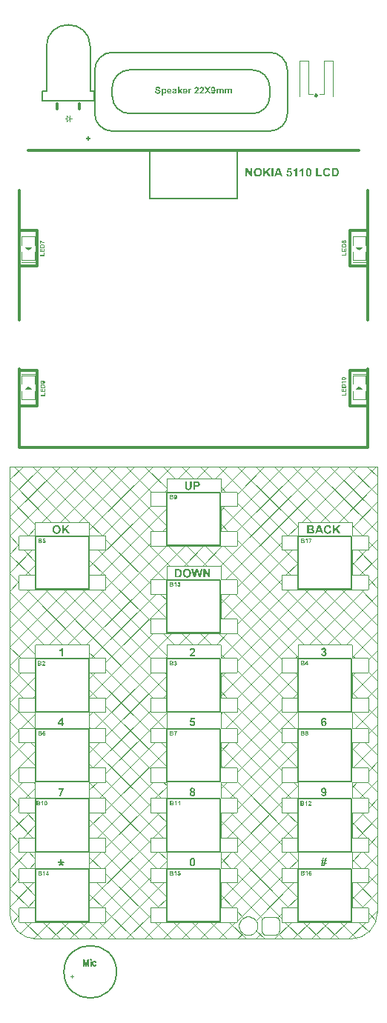
<source format=gbr>
G04*
G04 #@! TF.GenerationSoftware,Altium Limited,Altium Designer,23.0.1 (38)*
G04*
G04 Layer_Color=65535*
%FSLAX25Y25*%
%MOIN*%
G70*
G04*
G04 #@! TF.SameCoordinates,5AACE2FC-F550-4568-A226-762E45A29E99*
G04*
G04*
G04 #@! TF.FilePolarity,Positive*
G04*
G01*
G75*
%ADD10C,0.00394*%
%ADD11C,0.00500*%
%ADD12C,0.00787*%
%ADD13C,0.01102*%
%ADD14C,0.00197*%
%ADD15C,0.01181*%
%ADD16C,0.00591*%
G36*
X357087Y632094D02*
X355787Y631094D01*
X358387D01*
X357087Y632094D01*
D02*
G37*
G36*
X357085Y693693D02*
X358385Y694694D01*
X355785D01*
X357085Y693693D01*
D02*
G37*
G36*
X505906Y632094D02*
X504606Y631094D01*
X507206D01*
X505906Y632094D01*
D02*
G37*
G36*
X505904Y693693D02*
X507204Y694694D01*
X504604D01*
X505904Y693693D01*
D02*
G37*
G36*
X384317Y743942D02*
X385113D01*
Y743400D01*
X384317D01*
Y742618D01*
X383789D01*
Y743400D01*
X382998D01*
Y743942D01*
X383789D01*
Y744725D01*
X384317D01*
Y743942D01*
D02*
G37*
G36*
X415506Y766908D02*
X415554Y766903D01*
X415611Y766899D01*
X415668Y766890D01*
X415733Y766881D01*
X415873Y766851D01*
X415943Y766829D01*
X416013Y766807D01*
X416083Y766777D01*
X416149Y766742D01*
X416210Y766702D01*
X416267Y766659D01*
X416271Y766654D01*
X416280Y766645D01*
X416293Y766632D01*
X416310Y766615D01*
X416332Y766589D01*
X416358Y766558D01*
X416385Y766523D01*
X416415Y766484D01*
X416441Y766436D01*
X416468Y766388D01*
X416494Y766331D01*
X416516Y766270D01*
X416538Y766209D01*
X416555Y766139D01*
X416568Y766069D01*
X416573Y765990D01*
X415961Y765968D01*
Y765973D01*
Y765977D01*
X415952Y766007D01*
X415943Y766047D01*
X415926Y766095D01*
X415904Y766152D01*
X415873Y766204D01*
X415834Y766257D01*
X415790Y766300D01*
X415786Y766305D01*
X415768Y766318D01*
X415738Y766335D01*
X415694Y766353D01*
X415642Y766370D01*
X415576Y766388D01*
X415497Y766401D01*
X415406Y766405D01*
X415362D01*
X415314Y766401D01*
X415257Y766392D01*
X415192Y766379D01*
X415122Y766357D01*
X415056Y766331D01*
X414995Y766292D01*
X414991Y766287D01*
X414982Y766278D01*
X414964Y766265D01*
X414947Y766243D01*
X414929Y766217D01*
X414912Y766182D01*
X414903Y766147D01*
X414899Y766104D01*
Y766099D01*
Y766086D01*
X414903Y766064D01*
X414912Y766042D01*
X414921Y766012D01*
X414934Y765981D01*
X414956Y765951D01*
X414986Y765920D01*
X414991Y765916D01*
X415012Y765903D01*
X415026Y765894D01*
X415047Y765885D01*
X415069Y765872D01*
X415100Y765859D01*
X415135Y765846D01*
X415174Y765828D01*
X415222Y765811D01*
X415270Y765793D01*
X415332Y765776D01*
X415397Y765758D01*
X415467Y765741D01*
X415546Y765719D01*
X415550D01*
X415567Y765715D01*
X415589Y765710D01*
X415620Y765701D01*
X415655Y765693D01*
X415698Y765680D01*
X415747Y765667D01*
X415795Y765654D01*
X415900Y765619D01*
X416009Y765584D01*
X416114Y765544D01*
X416157Y765522D01*
X416201Y765500D01*
X416206D01*
X416210Y765496D01*
X416236Y765479D01*
X416275Y765452D01*
X416323Y765417D01*
X416376Y765374D01*
X416433Y765321D01*
X416490Y765260D01*
X416538Y765190D01*
X416542Y765181D01*
X416555Y765155D01*
X416577Y765116D01*
X416599Y765059D01*
X416621Y764989D01*
X416643Y764906D01*
X416656Y764814D01*
X416660Y764710D01*
Y764705D01*
Y764696D01*
Y764683D01*
Y764666D01*
X416656Y764644D01*
X416651Y764613D01*
X416643Y764552D01*
X416625Y764474D01*
X416599Y764391D01*
X416559Y764307D01*
X416511Y764220D01*
Y764216D01*
X416503Y764211D01*
X416485Y764185D01*
X416450Y764141D01*
X416406Y764093D01*
X416350Y764037D01*
X416275Y763984D01*
X416197Y763932D01*
X416101Y763884D01*
X416096D01*
X416087Y763879D01*
X416074Y763875D01*
X416052Y763866D01*
X416026Y763857D01*
X415996Y763849D01*
X415961Y763840D01*
X415921Y763831D01*
X415873Y763818D01*
X415825Y763809D01*
X415712Y763792D01*
X415585Y763779D01*
X415445Y763774D01*
X415388D01*
X415349Y763779D01*
X415301Y763783D01*
X415248Y763788D01*
X415187Y763796D01*
X415122Y763809D01*
X414978Y763840D01*
X414903Y763862D01*
X414833Y763884D01*
X414759Y763914D01*
X414689Y763949D01*
X414623Y763988D01*
X414562Y764037D01*
X414558Y764041D01*
X414549Y764050D01*
X414532Y764063D01*
X414514Y764085D01*
X414488Y764115D01*
X414462Y764150D01*
X414431Y764189D01*
X414401Y764233D01*
X414370Y764286D01*
X414339Y764342D01*
X414309Y764408D01*
X414278Y764478D01*
X414256Y764552D01*
X414230Y764635D01*
X414213Y764723D01*
X414200Y764814D01*
X414794Y764871D01*
Y764867D01*
X414798Y764858D01*
Y764841D01*
X414803Y764823D01*
X414820Y764771D01*
X414842Y764705D01*
X414868Y764631D01*
X414908Y764557D01*
X414951Y764491D01*
X415008Y764430D01*
X415017Y764426D01*
X415039Y764408D01*
X415074Y764386D01*
X415126Y764360D01*
X415192Y764334D01*
X415266Y764312D01*
X415353Y764294D01*
X415454Y764290D01*
X415502D01*
X415554Y764299D01*
X415620Y764307D01*
X415690Y764321D01*
X415764Y764342D01*
X415834Y764373D01*
X415895Y764412D01*
X415904Y764417D01*
X415921Y764434D01*
X415943Y764461D01*
X415974Y764495D01*
X416000Y764539D01*
X416026Y764592D01*
X416044Y764644D01*
X416048Y764705D01*
Y764710D01*
Y764723D01*
X416044Y764745D01*
X416039Y764771D01*
X416031Y764797D01*
X416022Y764827D01*
X416004Y764858D01*
X415983Y764889D01*
X415978Y764893D01*
X415970Y764902D01*
X415956Y764915D01*
X415935Y764932D01*
X415904Y764954D01*
X415865Y764976D01*
X415821Y764998D01*
X415764Y765020D01*
X415760D01*
X415742Y765029D01*
X415712Y765037D01*
X415690Y765046D01*
X415664Y765050D01*
X415633Y765059D01*
X415598Y765072D01*
X415559Y765081D01*
X415515Y765094D01*
X415463Y765107D01*
X415406Y765120D01*
X415345Y765138D01*
X415275Y765155D01*
X415270D01*
X415253Y765160D01*
X415227Y765168D01*
X415196Y765177D01*
X415157Y765190D01*
X415109Y765203D01*
X415061Y765221D01*
X415004Y765238D01*
X414890Y765282D01*
X414781Y765335D01*
X414724Y765361D01*
X414676Y765391D01*
X414628Y765422D01*
X414589Y765452D01*
X414584Y765457D01*
X414575Y765466D01*
X414562Y765479D01*
X414545Y765496D01*
X414523Y765522D01*
X414501Y765553D01*
X414475Y765584D01*
X414453Y765623D01*
X414401Y765715D01*
X414357Y765820D01*
X414339Y765876D01*
X414326Y765933D01*
X414318Y765999D01*
X414313Y766064D01*
Y766069D01*
Y766073D01*
Y766086D01*
Y766104D01*
X414322Y766147D01*
X414331Y766204D01*
X414344Y766270D01*
X414366Y766344D01*
X414396Y766423D01*
X414440Y766497D01*
Y766501D01*
X414444Y766506D01*
X414466Y766532D01*
X414492Y766567D01*
X414536Y766610D01*
X414589Y766659D01*
X414654Y766711D01*
X414728Y766759D01*
X414816Y766803D01*
X414820D01*
X414829Y766807D01*
X414842Y766812D01*
X414859Y766820D01*
X414886Y766829D01*
X414912Y766838D01*
X414947Y766847D01*
X414986Y766860D01*
X415074Y766877D01*
X415174Y766894D01*
X415288Y766908D01*
X415414Y766912D01*
X415467D01*
X415506Y766908D01*
D02*
G37*
G36*
X438147Y765404D02*
X439187Y763831D01*
X438453D01*
X437784Y764854D01*
X437112Y763831D01*
X436377D01*
X437422Y765404D01*
X436474Y766855D01*
X437186D01*
X437784Y765951D01*
X438383Y766855D01*
X439095D01*
X438147Y765404D01*
D02*
G37*
G36*
X448154Y766069D02*
X448211Y766060D01*
X448277Y766047D01*
X448342Y766029D01*
X448412Y766007D01*
X448478Y765973D01*
X448487Y765968D01*
X448504Y765955D01*
X448535Y765933D01*
X448574Y765903D01*
X448613Y765859D01*
X448657Y765811D01*
X448696Y765754D01*
X448731Y765684D01*
X448736Y765680D01*
X448740Y765658D01*
X448749Y765623D01*
X448762Y765575D01*
X448775Y765514D01*
X448784Y765435D01*
X448788Y765339D01*
X448793Y765230D01*
Y763831D01*
X448211D01*
Y765081D01*
Y765085D01*
Y765094D01*
Y765112D01*
Y765133D01*
X448207Y765190D01*
X448203Y765256D01*
X448198Y765326D01*
X448185Y765396D01*
X448172Y765457D01*
X448159Y765479D01*
X448150Y765500D01*
X448146Y765505D01*
X448133Y765522D01*
X448115Y765540D01*
X448089Y765566D01*
X448054Y765588D01*
X448010Y765610D01*
X447958Y765623D01*
X447901Y765627D01*
X447879D01*
X447857Y765623D01*
X447827Y765619D01*
X447792Y765610D01*
X447753Y765597D01*
X447709Y765579D01*
X447669Y765553D01*
X447665Y765549D01*
X447652Y765540D01*
X447635Y765522D01*
X447613Y765496D01*
X447586Y765466D01*
X447560Y765431D01*
X447538Y765387D01*
X447516Y765335D01*
Y765326D01*
X447508Y765308D01*
X447503Y765273D01*
X447495Y765225D01*
X447486Y765160D01*
X447481Y765081D01*
X447473Y764989D01*
Y764880D01*
Y763831D01*
X446892D01*
Y765029D01*
Y765033D01*
Y765042D01*
Y765059D01*
Y765081D01*
Y765133D01*
X446887Y765199D01*
X446883Y765269D01*
X446878Y765335D01*
X446870Y765396D01*
X446861Y765422D01*
X446857Y765439D01*
Y765444D01*
X446852Y765457D01*
X446843Y765474D01*
X446835Y765492D01*
X446804Y765540D01*
X446782Y765562D01*
X446761Y765579D01*
X446756Y765584D01*
X446747Y765588D01*
X446734Y765597D01*
X446717Y765605D01*
X446691Y765614D01*
X446660Y765619D01*
X446625Y765627D01*
X446564D01*
X446538Y765623D01*
X446507Y765619D01*
X446468Y765610D01*
X446428Y765597D01*
X446389Y765579D01*
X446345Y765553D01*
X446341Y765549D01*
X446328Y765540D01*
X446310Y765522D01*
X446288Y765500D01*
X446262Y765470D01*
X446236Y765435D01*
X446214Y765391D01*
X446192Y765343D01*
Y765339D01*
X446184Y765317D01*
X446179Y765282D01*
X446171Y765238D01*
X446162Y765173D01*
X446157Y765098D01*
X446149Y765002D01*
Y764893D01*
Y763831D01*
X445568D01*
Y766025D01*
X446101D01*
Y765723D01*
X446105Y765728D01*
X446114Y765736D01*
X446131Y765754D01*
X446153Y765780D01*
X446179Y765806D01*
X446210Y765833D01*
X446249Y765868D01*
X446293Y765898D01*
X446341Y765929D01*
X446393Y765964D01*
X446507Y766021D01*
X446573Y766042D01*
X446638Y766060D01*
X446708Y766069D01*
X446782Y766073D01*
X446817D01*
X446857Y766069D01*
X446905Y766064D01*
X446961Y766051D01*
X447023Y766038D01*
X447084Y766016D01*
X447145Y765986D01*
X447154Y765981D01*
X447171Y765968D01*
X447202Y765951D01*
X447237Y765920D01*
X447276Y765881D01*
X447320Y765837D01*
X447364Y765780D01*
X447403Y765719D01*
X447412Y765728D01*
X447429Y765750D01*
X447455Y765780D01*
X447495Y765820D01*
X447543Y765863D01*
X447595Y765907D01*
X447652Y765951D01*
X447713Y765986D01*
X447722Y765990D01*
X447744Y765999D01*
X447779Y766012D01*
X447822Y766029D01*
X447875Y766047D01*
X447936Y766060D01*
X448002Y766069D01*
X448071Y766073D01*
X448111D01*
X448154Y766069D01*
D02*
G37*
G36*
X444396D02*
X444453Y766060D01*
X444519Y766047D01*
X444584Y766029D01*
X444654Y766007D01*
X444720Y765973D01*
X444728Y765968D01*
X444746Y765955D01*
X444776Y765933D01*
X444816Y765903D01*
X444855Y765859D01*
X444899Y765811D01*
X444938Y765754D01*
X444973Y765684D01*
X444978Y765680D01*
X444982Y765658D01*
X444991Y765623D01*
X445004Y765575D01*
X445017Y765514D01*
X445026Y765435D01*
X445030Y765339D01*
X445034Y765230D01*
Y763831D01*
X444453D01*
Y765081D01*
Y765085D01*
Y765094D01*
Y765112D01*
Y765133D01*
X444449Y765190D01*
X444444Y765256D01*
X444440Y765326D01*
X444427Y765396D01*
X444414Y765457D01*
X444401Y765479D01*
X444392Y765500D01*
X444388Y765505D01*
X444375Y765522D01*
X444357Y765540D01*
X444331Y765566D01*
X444296Y765588D01*
X444252Y765610D01*
X444200Y765623D01*
X444143Y765627D01*
X444121D01*
X444099Y765623D01*
X444069Y765619D01*
X444034Y765610D01*
X443994Y765597D01*
X443951Y765579D01*
X443911Y765553D01*
X443907Y765549D01*
X443894Y765540D01*
X443876Y765522D01*
X443854Y765496D01*
X443828Y765466D01*
X443802Y765431D01*
X443780Y765387D01*
X443758Y765335D01*
Y765326D01*
X443750Y765308D01*
X443745Y765273D01*
X443736Y765225D01*
X443728Y765160D01*
X443723Y765081D01*
X443715Y764989D01*
Y764880D01*
Y763831D01*
X443133D01*
Y765029D01*
Y765033D01*
Y765042D01*
Y765059D01*
Y765081D01*
Y765133D01*
X443129Y765199D01*
X443125Y765269D01*
X443120Y765335D01*
X443112Y765396D01*
X443103Y765422D01*
X443098Y765439D01*
Y765444D01*
X443094Y765457D01*
X443085Y765474D01*
X443077Y765492D01*
X443046Y765540D01*
X443024Y765562D01*
X443002Y765579D01*
X442998Y765584D01*
X442989Y765588D01*
X442976Y765597D01*
X442959Y765605D01*
X442932Y765614D01*
X442902Y765619D01*
X442867Y765627D01*
X442806D01*
X442779Y765623D01*
X442749Y765619D01*
X442709Y765610D01*
X442670Y765597D01*
X442631Y765579D01*
X442587Y765553D01*
X442583Y765549D01*
X442570Y765540D01*
X442552Y765522D01*
X442530Y765500D01*
X442504Y765470D01*
X442478Y765435D01*
X442456Y765391D01*
X442434Y765343D01*
Y765339D01*
X442425Y765317D01*
X442421Y765282D01*
X442412Y765238D01*
X442404Y765173D01*
X442399Y765098D01*
X442390Y765002D01*
Y764893D01*
Y763831D01*
X441809D01*
Y766025D01*
X442342D01*
Y765723D01*
X442347Y765728D01*
X442355Y765736D01*
X442373Y765754D01*
X442395Y765780D01*
X442421Y765806D01*
X442452Y765833D01*
X442491Y765868D01*
X442535Y765898D01*
X442583Y765929D01*
X442635Y765964D01*
X442749Y766021D01*
X442814Y766042D01*
X442880Y766060D01*
X442950Y766069D01*
X443024Y766073D01*
X443059D01*
X443098Y766069D01*
X443147Y766064D01*
X443203Y766051D01*
X443264Y766038D01*
X443326Y766016D01*
X443387Y765986D01*
X443396Y765981D01*
X443413Y765968D01*
X443444Y765951D01*
X443479Y765920D01*
X443518Y765881D01*
X443562Y765837D01*
X443605Y765780D01*
X443645Y765719D01*
X443653Y765728D01*
X443671Y765750D01*
X443697Y765780D01*
X443736Y765820D01*
X443785Y765863D01*
X443837Y765907D01*
X443894Y765951D01*
X443955Y765986D01*
X443964Y765990D01*
X443986Y765999D01*
X444021Y766012D01*
X444064Y766029D01*
X444117Y766047D01*
X444178Y766060D01*
X444243Y766069D01*
X444313Y766073D01*
X444353D01*
X444396Y766069D01*
D02*
G37*
G36*
X430242D02*
X430290Y766060D01*
X430351Y766047D01*
X430417Y766025D01*
X430482Y765999D01*
X430552Y765959D01*
X430369Y765457D01*
X430364Y765461D01*
X430342Y765470D01*
X430316Y765487D01*
X430281Y765505D01*
X430237Y765522D01*
X430194Y765540D01*
X430146Y765549D01*
X430098Y765553D01*
X430080D01*
X430054Y765549D01*
X430028Y765544D01*
X429997Y765535D01*
X429962Y765522D01*
X429927Y765505D01*
X429892Y765483D01*
X429888Y765479D01*
X429879Y765470D01*
X429862Y765452D01*
X429844Y765426D01*
X429822Y765396D01*
X429801Y765352D01*
X429779Y765300D01*
X429761Y765238D01*
Y765230D01*
X429757Y765216D01*
X429752Y765203D01*
Y765181D01*
X429748Y765155D01*
X429744Y765120D01*
X429739Y765081D01*
X429735Y765037D01*
X429731Y764981D01*
X429726Y764924D01*
Y764854D01*
X429722Y764780D01*
X429717Y764696D01*
Y764605D01*
Y764504D01*
Y763831D01*
X429136D01*
Y766025D01*
X429674D01*
Y765715D01*
X429678Y765719D01*
X429696Y765745D01*
X429722Y765785D01*
X429757Y765833D01*
X429792Y765881D01*
X429836Y765929D01*
X429875Y765973D01*
X429918Y766003D01*
X429923Y766007D01*
X429936Y766016D01*
X429962Y766025D01*
X429993Y766038D01*
X430028Y766051D01*
X430071Y766064D01*
X430115Y766069D01*
X430168Y766073D01*
X430203D01*
X430242Y766069D01*
D02*
G37*
G36*
X418447D02*
X418478Y766064D01*
X418517Y766055D01*
X418561Y766047D01*
X418605Y766034D01*
X418657Y766021D01*
X418705Y765999D01*
X418762Y765977D01*
X418814Y765946D01*
X418871Y765911D01*
X418924Y765872D01*
X418976Y765824D01*
X419029Y765771D01*
X419033Y765767D01*
X419042Y765758D01*
X419055Y765741D01*
X419072Y765715D01*
X419090Y765688D01*
X419111Y765649D01*
X419138Y765605D01*
X419164Y765557D01*
X419186Y765500D01*
X419212Y765439D01*
X419234Y765369D01*
X419256Y765295D01*
X419269Y765212D01*
X419282Y765129D01*
X419291Y765033D01*
X419295Y764937D01*
Y764932D01*
Y764915D01*
Y764884D01*
X419291Y764845D01*
X419286Y764801D01*
X419282Y764749D01*
X419273Y764688D01*
X419260Y764627D01*
X419230Y764487D01*
X419208Y764417D01*
X419181Y764347D01*
X419151Y764277D01*
X419111Y764211D01*
X419072Y764146D01*
X419024Y764085D01*
X419020Y764080D01*
X419011Y764072D01*
X418998Y764058D01*
X418976Y764037D01*
X418950Y764015D01*
X418919Y763988D01*
X418884Y763962D01*
X418845Y763936D01*
X418797Y763905D01*
X418749Y763879D01*
X418640Y763831D01*
X418578Y763809D01*
X418513Y763796D01*
X418447Y763788D01*
X418377Y763783D01*
X418347D01*
X418312Y763788D01*
X418268Y763792D01*
X418216Y763801D01*
X418159Y763814D01*
X418102Y763831D01*
X418045Y763853D01*
X418041Y763857D01*
X418019Y763866D01*
X417993Y763888D01*
X417953Y763914D01*
X417905Y763945D01*
X417857Y763988D01*
X417801Y764041D01*
X417739Y764102D01*
Y762992D01*
X417158D01*
Y766025D01*
X417700D01*
Y765701D01*
X417704Y765710D01*
X417718Y765728D01*
X417744Y765758D01*
X417774Y765798D01*
X417814Y765841D01*
X417866Y765885D01*
X417918Y765929D01*
X417984Y765968D01*
X417993Y765973D01*
X418015Y765986D01*
X418054Y766003D01*
X418102Y766021D01*
X418159Y766038D01*
X418229Y766055D01*
X418303Y766069D01*
X418382Y766073D01*
X418417D01*
X418447Y766069D01*
D02*
G37*
G36*
X440341Y766868D02*
X440376D01*
X440415Y766864D01*
X440459Y766855D01*
X440511Y766842D01*
X440564Y766829D01*
X440625Y766807D01*
X440686Y766785D01*
X440747Y766755D01*
X440813Y766720D01*
X440874Y766680D01*
X440935Y766632D01*
X440997Y766575D01*
X441053Y766514D01*
X441058Y766510D01*
X441066Y766497D01*
X441080Y766475D01*
X441101Y766444D01*
X441123Y766405D01*
X441149Y766357D01*
X441176Y766300D01*
X441202Y766235D01*
X441228Y766156D01*
X441259Y766069D01*
X441281Y765973D01*
X441302Y765868D01*
X441324Y765750D01*
X441337Y765623D01*
X441346Y765487D01*
X441350Y765339D01*
Y765335D01*
Y765330D01*
Y765317D01*
Y765304D01*
Y765260D01*
X441346Y765203D01*
X441342Y765133D01*
X441333Y765055D01*
X441324Y764972D01*
X441311Y764880D01*
X441294Y764780D01*
X441276Y764683D01*
X441250Y764583D01*
X441219Y764482D01*
X441184Y764391D01*
X441141Y764299D01*
X441097Y764216D01*
X441040Y764141D01*
X441036Y764137D01*
X441027Y764124D01*
X441010Y764107D01*
X440983Y764085D01*
X440953Y764058D01*
X440918Y764023D01*
X440874Y763993D01*
X440826Y763958D01*
X440774Y763923D01*
X440712Y763892D01*
X440647Y763862D01*
X440577Y763831D01*
X440498Y763809D01*
X440420Y763792D01*
X440337Y763779D01*
X440245Y763774D01*
X440210D01*
X440188Y763779D01*
X440157D01*
X440123Y763783D01*
X440039Y763796D01*
X439948Y763822D01*
X439856Y763853D01*
X439760Y763901D01*
X439716Y763927D01*
X439672Y763962D01*
X439668Y763967D01*
X439664Y763971D01*
X439650Y763984D01*
X439637Y763997D01*
X439620Y764019D01*
X439598Y764041D01*
X439581Y764072D01*
X439554Y764102D01*
X439533Y764141D01*
X439506Y764181D01*
X439484Y764229D01*
X439463Y764281D01*
X439441Y764334D01*
X439423Y764395D01*
X439406Y764456D01*
X439393Y764526D01*
X439952Y764592D01*
Y764583D01*
X439956Y764561D01*
X439961Y764530D01*
X439974Y764495D01*
X439987Y764452D01*
X440004Y764408D01*
X440026Y764369D01*
X440057Y764334D01*
X440061Y764329D01*
X440074Y764321D01*
X440092Y764307D01*
X440118Y764294D01*
X440153Y764281D01*
X440188Y764268D01*
X440236Y764259D01*
X440284Y764255D01*
X440293D01*
X440315Y764259D01*
X440345Y764264D01*
X440389Y764277D01*
X440437Y764294D01*
X440485Y764325D01*
X440538Y764364D01*
X440586Y764417D01*
X440590Y764426D01*
X440599Y764434D01*
X440608Y764452D01*
X440616Y764469D01*
X440629Y764495D01*
X440638Y764526D01*
X440656Y764565D01*
X440669Y764609D01*
X440682Y764657D01*
X440695Y764714D01*
X440708Y764775D01*
X440721Y764845D01*
X440730Y764924D01*
X440739Y765011D01*
X440747Y765103D01*
X440743Y765098D01*
X440739Y765094D01*
X440726Y765081D01*
X440708Y765063D01*
X440686Y765046D01*
X440660Y765024D01*
X440599Y764976D01*
X440520Y764928D01*
X440424Y764889D01*
X440372Y764871D01*
X440319Y764862D01*
X440262Y764854D01*
X440201Y764849D01*
X440166D01*
X440140Y764854D01*
X440109Y764858D01*
X440074Y764862D01*
X439991Y764884D01*
X439895Y764915D01*
X439847Y764941D01*
X439795Y764967D01*
X439742Y764998D01*
X439690Y765033D01*
X439637Y765077D01*
X439589Y765125D01*
X439585Y765129D01*
X439576Y765138D01*
X439568Y765155D01*
X439550Y765173D01*
X439528Y765203D01*
X439506Y765234D01*
X439484Y765273D01*
X439463Y765317D01*
X439436Y765365D01*
X439415Y765422D01*
X439393Y765479D01*
X439371Y765544D01*
X439353Y765610D01*
X439345Y765684D01*
X439336Y765763D01*
X439331Y765841D01*
Y765846D01*
Y765863D01*
Y765885D01*
X439336Y765920D01*
X439340Y765959D01*
X439345Y766003D01*
X439353Y766055D01*
X439366Y766108D01*
X439397Y766226D01*
X439419Y766292D01*
X439445Y766353D01*
X439476Y766414D01*
X439515Y766475D01*
X439554Y766532D01*
X439602Y766589D01*
X439607Y766593D01*
X439615Y766602D01*
X439629Y766615D01*
X439650Y766632D01*
X439681Y766654D01*
X439712Y766680D01*
X439751Y766702D01*
X439795Y766733D01*
X439838Y766759D01*
X439895Y766781D01*
X439952Y766807D01*
X440013Y766829D01*
X440079Y766847D01*
X440149Y766860D01*
X440219Y766868D01*
X440297Y766873D01*
X440319D01*
X440341Y766868D01*
D02*
G37*
G36*
X435276D02*
X435316Y766864D01*
X435359Y766860D01*
X435407Y766851D01*
X435460Y766842D01*
X435573Y766812D01*
X435687Y766768D01*
X435748Y766742D01*
X435801Y766711D01*
X435857Y766672D01*
X435905Y766628D01*
X435910Y766624D01*
X435919Y766619D01*
X435927Y766602D01*
X435945Y766584D01*
X435967Y766562D01*
X435988Y766532D01*
X436010Y766501D01*
X436036Y766462D01*
X436080Y766374D01*
X436124Y766274D01*
X436141Y766217D01*
X436150Y766156D01*
X436159Y766090D01*
X436163Y766025D01*
Y766016D01*
Y765990D01*
X436159Y765951D01*
X436155Y765903D01*
X436146Y765841D01*
X436133Y765776D01*
X436115Y765706D01*
X436089Y765636D01*
X436085Y765627D01*
X436076Y765605D01*
X436058Y765566D01*
X436032Y765518D01*
X436002Y765461D01*
X435962Y765396D01*
X435914Y765326D01*
X435857Y765251D01*
X435853Y765247D01*
X435836Y765225D01*
X435809Y765195D01*
X435770Y765151D01*
X435717Y765098D01*
X435652Y765029D01*
X435573Y764954D01*
X435477Y764862D01*
X435473Y764858D01*
X435464Y764854D01*
X435451Y764841D01*
X435433Y764823D01*
X435385Y764780D01*
X435329Y764727D01*
X435272Y764670D01*
X435215Y764613D01*
X435162Y764565D01*
X435145Y764543D01*
X435127Y764526D01*
X435123Y764522D01*
X435114Y764513D01*
X435101Y764495D01*
X435084Y764474D01*
X435044Y764426D01*
X435010Y764369D01*
X436163D01*
Y763831D01*
X434131D01*
Y763835D01*
Y763844D01*
X434136Y763862D01*
X434140Y763884D01*
X434144Y763910D01*
X434149Y763940D01*
X434166Y764019D01*
X434192Y764107D01*
X434227Y764203D01*
X434271Y764307D01*
X434328Y764408D01*
Y764412D01*
X434337Y764421D01*
X434345Y764439D01*
X434363Y764456D01*
X434380Y764487D01*
X434407Y764517D01*
X434437Y764557D01*
X434472Y764600D01*
X434511Y764653D01*
X434559Y764705D01*
X434612Y764766D01*
X434673Y764832D01*
X434739Y764897D01*
X434813Y764972D01*
X434892Y765050D01*
X434979Y765133D01*
X434983Y765138D01*
X434997Y765151D01*
X435014Y765168D01*
X435040Y765195D01*
X435075Y765221D01*
X435110Y765256D01*
X435189Y765335D01*
X435267Y765417D01*
X435346Y765500D01*
X435381Y765535D01*
X435416Y765575D01*
X435442Y765605D01*
X435460Y765632D01*
X435464Y765640D01*
X435477Y765662D01*
X435499Y765697D01*
X435521Y765745D01*
X435543Y765798D01*
X435565Y765859D01*
X435578Y765920D01*
X435582Y765986D01*
Y765990D01*
Y765994D01*
Y766016D01*
X435578Y766055D01*
X435569Y766099D01*
X435556Y766147D01*
X435538Y766195D01*
X435512Y766243D01*
X435477Y766287D01*
X435473Y766292D01*
X435460Y766305D01*
X435433Y766322D01*
X435403Y766340D01*
X435359Y766357D01*
X435311Y766374D01*
X435254Y766388D01*
X435189Y766392D01*
X435158D01*
X435123Y766388D01*
X435084Y766379D01*
X435036Y766366D01*
X434988Y766344D01*
X434940Y766318D01*
X434896Y766283D01*
X434892Y766278D01*
X434878Y766261D01*
X434861Y766235D01*
X434843Y766195D01*
X434822Y766147D01*
X434804Y766082D01*
X434787Y766007D01*
X434778Y765920D01*
X434201Y765977D01*
Y765981D01*
X434205Y765999D01*
Y766021D01*
X434214Y766055D01*
X434219Y766095D01*
X434232Y766139D01*
X434245Y766187D01*
X434258Y766243D01*
X434302Y766353D01*
X434354Y766466D01*
X434389Y766523D01*
X434428Y766575D01*
X434472Y766619D01*
X434520Y766663D01*
X434524Y766667D01*
X434533Y766672D01*
X434546Y766680D01*
X434568Y766698D01*
X434594Y766711D01*
X434629Y766728D01*
X434664Y766750D01*
X434708Y766768D01*
X434756Y766790D01*
X434808Y766807D01*
X434922Y766842D01*
X435058Y766864D01*
X435127Y766868D01*
X435202Y766873D01*
X435246D01*
X435276Y766868D01*
D02*
G37*
G36*
X432925D02*
X432964Y766864D01*
X433008Y766860D01*
X433056Y766851D01*
X433109Y766842D01*
X433222Y766812D01*
X433336Y766768D01*
X433397Y766742D01*
X433450Y766711D01*
X433506Y766672D01*
X433554Y766628D01*
X433559Y766624D01*
X433567Y766619D01*
X433576Y766602D01*
X433594Y766584D01*
X433615Y766562D01*
X433637Y766532D01*
X433659Y766501D01*
X433685Y766462D01*
X433729Y766374D01*
X433773Y766274D01*
X433790Y766217D01*
X433799Y766156D01*
X433808Y766090D01*
X433812Y766025D01*
Y766016D01*
Y765990D01*
X433808Y765951D01*
X433803Y765903D01*
X433795Y765841D01*
X433782Y765776D01*
X433764Y765706D01*
X433738Y765636D01*
X433734Y765627D01*
X433725Y765605D01*
X433707Y765566D01*
X433681Y765518D01*
X433650Y765461D01*
X433611Y765396D01*
X433563Y765326D01*
X433506Y765251D01*
X433502Y765247D01*
X433484Y765225D01*
X433458Y765195D01*
X433419Y765151D01*
X433366Y765098D01*
X433301Y765029D01*
X433222Y764954D01*
X433126Y764862D01*
X433122Y764858D01*
X433113Y764854D01*
X433100Y764841D01*
X433082Y764823D01*
X433034Y764780D01*
X432977Y764727D01*
X432921Y764670D01*
X432864Y764613D01*
X432811Y764565D01*
X432794Y764543D01*
X432776Y764526D01*
X432772Y764522D01*
X432763Y764513D01*
X432750Y764495D01*
X432733Y764474D01*
X432693Y764426D01*
X432658Y764369D01*
X433812D01*
Y763831D01*
X431780D01*
Y763835D01*
Y763844D01*
X431784Y763862D01*
X431789Y763884D01*
X431793Y763910D01*
X431798Y763940D01*
X431815Y764019D01*
X431841Y764107D01*
X431876Y764203D01*
X431920Y764307D01*
X431977Y764408D01*
Y764412D01*
X431986Y764421D01*
X431994Y764439D01*
X432012Y764456D01*
X432029Y764487D01*
X432055Y764517D01*
X432086Y764557D01*
X432121Y764600D01*
X432160Y764653D01*
X432208Y764705D01*
X432261Y764766D01*
X432322Y764832D01*
X432388Y764897D01*
X432462Y764972D01*
X432541Y765050D01*
X432628Y765133D01*
X432632Y765138D01*
X432645Y765151D01*
X432663Y765168D01*
X432689Y765195D01*
X432724Y765221D01*
X432759Y765256D01*
X432838Y765335D01*
X432916Y765417D01*
X432995Y765500D01*
X433030Y765535D01*
X433065Y765575D01*
X433091Y765605D01*
X433109Y765632D01*
X433113Y765640D01*
X433126Y765662D01*
X433148Y765697D01*
X433170Y765745D01*
X433192Y765798D01*
X433214Y765859D01*
X433227Y765920D01*
X433231Y765986D01*
Y765990D01*
Y765994D01*
Y766016D01*
X433227Y766055D01*
X433218Y766099D01*
X433205Y766147D01*
X433187Y766195D01*
X433161Y766243D01*
X433126Y766287D01*
X433122Y766292D01*
X433109Y766305D01*
X433082Y766322D01*
X433052Y766340D01*
X433008Y766357D01*
X432960Y766374D01*
X432903Y766388D01*
X432838Y766392D01*
X432807D01*
X432772Y766388D01*
X432733Y766379D01*
X432685Y766366D01*
X432637Y766344D01*
X432589Y766318D01*
X432545Y766283D01*
X432541Y766278D01*
X432527Y766261D01*
X432510Y766235D01*
X432492Y766195D01*
X432471Y766147D01*
X432453Y766082D01*
X432436Y766007D01*
X432427Y765920D01*
X431850Y765977D01*
Y765981D01*
X431854Y765999D01*
Y766021D01*
X431863Y766055D01*
X431868Y766095D01*
X431881Y766139D01*
X431894Y766187D01*
X431907Y766243D01*
X431951Y766353D01*
X432003Y766466D01*
X432038Y766523D01*
X432077Y766575D01*
X432121Y766619D01*
X432169Y766663D01*
X432173Y766667D01*
X432182Y766672D01*
X432195Y766680D01*
X432217Y766698D01*
X432243Y766711D01*
X432278Y766728D01*
X432313Y766750D01*
X432357Y766768D01*
X432405Y766790D01*
X432457Y766807D01*
X432571Y766842D01*
X432707Y766864D01*
X432776Y766868D01*
X432851Y766873D01*
X432895D01*
X432925Y766868D01*
D02*
G37*
G36*
X425020Y765251D02*
X425697Y766025D01*
X426409D01*
X425658Y765221D01*
X426462Y763831D01*
X425837D01*
X425282Y764814D01*
X425020Y764530D01*
Y763831D01*
X424438D01*
Y766855D01*
X425020D01*
Y765251D01*
D02*
G37*
G36*
X423058Y766069D02*
X423093D01*
X423180Y766060D01*
X423272Y766051D01*
X423368Y766034D01*
X423460Y766007D01*
X423499Y765994D01*
X423538Y765977D01*
X423543D01*
X423547Y765973D01*
X423569Y765959D01*
X423604Y765942D01*
X423643Y765916D01*
X423691Y765881D01*
X423735Y765841D01*
X423774Y765793D01*
X423809Y765745D01*
X423814Y765736D01*
X423822Y765719D01*
X423836Y765680D01*
X423840Y765658D01*
X423849Y765627D01*
X423857Y765597D01*
X423862Y765557D01*
X423870Y765514D01*
X423875Y765466D01*
X423879Y765413D01*
X423883Y765356D01*
X423888Y765295D01*
Y765225D01*
X423879Y764548D01*
Y764543D01*
Y764535D01*
Y764522D01*
Y764500D01*
Y764447D01*
X423883Y764386D01*
Y764316D01*
X423892Y764246D01*
X423897Y764176D01*
X423905Y764120D01*
Y764115D01*
X423910Y764098D01*
X423918Y764067D01*
X423927Y764032D01*
X423945Y763988D01*
X423962Y763940D01*
X423984Y763888D01*
X424010Y763831D01*
X423438D01*
Y763835D01*
X423433Y763840D01*
X423429Y763857D01*
X423420Y763875D01*
X423412Y763897D01*
X423403Y763927D01*
X423394Y763962D01*
X423381Y764002D01*
Y764006D01*
X423377Y764010D01*
X423372Y764028D01*
X423363Y764050D01*
X423359Y764067D01*
X423350Y764063D01*
X423333Y764045D01*
X423302Y764019D01*
X423263Y763988D01*
X423215Y763953D01*
X423163Y763914D01*
X423101Y763884D01*
X423040Y763853D01*
X423031Y763849D01*
X423009Y763844D01*
X422975Y763831D01*
X422931Y763818D01*
X422878Y763805D01*
X422817Y763796D01*
X422747Y763788D01*
X422677Y763783D01*
X422647D01*
X422621Y763788D01*
X422594D01*
X422559Y763792D01*
X422485Y763805D01*
X422398Y763827D01*
X422310Y763857D01*
X422223Y763901D01*
X422144Y763962D01*
Y763967D01*
X422135Y763971D01*
X422114Y763997D01*
X422083Y764037D01*
X422048Y764089D01*
X422013Y764155D01*
X421983Y764233D01*
X421961Y764325D01*
X421956Y764373D01*
X421952Y764426D01*
Y764434D01*
Y764456D01*
X421956Y764491D01*
X421965Y764535D01*
X421974Y764587D01*
X421987Y764640D01*
X422009Y764696D01*
X422039Y764753D01*
X422044Y764762D01*
X422057Y764780D01*
X422074Y764806D01*
X422105Y764836D01*
X422135Y764871D01*
X422179Y764911D01*
X422227Y764946D01*
X422284Y764976D01*
X422293Y764981D01*
X422315Y764989D01*
X422350Y765002D01*
X422402Y765024D01*
X422468Y765046D01*
X422546Y765068D01*
X422643Y765090D01*
X422747Y765112D01*
X422752D01*
X422765Y765116D01*
X422787Y765120D01*
X422813Y765125D01*
X422848Y765129D01*
X422887Y765138D01*
X422975Y765160D01*
X423066Y765181D01*
X423163Y765203D01*
X423245Y765230D01*
X423285Y765243D01*
X423315Y765256D01*
Y765313D01*
Y765321D01*
Y765339D01*
X423311Y765369D01*
X423307Y765409D01*
X423294Y765448D01*
X423280Y765487D01*
X423259Y765522D01*
X423228Y765553D01*
X423224Y765557D01*
X423211Y765566D01*
X423189Y765575D01*
X423158Y765592D01*
X423114Y765605D01*
X423062Y765614D01*
X422996Y765623D01*
X422918Y765627D01*
X422892D01*
X422865Y765623D01*
X422830Y765619D01*
X422791Y765610D01*
X422747Y765601D01*
X422708Y765584D01*
X422673Y765562D01*
X422669Y765557D01*
X422660Y765549D01*
X422643Y765535D01*
X422625Y765514D01*
X422599Y765483D01*
X422577Y765444D01*
X422555Y765400D01*
X422533Y765348D01*
X422013Y765444D01*
Y765448D01*
X422018Y765457D01*
X422022Y765474D01*
X422031Y765496D01*
X422039Y765522D01*
X422052Y765553D01*
X422083Y765623D01*
X422127Y765697D01*
X422179Y765776D01*
X422240Y765850D01*
X422315Y765916D01*
X422319D01*
X422323Y765924D01*
X422337Y765929D01*
X422354Y765942D01*
X422380Y765951D01*
X422406Y765964D01*
X422441Y765981D01*
X422476Y765994D01*
X422520Y766007D01*
X422568Y766025D01*
X422621Y766038D01*
X422682Y766047D01*
X422743Y766060D01*
X422813Y766064D01*
X422883Y766073D01*
X423027D01*
X423058Y766069D01*
D02*
G37*
G36*
X427725D02*
X427764Y766064D01*
X427812Y766055D01*
X427865Y766047D01*
X427921Y766034D01*
X427983Y766016D01*
X428044Y765994D01*
X428109Y765968D01*
X428175Y765933D01*
X428236Y765898D01*
X428297Y765855D01*
X428358Y765802D01*
X428411Y765745D01*
X428415Y765741D01*
X428424Y765732D01*
X428437Y765710D01*
X428455Y765684D01*
X428476Y765649D01*
X428498Y765610D01*
X428524Y765557D01*
X428551Y765500D01*
X428577Y765435D01*
X428603Y765361D01*
X428625Y765282D01*
X428647Y765190D01*
X428664Y765094D01*
X428677Y764989D01*
X428686Y764880D01*
Y764758D01*
X427235D01*
Y764753D01*
Y764745D01*
Y764731D01*
X427240Y764714D01*
X427244Y764670D01*
X427253Y764609D01*
X427270Y764548D01*
X427296Y764478D01*
X427327Y764412D01*
X427371Y764356D01*
X427375Y764351D01*
X427397Y764334D01*
X427423Y764312D01*
X427463Y764286D01*
X427511Y764259D01*
X427572Y764238D01*
X427637Y764220D01*
X427707Y764216D01*
X427729D01*
X427755Y764220D01*
X427786Y764224D01*
X427821Y764233D01*
X427860Y764246D01*
X427900Y764264D01*
X427935Y764290D01*
X427939Y764294D01*
X427952Y764303D01*
X427970Y764321D01*
X427987Y764347D01*
X428013Y764382D01*
X428035Y764421D01*
X428057Y764474D01*
X428079Y764530D01*
X428656Y764434D01*
Y764430D01*
X428651Y764421D01*
X428643Y764404D01*
X428634Y764382D01*
X428621Y764356D01*
X428608Y764325D01*
X428568Y764255D01*
X428520Y764176D01*
X428459Y764093D01*
X428385Y764019D01*
X428302Y763949D01*
X428297D01*
X428293Y763940D01*
X428275Y763936D01*
X428258Y763923D01*
X428236Y763910D01*
X428205Y763897D01*
X428175Y763884D01*
X428135Y763866D01*
X428048Y763835D01*
X427948Y763809D01*
X427830Y763792D01*
X427703Y763783D01*
X427677D01*
X427650Y763788D01*
X427611D01*
X427563Y763796D01*
X427506Y763805D01*
X427445Y763814D01*
X427384Y763831D01*
X427314Y763849D01*
X427244Y763875D01*
X427174Y763905D01*
X427104Y763940D01*
X427034Y763984D01*
X426969Y764032D01*
X426912Y764089D01*
X426855Y764155D01*
X426851Y764159D01*
X426846Y764168D01*
X426838Y764185D01*
X426820Y764207D01*
X426807Y764238D01*
X426790Y764272D01*
X426768Y764312D01*
X426750Y764360D01*
X426728Y764412D01*
X426711Y764469D01*
X426689Y764530D01*
X426676Y764600D01*
X426663Y764670D01*
X426650Y764745D01*
X426645Y764827D01*
X426641Y764911D01*
Y764915D01*
Y764932D01*
Y764963D01*
X426645Y765002D01*
X426650Y765046D01*
X426654Y765098D01*
X426663Y765155D01*
X426676Y765221D01*
X426711Y765356D01*
X426733Y765426D01*
X426759Y765500D01*
X426794Y765570D01*
X426833Y765636D01*
X426877Y765701D01*
X426925Y765763D01*
X426929Y765767D01*
X426938Y765776D01*
X426956Y765793D01*
X426977Y765811D01*
X427004Y765833D01*
X427039Y765859D01*
X427078Y765890D01*
X427122Y765920D01*
X427170Y765946D01*
X427227Y765977D01*
X427283Y766003D01*
X427349Y766025D01*
X427415Y766042D01*
X427489Y766060D01*
X427563Y766069D01*
X427642Y766073D01*
X427690D01*
X427725Y766069D01*
D02*
G37*
G36*
X420672D02*
X420711Y766064D01*
X420759Y766055D01*
X420811Y766047D01*
X420868Y766034D01*
X420929Y766016D01*
X420991Y765994D01*
X421056Y765968D01*
X421122Y765933D01*
X421183Y765898D01*
X421244Y765855D01*
X421305Y765802D01*
X421358Y765745D01*
X421362Y765741D01*
X421371Y765732D01*
X421384Y765710D01*
X421401Y765684D01*
X421423Y765649D01*
X421445Y765610D01*
X421471Y765557D01*
X421497Y765500D01*
X421524Y765435D01*
X421550Y765361D01*
X421572Y765282D01*
X421594Y765190D01*
X421611Y765094D01*
X421624Y764989D01*
X421633Y764880D01*
Y764758D01*
X420182D01*
Y764753D01*
Y764745D01*
Y764731D01*
X420187Y764714D01*
X420191Y764670D01*
X420200Y764609D01*
X420217Y764548D01*
X420243Y764478D01*
X420274Y764412D01*
X420318Y764356D01*
X420322Y764351D01*
X420344Y764334D01*
X420370Y764312D01*
X420409Y764286D01*
X420458Y764259D01*
X420519Y764238D01*
X420584Y764220D01*
X420654Y764216D01*
X420676D01*
X420702Y764220D01*
X420733Y764224D01*
X420768Y764233D01*
X420807Y764246D01*
X420846Y764264D01*
X420881Y764290D01*
X420886Y764294D01*
X420899Y764303D01*
X420916Y764321D01*
X420934Y764347D01*
X420960Y764382D01*
X420982Y764421D01*
X421004Y764474D01*
X421026Y764530D01*
X421602Y764434D01*
Y764430D01*
X421598Y764421D01*
X421589Y764404D01*
X421581Y764382D01*
X421567Y764356D01*
X421554Y764325D01*
X421515Y764255D01*
X421467Y764176D01*
X421406Y764093D01*
X421332Y764019D01*
X421248Y763949D01*
X421244D01*
X421240Y763940D01*
X421222Y763936D01*
X421205Y763923D01*
X421183Y763910D01*
X421152Y763897D01*
X421122Y763884D01*
X421082Y763866D01*
X420995Y763835D01*
X420894Y763809D01*
X420777Y763792D01*
X420650Y763783D01*
X420623D01*
X420597Y763788D01*
X420558D01*
X420510Y763796D01*
X420453Y763805D01*
X420392Y763814D01*
X420331Y763831D01*
X420261Y763849D01*
X420191Y763875D01*
X420121Y763905D01*
X420051Y763940D01*
X419981Y763984D01*
X419916Y764032D01*
X419859Y764089D01*
X419802Y764155D01*
X419798Y764159D01*
X419793Y764168D01*
X419784Y764185D01*
X419767Y764207D01*
X419754Y764238D01*
X419736Y764272D01*
X419715Y764312D01*
X419697Y764360D01*
X419675Y764412D01*
X419658Y764469D01*
X419636Y764530D01*
X419623Y764600D01*
X419610Y764670D01*
X419597Y764745D01*
X419592Y764827D01*
X419588Y764911D01*
Y764915D01*
Y764932D01*
Y764963D01*
X419592Y765002D01*
X419597Y765046D01*
X419601Y765098D01*
X419610Y765155D01*
X419623Y765221D01*
X419658Y765356D01*
X419680Y765426D01*
X419706Y765500D01*
X419741Y765570D01*
X419780Y765636D01*
X419824Y765701D01*
X419872Y765763D01*
X419876Y765767D01*
X419885Y765776D01*
X419903Y765793D01*
X419924Y765811D01*
X419950Y765833D01*
X419985Y765859D01*
X420025Y765890D01*
X420069Y765920D01*
X420117Y765946D01*
X420173Y765977D01*
X420230Y766003D01*
X420296Y766025D01*
X420361Y766042D01*
X420436Y766060D01*
X420510Y766069D01*
X420589Y766073D01*
X420637D01*
X420672Y766069D01*
D02*
G37*
G36*
X492000Y569657D02*
X492060Y569652D01*
X492126Y569641D01*
X492202Y569630D01*
X492284Y569614D01*
X492371Y569592D01*
X492464Y569565D01*
X492557Y569532D01*
X492655Y569488D01*
X492748Y569445D01*
X492835Y569390D01*
X492928Y569324D01*
X493010Y569253D01*
X493015D01*
X493021Y569242D01*
X493037Y569226D01*
X493054Y569210D01*
X493076Y569182D01*
X493097Y569150D01*
X493157Y569073D01*
X493218Y568975D01*
X493283Y568855D01*
X493343Y568718D01*
X493398Y568560D01*
X492644Y568380D01*
Y568385D01*
X492639Y568391D01*
Y568407D01*
X492628Y568429D01*
X492611Y568478D01*
X492584Y568544D01*
X492546Y568620D01*
X492497Y568696D01*
X492431Y568773D01*
X492360Y568838D01*
X492349Y568844D01*
X492322Y568866D01*
X492278Y568893D01*
X492218Y568926D01*
X492142Y568959D01*
X492055Y568986D01*
X491956Y569008D01*
X491847Y569013D01*
X491809D01*
X491776Y569008D01*
X491743Y569002D01*
X491700Y568997D01*
X491607Y568975D01*
X491498Y568937D01*
X491383Y568882D01*
X491323Y568849D01*
X491268Y568811D01*
X491214Y568762D01*
X491164Y568707D01*
Y568702D01*
X491154Y568691D01*
X491143Y568675D01*
X491126Y568647D01*
X491105Y568614D01*
X491083Y568576D01*
X491061Y568527D01*
X491039Y568473D01*
X491012Y568407D01*
X490990Y568336D01*
X490968Y568254D01*
X490946Y568167D01*
X490930Y568069D01*
X490919Y567965D01*
X490913Y567850D01*
X490908Y567725D01*
Y567719D01*
Y567692D01*
Y567654D01*
X490913Y567610D01*
Y567550D01*
X490924Y567479D01*
X490930Y567408D01*
X490941Y567326D01*
X490973Y567157D01*
X491017Y566988D01*
X491044Y566906D01*
X491083Y566829D01*
X491121Y566758D01*
X491164Y566698D01*
X491170Y566693D01*
X491175Y566687D01*
X491192Y566671D01*
X491214Y566649D01*
X491268Y566605D01*
X491345Y566551D01*
X491437Y566491D01*
X491552Y566447D01*
X491683Y566409D01*
X491754Y566403D01*
X491831Y566398D01*
X491858D01*
X491880Y566403D01*
X491940Y566409D01*
X492011Y566420D01*
X492087Y566447D01*
X492175Y566480D01*
X492262Y566523D01*
X492349Y566589D01*
X492360Y566600D01*
X492388Y566627D01*
X492426Y566671D01*
X492470Y566736D01*
X492524Y566824D01*
X492573Y566927D01*
X492622Y567053D01*
X492666Y567200D01*
X493409Y566971D01*
Y566966D01*
X493403Y566944D01*
X493392Y566911D01*
X493376Y566867D01*
X493354Y566818D01*
X493332Y566758D01*
X493305Y566693D01*
X493272Y566622D01*
X493196Y566474D01*
X493097Y566321D01*
X492977Y566174D01*
X492912Y566108D01*
X492841Y566048D01*
X492835Y566043D01*
X492824Y566037D01*
X492802Y566021D01*
X492770Y565999D01*
X492732Y565977D01*
X492682Y565955D01*
X492628Y565928D01*
X492568Y565901D01*
X492497Y565868D01*
X492420Y565841D01*
X492338Y565819D01*
X492251Y565797D01*
X492158Y565775D01*
X492055Y565759D01*
X491951Y565754D01*
X491836Y565748D01*
X491803D01*
X491765Y565754D01*
X491711Y565759D01*
X491650Y565764D01*
X491574Y565775D01*
X491492Y565792D01*
X491399Y565814D01*
X491306Y565841D01*
X491208Y565874D01*
X491105Y565917D01*
X491001Y565966D01*
X490897Y566021D01*
X490793Y566092D01*
X490695Y566168D01*
X490602Y566261D01*
X490597Y566267D01*
X490580Y566283D01*
X490558Y566316D01*
X490526Y566354D01*
X490493Y566409D01*
X490449Y566469D01*
X490406Y566545D01*
X490362Y566633D01*
X490318Y566725D01*
X490274Y566829D01*
X490231Y566949D01*
X490198Y567075D01*
X490165Y567206D01*
X490143Y567353D01*
X490127Y567506D01*
X490122Y567670D01*
Y567675D01*
Y567681D01*
Y567714D01*
X490127Y567763D01*
Y567828D01*
X490138Y567905D01*
X490149Y567998D01*
X490160Y568096D01*
X490182Y568211D01*
X490209Y568325D01*
X490242Y568445D01*
X490280Y568565D01*
X490329Y568691D01*
X490384Y568811D01*
X490449Y568926D01*
X490520Y569035D01*
X490608Y569139D01*
X490613Y569144D01*
X490629Y569161D01*
X490657Y569188D01*
X490695Y569221D01*
X490744Y569259D01*
X490804Y569303D01*
X490870Y569352D01*
X490952Y569401D01*
X491039Y569450D01*
X491132Y569499D01*
X491241Y569543D01*
X491350Y569581D01*
X491476Y569614D01*
X491601Y569641D01*
X491743Y569657D01*
X491885Y569663D01*
X491951D01*
X492000Y569657D01*
D02*
G37*
G36*
X495980Y568118D02*
X497482Y565814D01*
X496493D01*
X495451Y567588D01*
X494834Y566955D01*
Y565814D01*
X494069D01*
Y569592D01*
X494834D01*
Y567910D01*
X496384Y569592D01*
X497411D01*
X495980Y568118D01*
D02*
G37*
G36*
X489849Y565814D02*
X489024D01*
X488697Y566671D01*
X487179D01*
X486868Y565814D01*
X486059D01*
X487523Y569592D01*
X488331D01*
X489849Y565814D01*
D02*
G37*
G36*
X484394Y569586D02*
X484503Y569581D01*
X484613Y569576D01*
X484716Y569565D01*
X484809Y569554D01*
X484820D01*
X484847Y569548D01*
X484886Y569537D01*
X484940Y569521D01*
X485000Y569499D01*
X485066Y569472D01*
X485137Y569439D01*
X485202Y569395D01*
X485208Y569390D01*
X485229Y569374D01*
X485262Y569346D01*
X485306Y569313D01*
X485350Y569264D01*
X485399Y569210D01*
X485448Y569150D01*
X485492Y569079D01*
X485497Y569068D01*
X485508Y569046D01*
X485530Y569002D01*
X485552Y568948D01*
X485573Y568882D01*
X485595Y568811D01*
X485606Y568724D01*
X485612Y568636D01*
Y568631D01*
Y568625D01*
Y568593D01*
X485606Y568544D01*
X485595Y568478D01*
X485573Y568402D01*
X485552Y568320D01*
X485513Y568238D01*
X485464Y568151D01*
X485459Y568140D01*
X485437Y568112D01*
X485404Y568074D01*
X485366Y568025D01*
X485311Y567976D01*
X485246Y567916D01*
X485169Y567867D01*
X485082Y567817D01*
X485087D01*
X485099Y567812D01*
X485115Y567806D01*
X485137Y567801D01*
X485202Y567774D01*
X485279Y567735D01*
X485360Y567692D01*
X485453Y567632D01*
X485535Y567561D01*
X485612Y567473D01*
X485617Y567462D01*
X485639Y567430D01*
X485672Y567381D01*
X485705Y567315D01*
X485737Y567228D01*
X485770Y567135D01*
X485792Y567026D01*
X485797Y566906D01*
Y566900D01*
Y566895D01*
Y566862D01*
X485792Y566813D01*
X485781Y566747D01*
X485770Y566671D01*
X485748Y566583D01*
X485715Y566496D01*
X485677Y566403D01*
X485672Y566392D01*
X485655Y566365D01*
X485628Y566321D01*
X485590Y566267D01*
X485546Y566201D01*
X485486Y566141D01*
X485426Y566076D01*
X485350Y566016D01*
X485339Y566010D01*
X485311Y565994D01*
X485268Y565966D01*
X485208Y565939D01*
X485131Y565906D01*
X485044Y565879D01*
X484946Y565852D01*
X484836Y565835D01*
X484815D01*
X484793Y565830D01*
X484738D01*
X484700Y565825D01*
X484596D01*
X484531Y565819D01*
X484367D01*
X484274Y565814D01*
X482636D01*
Y569592D01*
X484296D01*
X484394Y569586D01*
D02*
G37*
G36*
X438956Y546134D02*
X438192D01*
X436658Y548624D01*
Y546134D01*
X435953D01*
Y549912D01*
X436690D01*
X438252Y547368D01*
Y549912D01*
X438956D01*
Y546134D01*
D02*
G37*
G36*
X434643D02*
X433818D01*
X433076Y548957D01*
X432322Y546134D01*
X431492D01*
X430597Y549912D01*
X431378D01*
X431946Y547313D01*
X432634Y549912D01*
X433551D01*
X434206Y547270D01*
X434785Y549912D01*
X435555D01*
X434643Y546134D01*
D02*
G37*
G36*
X424602Y549907D02*
X424706Y549901D01*
X424820Y549896D01*
X424940Y549880D01*
X425055Y549863D01*
X425159Y549836D01*
X425164D01*
X425175Y549830D01*
X425192Y549825D01*
X425213Y549820D01*
X425279Y549792D01*
X425355Y549754D01*
X425443Y549705D01*
X425541Y549645D01*
X425634Y549574D01*
X425727Y549486D01*
X425732D01*
X425738Y549475D01*
X425765Y549443D01*
X425809Y549388D01*
X425858Y549317D01*
X425918Y549230D01*
X425978Y549126D01*
X426038Y549006D01*
X426087Y548875D01*
Y548869D01*
X426092Y548858D01*
X426098Y548837D01*
X426109Y548809D01*
X426114Y548777D01*
X426125Y548733D01*
X426136Y548684D01*
X426153Y548629D01*
X426163Y548569D01*
X426174Y548498D01*
X426185Y548427D01*
X426191Y548345D01*
X426207Y548176D01*
X426213Y547985D01*
Y547979D01*
Y547963D01*
Y547941D01*
Y547908D01*
X426207Y547865D01*
Y547821D01*
X426202Y547766D01*
X426196Y547707D01*
X426185Y547581D01*
X426163Y547450D01*
X426131Y547313D01*
X426092Y547182D01*
Y547177D01*
X426087Y547166D01*
X426076Y547144D01*
X426065Y547111D01*
X426054Y547079D01*
X426032Y547040D01*
X425989Y546942D01*
X425934Y546838D01*
X425863Y546724D01*
X425781Y546615D01*
X425688Y546511D01*
X425677Y546500D01*
X425650Y546478D01*
X425606Y546445D01*
X425547Y546402D01*
X425470Y546352D01*
X425383Y546303D01*
X425274Y546254D01*
X425153Y546210D01*
X425148D01*
X425142Y546205D01*
X425126D01*
X425110Y546200D01*
X425050Y546189D01*
X424973Y546172D01*
X424880Y546156D01*
X424766Y546145D01*
X424629Y546139D01*
X424482Y546134D01*
X423051D01*
Y549912D01*
X424558D01*
X424602Y549907D01*
D02*
G37*
G36*
X428610Y549978D02*
X428664D01*
X428735Y549967D01*
X428817Y549956D01*
X428910Y549940D01*
X429008Y549918D01*
X429112Y549891D01*
X429221Y549858D01*
X429330Y549814D01*
X429445Y549765D01*
X429554Y549705D01*
X429663Y549634D01*
X429767Y549552D01*
X429865Y549459D01*
X429871Y549454D01*
X429887Y549437D01*
X429915Y549404D01*
X429942Y549366D01*
X429980Y549312D01*
X430024Y549246D01*
X430067Y549170D01*
X430117Y549082D01*
X430166Y548990D01*
X430209Y548880D01*
X430253Y548760D01*
X430291Y548635D01*
X430324Y548493D01*
X430346Y548345D01*
X430362Y548187D01*
X430368Y548018D01*
Y548007D01*
Y547979D01*
X430362Y547930D01*
Y547865D01*
X430351Y547788D01*
X430340Y547701D01*
X430324Y547597D01*
X430308Y547494D01*
X430280Y547379D01*
X430247Y547259D01*
X430204Y547139D01*
X430155Y547018D01*
X430100Y546904D01*
X430029Y546789D01*
X429953Y546680D01*
X429865Y546576D01*
X429860Y546571D01*
X429844Y546554D01*
X429816Y546527D01*
X429773Y546494D01*
X429723Y546456D01*
X429663Y546412D01*
X429592Y546369D01*
X429516Y546320D01*
X429423Y546271D01*
X429325Y546227D01*
X429216Y546183D01*
X429096Y546145D01*
X428970Y546112D01*
X428833Y546085D01*
X428691Y546068D01*
X428539Y546063D01*
X428500D01*
X428457Y546068D01*
X428402Y546074D01*
X428331Y546079D01*
X428249Y546090D01*
X428156Y546107D01*
X428058Y546129D01*
X427949Y546156D01*
X427845Y546189D01*
X427731Y546232D01*
X427621Y546281D01*
X427507Y546336D01*
X427403Y546407D01*
X427299Y546483D01*
X427201Y546576D01*
X427195Y546582D01*
X427179Y546598D01*
X427157Y546631D01*
X427124Y546669D01*
X427086Y546724D01*
X427042Y546789D01*
X426999Y546860D01*
X426955Y546947D01*
X426906Y547040D01*
X426862Y547150D01*
X426819Y547264D01*
X426780Y547390D01*
X426748Y547526D01*
X426726Y547674D01*
X426710Y547832D01*
X426704Y547996D01*
Y548001D01*
Y548023D01*
Y548050D01*
X426710Y548094D01*
Y548143D01*
X426715Y548198D01*
X426720Y548263D01*
X426726Y548334D01*
X426748Y548487D01*
X426775Y548651D01*
X426819Y548815D01*
X426873Y548968D01*
Y548973D01*
X426879Y548979D01*
X426890Y548995D01*
X426895Y549017D01*
X426928Y549072D01*
X426966Y549143D01*
X427015Y549224D01*
X427075Y549306D01*
X427146Y549399D01*
X427223Y549486D01*
X427228Y549492D01*
X427234Y549497D01*
X427261Y549525D01*
X427310Y549568D01*
X427370Y549617D01*
X427441Y549672D01*
X427523Y549732D01*
X427616Y549787D01*
X427714Y549830D01*
X427719D01*
X427731Y549836D01*
X427752Y549847D01*
X427780Y549852D01*
X427812Y549869D01*
X427851Y549880D01*
X427900Y549891D01*
X427949Y549907D01*
X428069Y549934D01*
X428205Y549961D01*
X428364Y549978D01*
X428528Y549983D01*
X428566D01*
X428610Y549978D01*
D02*
G37*
G36*
X430660Y587289D02*
Y587284D01*
Y587262D01*
Y587224D01*
Y587180D01*
Y587126D01*
X430654Y587060D01*
Y586989D01*
Y586918D01*
X430643Y586760D01*
X430632Y586596D01*
X430627Y586525D01*
X430616Y586454D01*
X430605Y586389D01*
X430594Y586329D01*
Y586323D01*
X430589Y586318D01*
Y586301D01*
X430583Y586285D01*
X430567Y586230D01*
X430545Y586165D01*
X430512Y586088D01*
X430474Y586012D01*
X430425Y585930D01*
X430365Y585853D01*
X430359Y585843D01*
X430338Y585821D01*
X430299Y585788D01*
X430250Y585744D01*
X430185Y585695D01*
X430108Y585646D01*
X430021Y585591D01*
X429923Y585548D01*
X429917D01*
X429912Y585542D01*
X429895Y585537D01*
X429874Y585531D01*
X429846Y585520D01*
X429813Y585509D01*
X429770Y585499D01*
X429726Y585493D01*
X429622Y585471D01*
X429497Y585450D01*
X429355Y585439D01*
X429197Y585433D01*
X429109D01*
X429060Y585439D01*
X429011D01*
X428951Y585444D01*
X428891Y585450D01*
X428760Y585460D01*
X428623Y585482D01*
X428487Y585515D01*
X428427Y585531D01*
X428372Y585553D01*
X428367D01*
X428361Y585559D01*
X428328Y585575D01*
X428274Y585602D01*
X428214Y585641D01*
X428143Y585690D01*
X428066Y585744D01*
X427995Y585810D01*
X427930Y585881D01*
X427924Y585892D01*
X427902Y585914D01*
X427875Y585957D01*
X427842Y586012D01*
X427810Y586072D01*
X427771Y586143D01*
X427744Y586219D01*
X427717Y586301D01*
Y586307D01*
X427711Y586318D01*
Y586334D01*
X427706Y586361D01*
X427700Y586394D01*
X427695Y586438D01*
X427690Y586487D01*
X427684Y586542D01*
X427673Y586607D01*
X427668Y586678D01*
X427662Y586754D01*
X427657Y586842D01*
X427651Y586935D01*
Y587038D01*
X427646Y587148D01*
Y587262D01*
Y589282D01*
X428410D01*
Y587229D01*
Y587224D01*
Y587208D01*
Y587186D01*
Y587153D01*
Y587109D01*
Y587066D01*
X428416Y586967D01*
Y586858D01*
X428421Y586754D01*
X428427Y586705D01*
Y586662D01*
X428432Y586629D01*
X428438Y586596D01*
Y586585D01*
X428448Y586558D01*
X428465Y586514D01*
X428487Y586460D01*
X428514Y586400D01*
X428558Y586340D01*
X428607Y586274D01*
X428667Y586219D01*
X428678Y586214D01*
X428700Y586198D01*
X428743Y586176D01*
X428798Y586154D01*
X428874Y586127D01*
X428962Y586105D01*
X429060Y586088D01*
X429175Y586083D01*
X429229D01*
X429284Y586088D01*
X429355Y586099D01*
X429437Y586116D01*
X429513Y586137D01*
X429595Y586170D01*
X429661Y586214D01*
X429666Y586219D01*
X429688Y586236D01*
X429715Y586263D01*
X429748Y586301D01*
X429781Y586350D01*
X429813Y586405D01*
X429841Y586465D01*
X429857Y586536D01*
Y586547D01*
X429863Y586574D01*
X429868Y586623D01*
X429879Y586689D01*
Y586733D01*
X429884Y586782D01*
Y586836D01*
X429890Y586891D01*
Y586956D01*
X429895Y587027D01*
Y587104D01*
Y587186D01*
Y589282D01*
X430660D01*
Y587289D01*
D02*
G37*
G36*
X432920Y589277D02*
X433062D01*
X433215Y589266D01*
X433368Y589255D01*
X433433Y589250D01*
X433499Y589244D01*
X433554Y589233D01*
X433597Y589222D01*
X433603D01*
X433614Y589217D01*
X433630Y589211D01*
X433652Y589206D01*
X433712Y589179D01*
X433788Y589146D01*
X433870Y589097D01*
X433963Y589031D01*
X434050Y588949D01*
X434138Y588851D01*
Y588846D01*
X434149Y588840D01*
X434160Y588824D01*
X434170Y588802D01*
X434192Y588769D01*
X434209Y588736D01*
X434231Y588698D01*
X434252Y588655D01*
X434291Y588545D01*
X434329Y588425D01*
X434351Y588278D01*
X434362Y588119D01*
Y588114D01*
Y588103D01*
Y588087D01*
Y588059D01*
X434356Y588032D01*
Y587994D01*
X434345Y587917D01*
X434329Y587825D01*
X434307Y587721D01*
X434274Y587622D01*
X434231Y587530D01*
X434225Y587519D01*
X434209Y587492D01*
X434181Y587448D01*
X434143Y587393D01*
X434099Y587339D01*
X434039Y587273D01*
X433979Y587213D01*
X433908Y587158D01*
X433897Y587153D01*
X433876Y587137D01*
X433838Y587115D01*
X433788Y587087D01*
X433728Y587055D01*
X433663Y587027D01*
X433592Y587000D01*
X433515Y586978D01*
X433504D01*
X433488Y586973D01*
X433466D01*
X433439Y586967D01*
X433401Y586962D01*
X433362Y586956D01*
X433313D01*
X433264Y586951D01*
X433204Y586945D01*
X433139Y586940D01*
X433068Y586935D01*
X432991D01*
X432909Y586929D01*
X432232D01*
Y585504D01*
X431468D01*
Y589282D01*
X432860D01*
X432920Y589277D01*
D02*
G37*
G36*
X372304Y419130D02*
Y419084D01*
Y419048D01*
X372295Y419002D01*
Y418948D01*
X372286Y418884D01*
Y418811D01*
X372277Y418729D01*
X372268Y418629D01*
X372258Y418529D01*
X372240Y418410D01*
X372222Y418283D01*
X372204Y418146D01*
X372185Y417991D01*
X372204Y418000D01*
X372231Y418009D01*
X372258Y418027D01*
X372313Y418046D01*
X372377Y418073D01*
X372450Y418110D01*
X372550Y418155D01*
X372559D01*
X372568Y418164D01*
X372614Y418182D01*
X372696Y418219D01*
X372787Y418264D01*
X372896Y418310D01*
X373024Y418365D01*
X373270Y418465D01*
X373506Y417690D01*
X373497D01*
X373488Y417681D01*
X373461D01*
X373424Y417672D01*
X373379Y417663D01*
X373324Y417654D01*
X373188Y417627D01*
X373024Y417590D01*
X372832Y417554D01*
X372614Y417517D01*
X372386Y417472D01*
X372905Y416889D01*
X372914Y416880D01*
X372933Y416861D01*
X372960Y416825D01*
X372996Y416788D01*
X373078Y416688D01*
X373160Y416597D01*
X372495Y416169D01*
X371921Y417126D01*
Y417116D01*
X371912Y417107D01*
X371894Y417080D01*
X371876Y417044D01*
X371821Y416953D01*
X371748Y416825D01*
X371657Y416679D01*
X371557Y416515D01*
X371439Y416333D01*
X371320Y416142D01*
X370673Y416643D01*
X370691Y416661D01*
X370728Y416707D01*
X370792Y416770D01*
X370874Y416852D01*
X370965Y416962D01*
X371074Y417071D01*
X371193Y417189D01*
X371320Y417308D01*
X371329Y417317D01*
X371338Y417326D01*
X371393Y417381D01*
X371448Y417435D01*
X371466Y417454D01*
X371484Y417472D01*
X371475D01*
X371457Y417481D01*
X371420D01*
X371366Y417499D01*
X371284Y417517D01*
X371174Y417545D01*
X371038Y417572D01*
X370956Y417599D01*
X370865Y417618D01*
X370846D01*
X370810Y417636D01*
X370746Y417645D01*
X370673Y417672D01*
X370591Y417690D01*
X370509Y417718D01*
X370445Y417736D01*
X370391Y417754D01*
X370646Y418510D01*
X370655D01*
X370673Y418501D01*
X370701Y418492D01*
X370737Y418474D01*
X370792Y418447D01*
X370846Y418419D01*
X370983Y418365D01*
X371138Y418283D01*
X371311Y418201D01*
X371484Y418100D01*
X371648Y418000D01*
Y418009D01*
Y418027D01*
X371639Y418064D01*
X371630Y418119D01*
X371621Y418173D01*
Y418246D01*
X371602Y418410D01*
X371584Y418592D01*
X371566Y418784D01*
X371557Y418975D01*
X371548Y419148D01*
X372304D01*
Y419130D01*
D02*
G37*
G36*
X431094Y420007D02*
X431138Y420002D01*
X431192Y419991D01*
X431247Y419980D01*
X431312Y419964D01*
X431383Y419942D01*
X431449Y419915D01*
X431520Y419887D01*
X431591Y419849D01*
X431662Y419800D01*
X431733Y419751D01*
X431798Y419691D01*
X431858Y419620D01*
X431864Y419614D01*
X431875Y419598D01*
X431891Y419571D01*
X431918Y419532D01*
X431946Y419478D01*
X431978Y419412D01*
X432011Y419341D01*
X432044Y419248D01*
X432077Y419150D01*
X432115Y419035D01*
X432142Y418910D01*
X432169Y418768D01*
X432197Y418615D01*
X432213Y418451D01*
X432224Y418271D01*
X432230Y418075D01*
Y418069D01*
Y418064D01*
Y418047D01*
Y418025D01*
Y417971D01*
X432224Y417900D01*
X432219Y417812D01*
X432208Y417709D01*
X432197Y417599D01*
X432186Y417479D01*
X432164Y417354D01*
X432137Y417223D01*
X432109Y417097D01*
X432071Y416972D01*
X432033Y416846D01*
X431978Y416731D01*
X431924Y416622D01*
X431858Y416529D01*
X431853Y416524D01*
X431842Y416513D01*
X431825Y416491D01*
X431804Y416469D01*
X431771Y416442D01*
X431733Y416409D01*
X431683Y416371D01*
X431634Y416338D01*
X431574Y416300D01*
X431514Y416262D01*
X431443Y416229D01*
X431367Y416202D01*
X431285Y416180D01*
X431192Y416158D01*
X431099Y416147D01*
X431001Y416142D01*
X430979D01*
X430946Y416147D01*
X430908D01*
X430864Y416153D01*
X430810Y416164D01*
X430750Y416175D01*
X430684Y416196D01*
X430613Y416218D01*
X430542Y416246D01*
X430466Y416278D01*
X430395Y416322D01*
X430318Y416366D01*
X430247Y416426D01*
X430176Y416486D01*
X430111Y416562D01*
X430105Y416568D01*
X430095Y416584D01*
X430078Y416611D01*
X430062Y416644D01*
X430035Y416693D01*
X430007Y416753D01*
X429975Y416830D01*
X429947Y416912D01*
X429914Y417010D01*
X429882Y417119D01*
X429854Y417245D01*
X429833Y417381D01*
X429811Y417534D01*
X429794Y417703D01*
X429783Y417883D01*
X429778Y418080D01*
Y418085D01*
Y418091D01*
Y418107D01*
Y418129D01*
Y418184D01*
X429783Y418255D01*
X429789Y418342D01*
X429800Y418446D01*
X429811Y418555D01*
X429822Y418675D01*
X429844Y418801D01*
X429865Y418926D01*
X429898Y419057D01*
X429931Y419183D01*
X429975Y419303D01*
X430024Y419418D01*
X430078Y419527D01*
X430144Y419620D01*
X430149Y419625D01*
X430160Y419636D01*
X430176Y419658D01*
X430204Y419680D01*
X430231Y419713D01*
X430269Y419745D01*
X430318Y419778D01*
X430368Y419816D01*
X430428Y419854D01*
X430488Y419887D01*
X430559Y419920D01*
X430635Y419953D01*
X430717Y419975D01*
X430810Y419997D01*
X430903Y420007D01*
X431001Y420013D01*
X431056D01*
X431094Y420007D01*
D02*
G37*
G36*
X491118Y419046D02*
X491473D01*
Y418473D01*
X491003D01*
X490851Y417714D01*
X491473D01*
Y417141D01*
X490730D01*
X490528Y416142D01*
X489955D01*
X490152Y417141D01*
X489578D01*
X489376Y416142D01*
X488792D01*
X488994Y417141D01*
X488645D01*
Y417714D01*
X489109D01*
X489267Y418473D01*
X488645D01*
Y419046D01*
X489382D01*
X489589Y420051D01*
X490173D01*
X489966Y419046D01*
X490528D01*
X490730Y420051D01*
X491326D01*
X491118Y419046D01*
D02*
G37*
G36*
X490059Y451504D02*
X490102D01*
X490152Y451498D01*
X490206Y451487D01*
X490272Y451471D01*
X490337Y451454D01*
X490414Y451427D01*
X490490Y451400D01*
X490567Y451362D01*
X490649Y451318D01*
X490725Y451269D01*
X490801Y451209D01*
X490878Y451138D01*
X490949Y451061D01*
X490954Y451056D01*
X490965Y451039D01*
X490982Y451012D01*
X491009Y450974D01*
X491036Y450925D01*
X491069Y450865D01*
X491102Y450794D01*
X491135Y450712D01*
X491167Y450614D01*
X491206Y450504D01*
X491233Y450384D01*
X491260Y450253D01*
X491287Y450106D01*
X491304Y449947D01*
X491315Y449778D01*
X491320Y449592D01*
Y449587D01*
Y449582D01*
Y449565D01*
Y449549D01*
Y449494D01*
X491315Y449423D01*
X491309Y449336D01*
X491298Y449238D01*
X491287Y449134D01*
X491271Y449019D01*
X491249Y448894D01*
X491227Y448773D01*
X491194Y448648D01*
X491156Y448522D01*
X491113Y448408D01*
X491058Y448293D01*
X491003Y448189D01*
X490932Y448097D01*
X490927Y448091D01*
X490916Y448075D01*
X490894Y448053D01*
X490862Y448026D01*
X490823Y447993D01*
X490780Y447949D01*
X490725Y447911D01*
X490665Y447867D01*
X490599Y447823D01*
X490523Y447785D01*
X490441Y447747D01*
X490354Y447709D01*
X490255Y447682D01*
X490157Y447660D01*
X490053Y447643D01*
X489939Y447638D01*
X489895D01*
X489868Y447643D01*
X489829D01*
X489786Y447649D01*
X489682Y447665D01*
X489568Y447698D01*
X489453Y447736D01*
X489333Y447796D01*
X489278Y447829D01*
X489223Y447873D01*
X489218Y447878D01*
X489213Y447884D01*
X489196Y447900D01*
X489180Y447916D01*
X489158Y447944D01*
X489131Y447971D01*
X489109Y448009D01*
X489076Y448047D01*
X489049Y448097D01*
X489016Y448146D01*
X488989Y448206D01*
X488961Y448271D01*
X488934Y448337D01*
X488912Y448413D01*
X488890Y448490D01*
X488874Y448577D01*
X489573Y448659D01*
Y448648D01*
X489578Y448621D01*
X489584Y448582D01*
X489600Y448539D01*
X489617Y448484D01*
X489638Y448430D01*
X489666Y448380D01*
X489704Y448337D01*
X489709Y448331D01*
X489726Y448320D01*
X489748Y448304D01*
X489780Y448288D01*
X489824Y448271D01*
X489868Y448255D01*
X489928Y448244D01*
X489988Y448239D01*
X489999D01*
X490026Y448244D01*
X490064Y448249D01*
X490119Y448266D01*
X490179Y448288D01*
X490239Y448326D01*
X490305Y448375D01*
X490365Y448441D01*
X490370Y448451D01*
X490381Y448462D01*
X490392Y448484D01*
X490403Y448506D01*
X490419Y448539D01*
X490430Y448577D01*
X490452Y448626D01*
X490468Y448681D01*
X490485Y448741D01*
X490501Y448812D01*
X490518Y448888D01*
X490534Y448976D01*
X490545Y449074D01*
X490556Y449183D01*
X490567Y449298D01*
X490561Y449292D01*
X490556Y449287D01*
X490539Y449270D01*
X490518Y449249D01*
X490490Y449227D01*
X490457Y449199D01*
X490381Y449139D01*
X490283Y449079D01*
X490163Y449030D01*
X490097Y449008D01*
X490031Y448997D01*
X489961Y448986D01*
X489884Y448981D01*
X489840D01*
X489808Y448986D01*
X489770Y448992D01*
X489726Y448997D01*
X489622Y449025D01*
X489502Y449063D01*
X489442Y449096D01*
X489376Y449128D01*
X489311Y449167D01*
X489245Y449210D01*
X489180Y449265D01*
X489120Y449325D01*
X489114Y449331D01*
X489103Y449341D01*
X489092Y449363D01*
X489071Y449385D01*
X489043Y449423D01*
X489016Y449462D01*
X488989Y449511D01*
X488961Y449565D01*
X488929Y449625D01*
X488901Y449696D01*
X488874Y449767D01*
X488847Y449849D01*
X488825Y449931D01*
X488814Y450024D01*
X488803Y450122D01*
X488798Y450220D01*
Y450226D01*
Y450248D01*
Y450275D01*
X488803Y450319D01*
X488808Y450368D01*
X488814Y450422D01*
X488825Y450488D01*
X488841Y450554D01*
X488879Y450701D01*
X488907Y450783D01*
X488940Y450859D01*
X488978Y450936D01*
X489027Y451012D01*
X489076Y451083D01*
X489136Y451154D01*
X489142Y451160D01*
X489152Y451170D01*
X489169Y451187D01*
X489196Y451209D01*
X489234Y451236D01*
X489273Y451269D01*
X489322Y451296D01*
X489376Y451334D01*
X489431Y451367D01*
X489502Y451394D01*
X489573Y451427D01*
X489649Y451454D01*
X489731Y451476D01*
X489819Y451493D01*
X489906Y451504D01*
X490004Y451509D01*
X490031D01*
X490059Y451504D01*
D02*
G37*
G36*
X431075Y451504D02*
X431124Y451498D01*
X431173Y451493D01*
X431233Y451487D01*
X431293Y451476D01*
X431430Y451443D01*
X431572Y451394D01*
X431637Y451362D01*
X431708Y451323D01*
X431768Y451280D01*
X431828Y451230D01*
X431834Y451225D01*
X431839Y451220D01*
X431855Y451203D01*
X431877Y451181D01*
X431899Y451154D01*
X431921Y451121D01*
X431981Y451039D01*
X432036Y450936D01*
X432079Y450821D01*
X432118Y450684D01*
X432123Y450608D01*
X432128Y450532D01*
Y450526D01*
Y450521D01*
Y450488D01*
X432123Y450439D01*
X432112Y450373D01*
X432096Y450302D01*
X432068Y450226D01*
X432036Y450144D01*
X431987Y450062D01*
X431981Y450051D01*
X431959Y450029D01*
X431932Y449991D01*
X431888Y449947D01*
X431834Y449893D01*
X431768Y449844D01*
X431692Y449794D01*
X431604Y449751D01*
X431610D01*
X431621Y449745D01*
X431637Y449740D01*
X431659Y449729D01*
X431713Y449696D01*
X431784Y449653D01*
X431861Y449603D01*
X431943Y449538D01*
X432019Y449462D01*
X432085Y449374D01*
X432090Y449363D01*
X432112Y449330D01*
X432139Y449281D01*
X432167Y449216D01*
X432199Y449134D01*
X432221Y449036D01*
X432243Y448932D01*
X432249Y448817D01*
Y448812D01*
Y448795D01*
Y448768D01*
X432243Y448730D01*
X432238Y448686D01*
X432232Y448631D01*
X432221Y448577D01*
X432205Y448517D01*
X432167Y448380D01*
X432139Y448309D01*
X432107Y448238D01*
X432068Y448167D01*
X432019Y448097D01*
X431970Y448031D01*
X431910Y447965D01*
X431905Y447960D01*
X431894Y447949D01*
X431877Y447933D01*
X431850Y447916D01*
X431817Y447889D01*
X431774Y447862D01*
X431730Y447834D01*
X431675Y447802D01*
X431615Y447769D01*
X431544Y447742D01*
X431473Y447714D01*
X431397Y447687D01*
X431310Y447671D01*
X431217Y447654D01*
X431124Y447643D01*
X431020Y447638D01*
X430971D01*
X430933Y447643D01*
X430889Y447649D01*
X430840Y447654D01*
X430785Y447660D01*
X430720Y447671D01*
X430583Y447703D01*
X430441Y447753D01*
X430370Y447780D01*
X430299Y447818D01*
X430228Y447856D01*
X430163Y447905D01*
X430157Y447911D01*
X430147Y447922D01*
X430125Y447938D01*
X430097Y447965D01*
X430070Y447998D01*
X430037Y448036D01*
X429999Y448085D01*
X429961Y448135D01*
X429923Y448195D01*
X429884Y448260D01*
X429852Y448331D01*
X429824Y448413D01*
X429797Y448495D01*
X429775Y448588D01*
X429764Y448681D01*
X429759Y448784D01*
Y448790D01*
Y448801D01*
Y448817D01*
Y448839D01*
X429764Y448899D01*
X429775Y448970D01*
X429797Y449057D01*
X429819Y449156D01*
X429857Y449254D01*
X429906Y449352D01*
Y449358D01*
X429912Y449363D01*
X429934Y449396D01*
X429972Y449440D01*
X430026Y449500D01*
X430092Y449565D01*
X430174Y449631D01*
X430272Y449691D01*
X430387Y449751D01*
X430381D01*
X430376Y449756D01*
X430343Y449773D01*
X430294Y449800D01*
X430234Y449833D01*
X430163Y449882D01*
X430097Y449936D01*
X430032Y450002D01*
X429977Y450073D01*
X429972Y450084D01*
X429955Y450111D01*
X429939Y450149D01*
X429917Y450210D01*
X429890Y450275D01*
X429874Y450357D01*
X429857Y450439D01*
X429852Y450532D01*
Y450537D01*
Y450548D01*
Y450570D01*
X429857Y450603D01*
X429863Y450635D01*
X429868Y450679D01*
X429890Y450777D01*
X429923Y450886D01*
X429977Y451007D01*
X430010Y451061D01*
X430048Y451121D01*
X430097Y451176D01*
X430147Y451230D01*
X430152Y451236D01*
X430163Y451241D01*
X430179Y451258D01*
X430201Y451274D01*
X430234Y451296D01*
X430267Y451318D01*
X430310Y451345D01*
X430365Y451372D01*
X430419Y451394D01*
X430480Y451422D01*
X430550Y451443D01*
X430627Y451465D01*
X430709Y451482D01*
X430796Y451498D01*
X430889Y451504D01*
X430987Y451509D01*
X431042D01*
X431075Y451504D01*
D02*
G37*
G36*
X373188Y450843D02*
X373183Y450837D01*
X373172Y450827D01*
X373155Y450810D01*
X373133Y450788D01*
X373106Y450756D01*
X373073Y450717D01*
X373035Y450674D01*
X372991Y450619D01*
X372948Y450559D01*
X372899Y450493D01*
X372844Y450422D01*
X372789Y450346D01*
X372735Y450259D01*
X372680Y450171D01*
X372620Y450073D01*
X372560Y449969D01*
X372555Y449964D01*
X372544Y449942D01*
X372527Y449915D01*
X372505Y449871D01*
X372484Y449822D01*
X372451Y449756D01*
X372418Y449685D01*
X372380Y449609D01*
X372342Y449521D01*
X372304Y449429D01*
X372260Y449330D01*
X372222Y449227D01*
X372145Y449003D01*
X372074Y448768D01*
Y448763D01*
X372069Y448741D01*
X372058Y448708D01*
X372047Y448659D01*
X372036Y448604D01*
X372025Y448544D01*
X372009Y448468D01*
X371992Y448391D01*
X371976Y448304D01*
X371965Y448217D01*
X371938Y448026D01*
X371921Y447829D01*
X371916Y447638D01*
X371217D01*
Y447649D01*
Y447671D01*
X371222Y447714D01*
Y447774D01*
X371228Y447845D01*
X371239Y447927D01*
X371250Y448026D01*
X371266Y448129D01*
X371283Y448244D01*
X371304Y448370D01*
X371332Y448500D01*
X371359Y448642D01*
X371397Y448784D01*
X371435Y448932D01*
X371484Y449079D01*
X371539Y449232D01*
X371545Y449243D01*
X371555Y449270D01*
X371572Y449314D01*
X371594Y449369D01*
X371626Y449440D01*
X371665Y449527D01*
X371708Y449620D01*
X371758Y449724D01*
X371812Y449833D01*
X371872Y449947D01*
X371938Y450073D01*
X372014Y450193D01*
X372172Y450450D01*
X372353Y450695D01*
X370709D01*
Y451367D01*
X373188D01*
Y450843D01*
D02*
G37*
G36*
X372839Y480526D02*
X373308D01*
Y479893D01*
X372839D01*
Y479134D01*
X372140D01*
Y479893D01*
X370589D01*
Y480521D01*
X372227Y482929D01*
X372839D01*
Y480526D01*
D02*
G37*
G36*
X432107Y482257D02*
X430736D01*
X430621Y481613D01*
X430627D01*
X430632Y481618D01*
X430665Y481635D01*
X430714Y481651D01*
X430774Y481678D01*
X430851Y481700D01*
X430933Y481716D01*
X431026Y481733D01*
X431118Y481738D01*
X431168D01*
X431200Y481733D01*
X431239Y481727D01*
X431288Y481722D01*
X431342Y481711D01*
X431402Y481695D01*
X431528Y481651D01*
X431599Y481624D01*
X431664Y481591D01*
X431735Y481547D01*
X431806Y481498D01*
X431872Y481444D01*
X431937Y481383D01*
X431943Y481378D01*
X431954Y481367D01*
X431970Y481345D01*
X431992Y481318D01*
X432014Y481285D01*
X432047Y481241D01*
X432074Y481192D01*
X432107Y481138D01*
X432139Y481078D01*
X432167Y481007D01*
X432199Y480930D01*
X432221Y480854D01*
X432243Y480766D01*
X432260Y480674D01*
X432270Y480575D01*
X432276Y480472D01*
Y480466D01*
Y480450D01*
Y480428D01*
X432270Y480395D01*
Y480351D01*
X432260Y480302D01*
X432254Y480248D01*
X432243Y480193D01*
X432210Y480062D01*
X432161Y479920D01*
X432128Y479844D01*
X432096Y479773D01*
X432052Y479702D01*
X432003Y479631D01*
X431997Y479625D01*
X431987Y479609D01*
X431965Y479587D01*
X431937Y479554D01*
X431899Y479516D01*
X431850Y479472D01*
X431795Y479429D01*
X431735Y479385D01*
X431664Y479336D01*
X431588Y479292D01*
X431506Y479249D01*
X431413Y479210D01*
X431315Y479178D01*
X431211Y479156D01*
X431097Y479139D01*
X430976Y479134D01*
X430927D01*
X430889Y479139D01*
X430845Y479145D01*
X430791Y479150D01*
X430736Y479156D01*
X430671Y479167D01*
X430540Y479199D01*
X430392Y479254D01*
X430321Y479281D01*
X430250Y479319D01*
X430185Y479363D01*
X430119Y479412D01*
X430114Y479418D01*
X430103Y479423D01*
X430086Y479440D01*
X430065Y479461D01*
X430043Y479494D01*
X430010Y479527D01*
X429983Y479565D01*
X429950Y479609D01*
X429912Y479664D01*
X429879Y479718D01*
X429819Y479849D01*
X429764Y479997D01*
X429748Y480079D01*
X429732Y480166D01*
X430452Y480242D01*
Y480231D01*
X430458Y480204D01*
X430469Y480155D01*
X430485Y480100D01*
X430507Y480040D01*
X430540Y479975D01*
X430583Y479915D01*
X430632Y479855D01*
X430638Y479849D01*
X430660Y479833D01*
X430692Y479811D01*
X430736Y479784D01*
X430785Y479756D01*
X430845Y479735D01*
X430916Y479718D01*
X430987Y479713D01*
X430998D01*
X431026Y479718D01*
X431069Y479724D01*
X431124Y479735D01*
X431184Y479756D01*
X431249Y479789D01*
X431315Y479838D01*
X431375Y479898D01*
X431381Y479909D01*
X431402Y479931D01*
X431424Y479975D01*
X431457Y480040D01*
X431484Y480117D01*
X431511Y480209D01*
X431528Y480324D01*
X431533Y480455D01*
Y480461D01*
Y480472D01*
Y480488D01*
Y480515D01*
X431528Y480575D01*
X431511Y480652D01*
X431495Y480739D01*
X431468Y480827D01*
X431430Y480908D01*
X431375Y480979D01*
X431369Y480985D01*
X431348Y481007D01*
X431310Y481034D01*
X431266Y481072D01*
X431206Y481105D01*
X431135Y481132D01*
X431053Y481154D01*
X430966Y481160D01*
X430933D01*
X430911Y481154D01*
X430856Y481143D01*
X430780Y481127D01*
X430692Y481094D01*
X430600Y481045D01*
X430550Y481012D01*
X430501Y480974D01*
X430452Y480930D01*
X430403Y480881D01*
X429819Y480963D01*
X430190Y482934D01*
X432107D01*
Y482257D01*
D02*
G37*
G36*
X490247Y483000D02*
X490285D01*
X490329Y482994D01*
X490427Y482972D01*
X490537Y482945D01*
X490657Y482901D01*
X490777Y482841D01*
X490831Y482803D01*
X490886Y482759D01*
X490892D01*
X490897Y482748D01*
X490913Y482732D01*
X490930Y482716D01*
X490957Y482688D01*
X490979Y482661D01*
X491039Y482585D01*
X491099Y482481D01*
X491159Y482361D01*
X491214Y482224D01*
X491252Y482060D01*
X490553Y481984D01*
Y481995D01*
X490548Y482017D01*
X490537Y482055D01*
X490526Y482104D01*
X490509Y482153D01*
X490482Y482208D01*
X490455Y482257D01*
X490416Y482301D01*
X490411Y482306D01*
X490395Y482317D01*
X490373Y482334D01*
X490340Y482355D01*
X490302Y482372D01*
X490253Y482388D01*
X490193Y482399D01*
X490133Y482405D01*
X490122D01*
X490094Y482399D01*
X490051Y482394D01*
X489996Y482377D01*
X489936Y482355D01*
X489871Y482317D01*
X489805Y482268D01*
X489745Y482197D01*
X489739Y482186D01*
X489728Y482175D01*
X489718Y482153D01*
X489707Y482131D01*
X489690Y482099D01*
X489679Y482060D01*
X489663Y482011D01*
X489641Y481957D01*
X489625Y481897D01*
X489608Y481826D01*
X489592Y481749D01*
X489576Y481662D01*
X489565Y481564D01*
X489554Y481454D01*
X489543Y481340D01*
X489548Y481345D01*
X489554Y481356D01*
X489570Y481367D01*
X489592Y481389D01*
X489619Y481416D01*
X489652Y481444D01*
X489728Y481504D01*
X489827Y481558D01*
X489942Y481613D01*
X490007Y481635D01*
X490072Y481645D01*
X490143Y481657D01*
X490220Y481662D01*
X490264D01*
X490296Y481657D01*
X490335Y481651D01*
X490378Y481645D01*
X490433Y481635D01*
X490487Y481618D01*
X490608Y481574D01*
X490673Y481547D01*
X490739Y481515D01*
X490804Y481476D01*
X490870Y481427D01*
X490935Y481372D01*
X490995Y481313D01*
X491001Y481307D01*
X491012Y481296D01*
X491028Y481280D01*
X491044Y481252D01*
X491072Y481214D01*
X491099Y481176D01*
X491126Y481127D01*
X491159Y481072D01*
X491192Y481012D01*
X491219Y480941D01*
X491246Y480870D01*
X491274Y480788D01*
X491290Y480706D01*
X491306Y480614D01*
X491317Y480521D01*
X491323Y480417D01*
Y480412D01*
Y480390D01*
Y480362D01*
X491317Y480319D01*
X491312Y480270D01*
X491306Y480215D01*
X491295Y480150D01*
X491279Y480084D01*
X491241Y479931D01*
X491214Y479855D01*
X491175Y479778D01*
X491137Y479702D01*
X491093Y479625D01*
X491039Y479549D01*
X490979Y479483D01*
X490973Y479478D01*
X490963Y479467D01*
X490946Y479451D01*
X490919Y479429D01*
X490886Y479401D01*
X490842Y479374D01*
X490799Y479341D01*
X490744Y479309D01*
X490684Y479276D01*
X490619Y479243D01*
X490548Y479216D01*
X490466Y479188D01*
X490384Y479167D01*
X490296Y479150D01*
X490204Y479139D01*
X490105Y479134D01*
X490078D01*
X490051Y479139D01*
X490012D01*
X489963Y479150D01*
X489903Y479156D01*
X489843Y479172D01*
X489772Y479188D01*
X489701Y479210D01*
X489625Y479243D01*
X489543Y479276D01*
X489466Y479320D01*
X489385Y479369D01*
X489308Y479429D01*
X489232Y479500D01*
X489161Y479576D01*
X489155Y479582D01*
X489144Y479598D01*
X489128Y479625D01*
X489106Y479664D01*
X489073Y479713D01*
X489046Y479773D01*
X489013Y479844D01*
X488980Y479926D01*
X488942Y480024D01*
X488909Y480128D01*
X488882Y480248D01*
X488855Y480384D01*
X488828Y480526D01*
X488811Y480685D01*
X488800Y480854D01*
X488795Y481039D01*
Y481045D01*
Y481050D01*
Y481067D01*
Y481083D01*
Y481138D01*
X488800Y481209D01*
X488806Y481296D01*
X488817Y481394D01*
X488828Y481504D01*
X488844Y481618D01*
X488860Y481738D01*
X488888Y481864D01*
X488920Y481989D01*
X488959Y482115D01*
X489002Y482230D01*
X489051Y482344D01*
X489112Y482448D01*
X489177Y482541D01*
X489183Y482546D01*
X489193Y482563D01*
X489215Y482585D01*
X489248Y482612D01*
X489286Y482650D01*
X489330Y482688D01*
X489385Y482732D01*
X489445Y482776D01*
X489516Y482814D01*
X489587Y482858D01*
X489674Y482896D01*
X489761Y482934D01*
X489854Y482961D01*
X489958Y482983D01*
X490062Y483000D01*
X490176Y483005D01*
X490220D01*
X490247Y483000D01*
D02*
G37*
G36*
X490108Y514496D02*
X490157Y514490D01*
X490206Y514485D01*
X490266Y514474D01*
X490326Y514458D01*
X490463Y514419D01*
X490534Y514392D01*
X490610Y514354D01*
X490681Y514316D01*
X490747Y514272D01*
X490818Y514217D01*
X490878Y514157D01*
X490883Y514152D01*
X490889Y514146D01*
X490905Y514130D01*
X490921Y514108D01*
X490965Y514053D01*
X491014Y513977D01*
X491063Y513884D01*
X491102Y513775D01*
X491135Y513655D01*
X491140Y513595D01*
X491145Y513529D01*
Y513524D01*
Y513507D01*
X491140Y513480D01*
X491135Y513447D01*
X491129Y513404D01*
X491118Y513354D01*
X491102Y513300D01*
X491080Y513240D01*
X491047Y513180D01*
X491014Y513114D01*
X490971Y513049D01*
X490916Y512983D01*
X490851Y512918D01*
X490780Y512852D01*
X490698Y512792D01*
X490599Y512732D01*
X490605D01*
X490616Y512727D01*
X490632D01*
X490654Y512716D01*
X490714Y512699D01*
X490785Y512667D01*
X490867Y512623D01*
X490954Y512568D01*
X491042Y512497D01*
X491118Y512415D01*
X491129Y512404D01*
X491151Y512372D01*
X491178Y512323D01*
X491216Y512252D01*
X491255Y512170D01*
X491282Y512066D01*
X491304Y511957D01*
X491315Y511831D01*
Y511826D01*
Y511809D01*
Y511782D01*
X491309Y511749D01*
X491304Y511706D01*
X491293Y511657D01*
X491282Y511596D01*
X491271Y511536D01*
X491227Y511405D01*
X491194Y511334D01*
X491162Y511258D01*
X491118Y511187D01*
X491069Y511116D01*
X491014Y511045D01*
X490949Y510979D01*
X490943Y510974D01*
X490933Y510963D01*
X490911Y510947D01*
X490883Y510925D01*
X490845Y510897D01*
X490807Y510870D01*
X490752Y510838D01*
X490698Y510805D01*
X490638Y510772D01*
X490567Y510739D01*
X490490Y510712D01*
X490414Y510685D01*
X490326Y510663D01*
X490239Y510646D01*
X490141Y510636D01*
X490042Y510630D01*
X489993D01*
X489955Y510636D01*
X489911Y510641D01*
X489862Y510646D01*
X489808Y510657D01*
X489742Y510668D01*
X489611Y510701D01*
X489469Y510756D01*
X489393Y510788D01*
X489327Y510827D01*
X489256Y510876D01*
X489191Y510925D01*
X489185Y510930D01*
X489174Y510941D01*
X489158Y510958D01*
X489136Y510979D01*
X489109Y511007D01*
X489081Y511045D01*
X489049Y511083D01*
X489016Y511132D01*
X488983Y511187D01*
X488945Y511241D01*
X488885Y511373D01*
X488836Y511525D01*
X488814Y511607D01*
X488803Y511695D01*
X489502Y511782D01*
Y511777D01*
Y511771D01*
X489507Y511738D01*
X489518Y511689D01*
X489535Y511629D01*
X489562Y511564D01*
X489589Y511493D01*
X489633Y511427D01*
X489682Y511367D01*
X489688Y511362D01*
X489709Y511345D01*
X489742Y511323D01*
X489780Y511302D01*
X489835Y511274D01*
X489895Y511252D01*
X489961Y511236D01*
X490037Y511231D01*
X490048D01*
X490075Y511236D01*
X490113Y511241D01*
X490168Y511252D01*
X490228Y511274D01*
X490288Y511302D01*
X490354Y511345D01*
X490414Y511400D01*
X490419Y511405D01*
X490441Y511433D01*
X490463Y511471D01*
X490496Y511520D01*
X490523Y511586D01*
X490550Y511667D01*
X490567Y511760D01*
X490572Y511864D01*
Y511869D01*
Y511875D01*
Y511908D01*
X490567Y511957D01*
X490556Y512022D01*
X490534Y512093D01*
X490507Y512164D01*
X490468Y512235D01*
X490419Y512301D01*
X490414Y512306D01*
X490392Y512328D01*
X490359Y512355D01*
X490321Y512383D01*
X490266Y512415D01*
X490206Y512437D01*
X490141Y512459D01*
X490064Y512465D01*
X490010D01*
X489971Y512459D01*
X489922Y512454D01*
X489862Y512443D01*
X489802Y512426D01*
X489731Y512410D01*
X489808Y512994D01*
X489857D01*
X489911Y513000D01*
X489977Y513005D01*
X490048Y513022D01*
X490124Y513043D01*
X490195Y513076D01*
X490261Y513120D01*
X490266Y513125D01*
X490288Y513147D01*
X490310Y513174D01*
X490343Y513218D01*
X490370Y513267D01*
X490397Y513327D01*
X490414Y513398D01*
X490419Y513480D01*
Y513491D01*
Y513513D01*
X490414Y513546D01*
X490403Y513589D01*
X490392Y513638D01*
X490370Y513688D01*
X490343Y513742D01*
X490305Y513786D01*
X490299Y513791D01*
X490283Y513802D01*
X490261Y513824D01*
X490223Y513846D01*
X490179Y513862D01*
X490130Y513884D01*
X490064Y513895D01*
X489999Y513901D01*
X489966D01*
X489933Y513895D01*
X489890Y513884D01*
X489841Y513868D01*
X489786Y513846D01*
X489731Y513813D01*
X489682Y513769D01*
X489677Y513764D01*
X489660Y513748D01*
X489638Y513715D01*
X489611Y513671D01*
X489584Y513622D01*
X489562Y513557D01*
X489540Y513480D01*
X489524Y513393D01*
X488858Y513502D01*
Y513507D01*
X488863Y513518D01*
Y513535D01*
X488869Y513562D01*
X488885Y513622D01*
X488907Y513704D01*
X488940Y513791D01*
X488972Y513884D01*
X489016Y513972D01*
X489065Y514053D01*
X489071Y514064D01*
X489092Y514086D01*
X489125Y514124D01*
X489169Y514174D01*
X489223Y514223D01*
X489289Y514277D01*
X489371Y514332D01*
X489458Y514381D01*
X489464D01*
X489469Y514387D01*
X489502Y514397D01*
X489557Y514419D01*
X489622Y514441D01*
X489704Y514463D01*
X489802Y514485D01*
X489906Y514496D01*
X490021Y514501D01*
X490070D01*
X490108Y514496D01*
D02*
G37*
G36*
X431165Y514425D02*
X431214Y514419D01*
X431269Y514414D01*
X431329Y514403D01*
X431394Y514392D01*
X431536Y514354D01*
X431678Y514299D01*
X431754Y514266D01*
X431820Y514228D01*
X431891Y514179D01*
X431951Y514124D01*
X431956Y514119D01*
X431967Y514113D01*
X431978Y514092D01*
X432000Y514070D01*
X432027Y514042D01*
X432055Y514004D01*
X432082Y513966D01*
X432115Y513917D01*
X432169Y513808D01*
X432224Y513682D01*
X432246Y513611D01*
X432257Y513535D01*
X432268Y513453D01*
X432273Y513371D01*
Y513360D01*
Y513327D01*
X432268Y513278D01*
X432262Y513218D01*
X432251Y513141D01*
X432235Y513060D01*
X432213Y512972D01*
X432180Y512885D01*
X432175Y512874D01*
X432164Y512847D01*
X432142Y512798D01*
X432109Y512738D01*
X432071Y512667D01*
X432022Y512585D01*
X431962Y512497D01*
X431891Y512404D01*
X431885Y512399D01*
X431864Y512372D01*
X431831Y512333D01*
X431782Y512279D01*
X431716Y512213D01*
X431634Y512126D01*
X431536Y512033D01*
X431416Y511918D01*
X431411Y511913D01*
X431400Y511908D01*
X431383Y511891D01*
X431361Y511869D01*
X431301Y511815D01*
X431230Y511749D01*
X431159Y511678D01*
X431088Y511607D01*
X431023Y511547D01*
X431001Y511520D01*
X430979Y511498D01*
X430974Y511493D01*
X430963Y511482D01*
X430946Y511460D01*
X430925Y511433D01*
X430875Y511373D01*
X430832Y511302D01*
X432273D01*
Y510630D01*
X429734D01*
Y510635D01*
Y510646D01*
X429740Y510668D01*
X429745Y510696D01*
X429751Y510728D01*
X429756Y510766D01*
X429778Y510865D01*
X429811Y510974D01*
X429854Y511094D01*
X429909Y511225D01*
X429980Y511351D01*
Y511356D01*
X429991Y511367D01*
X430002Y511389D01*
X430024Y511411D01*
X430046Y511449D01*
X430078Y511487D01*
X430117Y511536D01*
X430160Y511591D01*
X430209Y511656D01*
X430269Y511722D01*
X430335Y511798D01*
X430411Y511880D01*
X430493Y511962D01*
X430586Y512055D01*
X430684Y512153D01*
X430794Y512257D01*
X430799Y512262D01*
X430815Y512279D01*
X430837Y512301D01*
X430870Y512333D01*
X430914Y512366D01*
X430957Y512410D01*
X431056Y512508D01*
X431154Y512612D01*
X431252Y512716D01*
X431296Y512759D01*
X431340Y512809D01*
X431372Y512847D01*
X431394Y512880D01*
X431400Y512890D01*
X431416Y512918D01*
X431443Y512961D01*
X431471Y513021D01*
X431498Y513087D01*
X431525Y513163D01*
X431541Y513240D01*
X431547Y513322D01*
Y513327D01*
Y513333D01*
Y513360D01*
X431541Y513409D01*
X431531Y513464D01*
X431514Y513524D01*
X431492Y513584D01*
X431460Y513644D01*
X431416Y513698D01*
X431411Y513704D01*
X431394Y513720D01*
X431361Y513742D01*
X431323Y513764D01*
X431269Y513786D01*
X431209Y513808D01*
X431138Y513824D01*
X431056Y513830D01*
X431017D01*
X430974Y513824D01*
X430925Y513813D01*
X430864Y513797D01*
X430804Y513769D01*
X430744Y513737D01*
X430690Y513693D01*
X430684Y513688D01*
X430668Y513666D01*
X430646Y513633D01*
X430624Y513584D01*
X430597Y513524D01*
X430575Y513442D01*
X430553Y513349D01*
X430542Y513240D01*
X429822Y513311D01*
Y513316D01*
X429827Y513338D01*
Y513365D01*
X429838Y513409D01*
X429844Y513458D01*
X429860Y513513D01*
X429876Y513573D01*
X429893Y513644D01*
X429947Y513780D01*
X430013Y513922D01*
X430056Y513993D01*
X430106Y514059D01*
X430160Y514113D01*
X430220Y514168D01*
X430226Y514174D01*
X430237Y514179D01*
X430253Y514190D01*
X430280Y514212D01*
X430313Y514228D01*
X430357Y514250D01*
X430400Y514277D01*
X430455Y514299D01*
X430515Y514326D01*
X430581Y514348D01*
X430723Y514392D01*
X430892Y514419D01*
X430979Y514425D01*
X431072Y514430D01*
X431127D01*
X431165Y514425D01*
D02*
G37*
G36*
X372779Y510630D02*
X372052D01*
Y513365D01*
X372047Y513360D01*
X372036Y513349D01*
X372014Y513333D01*
X371981Y513305D01*
X371943Y513273D01*
X371900Y513240D01*
X371845Y513202D01*
X371785Y513158D01*
X371719Y513114D01*
X371648Y513071D01*
X371572Y513021D01*
X371490Y512978D01*
X371315Y512896D01*
X371119Y512819D01*
Y513475D01*
X371124D01*
X371130Y513480D01*
X371146Y513485D01*
X371168Y513491D01*
X371222Y513518D01*
X371299Y513551D01*
X371392Y513595D01*
X371495Y513655D01*
X371610Y513731D01*
X371730Y513819D01*
X371736Y513824D01*
X371747Y513830D01*
X371763Y513846D01*
X371785Y513868D01*
X371845Y513922D01*
X371910Y513993D01*
X371987Y514081D01*
X372063Y514190D01*
X372134Y514304D01*
X372189Y514430D01*
X372779D01*
Y510630D01*
D02*
G37*
G36*
X374286Y568123D02*
X375787Y565819D01*
X374799D01*
X373756Y567593D01*
X373139Y566960D01*
Y565819D01*
X372375D01*
Y569597D01*
X373139D01*
Y567916D01*
X374690Y569597D01*
X375716D01*
X374286Y568123D01*
D02*
G37*
G36*
X370016Y569663D02*
X370070D01*
X370141Y569652D01*
X370223Y569641D01*
X370316Y569625D01*
X370414Y569603D01*
X370518Y569576D01*
X370627Y569543D01*
X370737Y569499D01*
X370851Y569450D01*
X370960Y569390D01*
X371070Y569319D01*
X371173Y569237D01*
X371272Y569144D01*
X371277Y569139D01*
X371293Y569122D01*
X371321Y569090D01*
X371348Y569051D01*
X371386Y568997D01*
X371430Y568931D01*
X371474Y568855D01*
X371523Y568767D01*
X371572Y568675D01*
X371616Y568565D01*
X371659Y568445D01*
X371697Y568320D01*
X371730Y568178D01*
X371752Y568030D01*
X371768Y567872D01*
X371774Y567703D01*
Y567692D01*
Y567664D01*
X371768Y567615D01*
Y567550D01*
X371758Y567473D01*
X371747Y567386D01*
X371730Y567282D01*
X371714Y567179D01*
X371687Y567064D01*
X371654Y566944D01*
X371610Y566824D01*
X371561Y566704D01*
X371506Y566589D01*
X371435Y566474D01*
X371359Y566365D01*
X371272Y566261D01*
X371266Y566256D01*
X371250Y566240D01*
X371222Y566212D01*
X371179Y566179D01*
X371130Y566141D01*
X371070Y566097D01*
X370999Y566054D01*
X370922Y566005D01*
X370829Y565955D01*
X370731Y565912D01*
X370622Y565868D01*
X370502Y565830D01*
X370376Y565797D01*
X370240Y565770D01*
X370098Y565754D01*
X369945Y565748D01*
X369907D01*
X369863Y565754D01*
X369808Y565759D01*
X369737Y565764D01*
X369655Y565775D01*
X369563Y565792D01*
X369464Y565814D01*
X369355Y565841D01*
X369251Y565874D01*
X369137Y565917D01*
X369027Y565966D01*
X368913Y566021D01*
X368809Y566092D01*
X368705Y566168D01*
X368607Y566261D01*
X368602Y566267D01*
X368585Y566283D01*
X368563Y566316D01*
X368531Y566354D01*
X368492Y566409D01*
X368449Y566474D01*
X368405Y566545D01*
X368361Y566633D01*
X368312Y566725D01*
X368269Y566835D01*
X368225Y566949D01*
X368187Y567075D01*
X368154Y567211D01*
X368132Y567359D01*
X368116Y567517D01*
X368110Y567681D01*
Y567686D01*
Y567708D01*
Y567735D01*
X368116Y567779D01*
Y567828D01*
X368121Y567883D01*
X368127Y567948D01*
X368132Y568019D01*
X368154Y568172D01*
X368181Y568336D01*
X368225Y568500D01*
X368280Y568653D01*
Y568658D01*
X368285Y568664D01*
X368296Y568680D01*
X368301Y568702D01*
X368334Y568756D01*
X368372Y568827D01*
X368422Y568909D01*
X368481Y568991D01*
X368552Y569084D01*
X368629Y569171D01*
X368634Y569177D01*
X368640Y569182D01*
X368667Y569210D01*
X368716Y569253D01*
X368776Y569303D01*
X368847Y569357D01*
X368929Y569417D01*
X369022Y569472D01*
X369120Y569515D01*
X369126D01*
X369137Y569521D01*
X369159Y569532D01*
X369186Y569537D01*
X369219Y569554D01*
X369257Y569565D01*
X369306Y569576D01*
X369355Y569592D01*
X369475Y569619D01*
X369612Y569647D01*
X369770Y569663D01*
X369934Y569668D01*
X369972D01*
X370016Y569663D01*
D02*
G37*
G36*
X491585Y730391D02*
X491645Y730386D01*
X491711Y730375D01*
X491787Y730364D01*
X491869Y730347D01*
X491957Y730326D01*
X492049Y730298D01*
X492142Y730266D01*
X492240Y730222D01*
X492333Y730178D01*
X492421Y730124D01*
X492513Y730058D01*
X492595Y729987D01*
X492601D01*
X492606Y729976D01*
X492623Y729960D01*
X492639Y729944D01*
X492661Y729916D01*
X492683Y729883D01*
X492743Y729807D01*
X492803Y729709D01*
X492868Y729589D01*
X492928Y729452D01*
X492983Y729294D01*
X492230Y729114D01*
Y729119D01*
X492224Y729124D01*
Y729141D01*
X492213Y729163D01*
X492197Y729212D01*
X492169Y729277D01*
X492131Y729354D01*
X492082Y729430D01*
X492017Y729507D01*
X491946Y729572D01*
X491935Y729578D01*
X491907Y729600D01*
X491864Y729627D01*
X491804Y729660D01*
X491727Y729692D01*
X491640Y729720D01*
X491541Y729741D01*
X491432Y729747D01*
X491394D01*
X491361Y729741D01*
X491329Y729736D01*
X491285Y729731D01*
X491192Y729709D01*
X491083Y729670D01*
X490968Y729616D01*
X490908Y729583D01*
X490854Y729545D01*
X490799Y729496D01*
X490750Y729441D01*
Y729436D01*
X490739Y729425D01*
X490728Y729408D01*
X490712Y729381D01*
X490690Y729348D01*
X490668Y729310D01*
X490646Y729261D01*
X490624Y729206D01*
X490597Y729141D01*
X490575Y729070D01*
X490553Y728988D01*
X490531Y728901D01*
X490515Y728802D01*
X490504Y728699D01*
X490499Y728584D01*
X490493Y728458D01*
Y728453D01*
Y728426D01*
Y728387D01*
X490499Y728344D01*
Y728284D01*
X490510Y728213D01*
X490515Y728142D01*
X490526Y728060D01*
X490559Y727890D01*
X490602Y727721D01*
X490630Y727639D01*
X490668Y727563D01*
X490706Y727492D01*
X490750Y727432D01*
X490755Y727426D01*
X490761Y727421D01*
X490777Y727405D01*
X490799Y727383D01*
X490854Y727339D01*
X490930Y727284D01*
X491023Y727224D01*
X491138Y727181D01*
X491268Y727142D01*
X491339Y727137D01*
X491416Y727132D01*
X491443D01*
X491465Y727137D01*
X491525Y727142D01*
X491596Y727153D01*
X491673Y727181D01*
X491760Y727213D01*
X491847Y727257D01*
X491935Y727323D01*
X491946Y727334D01*
X491973Y727361D01*
X492011Y727405D01*
X492055Y727470D01*
X492109Y727558D01*
X492159Y727661D01*
X492208Y727787D01*
X492251Y727934D01*
X492994Y727705D01*
Y727699D01*
X492988Y727678D01*
X492978Y727645D01*
X492961Y727601D01*
X492939Y727552D01*
X492917Y727492D01*
X492890Y727426D01*
X492857Y727355D01*
X492781Y727208D01*
X492683Y727055D01*
X492562Y726908D01*
X492497Y726842D01*
X492426Y726782D01*
X492421Y726777D01*
X492410Y726771D01*
X492388Y726755D01*
X492355Y726733D01*
X492317Y726711D01*
X492268Y726689D01*
X492213Y726662D01*
X492153Y726635D01*
X492082Y726602D01*
X492006Y726575D01*
X491924Y726553D01*
X491836Y726531D01*
X491744Y726509D01*
X491640Y726493D01*
X491536Y726487D01*
X491421Y726482D01*
X491389D01*
X491350Y726487D01*
X491296Y726493D01*
X491236Y726498D01*
X491159Y726509D01*
X491077Y726525D01*
X490985Y726547D01*
X490892Y726575D01*
X490794Y726607D01*
X490690Y726651D01*
X490586Y726700D01*
X490482Y726755D01*
X490379Y726826D01*
X490280Y726902D01*
X490187Y726995D01*
X490182Y727001D01*
X490166Y727017D01*
X490144Y727050D01*
X490111Y727088D01*
X490078Y727142D01*
X490034Y727203D01*
X489991Y727279D01*
X489947Y727366D01*
X489903Y727459D01*
X489860Y727563D01*
X489816Y727683D01*
X489783Y727809D01*
X489751Y727940D01*
X489729Y728087D01*
X489712Y728240D01*
X489707Y728404D01*
Y728409D01*
Y728415D01*
Y728447D01*
X489712Y728497D01*
Y728562D01*
X489723Y728639D01*
X489734Y728731D01*
X489745Y728830D01*
X489767Y728944D01*
X489794Y729059D01*
X489827Y729179D01*
X489865Y729299D01*
X489914Y729425D01*
X489969Y729545D01*
X490034Y729660D01*
X490105Y729769D01*
X490193Y729873D01*
X490198Y729878D01*
X490215Y729894D01*
X490242Y729922D01*
X490280Y729954D01*
X490329Y729993D01*
X490389Y730036D01*
X490455Y730086D01*
X490537Y730135D01*
X490624Y730184D01*
X490717Y730233D01*
X490826Y730277D01*
X490935Y730315D01*
X491061Y730347D01*
X491187Y730375D01*
X491329Y730391D01*
X491470Y730397D01*
X491536D01*
X491585Y730391D01*
D02*
G37*
G36*
X464749Y728852D02*
X466251Y726547D01*
X465263D01*
X464220Y728322D01*
X463603Y727689D01*
Y726547D01*
X462838D01*
Y730326D01*
X463603D01*
Y728644D01*
X465153Y730326D01*
X466180D01*
X464749Y728852D01*
D02*
G37*
G36*
X457924Y726547D02*
X457160D01*
X455626Y729037D01*
Y726547D01*
X454921D01*
Y730326D01*
X455658D01*
X457220Y727781D01*
Y730326D01*
X457924D01*
Y726547D01*
D02*
G37*
G36*
X475620Y729600D02*
X474250D01*
X474135Y728955D01*
X474141D01*
X474146Y728961D01*
X474179Y728977D01*
X474228Y728994D01*
X474288Y729021D01*
X474364Y729043D01*
X474446Y729059D01*
X474539Y729075D01*
X474632Y729081D01*
X474681D01*
X474714Y729075D01*
X474752Y729070D01*
X474801Y729064D01*
X474856Y729053D01*
X474916Y729037D01*
X475041Y728994D01*
X475112Y728966D01*
X475178Y728933D01*
X475249Y728890D01*
X475320Y728841D01*
X475385Y728786D01*
X475451Y728726D01*
X475456Y728720D01*
X475467Y728710D01*
X475484Y728688D01*
X475505Y728660D01*
X475527Y728628D01*
X475560Y728584D01*
X475587Y728535D01*
X475620Y728480D01*
X475653Y728420D01*
X475680Y728349D01*
X475713Y728273D01*
X475735Y728196D01*
X475757Y728109D01*
X475773Y728016D01*
X475784Y727918D01*
X475789Y727814D01*
Y727809D01*
Y727792D01*
Y727770D01*
X475784Y727738D01*
Y727694D01*
X475773Y727645D01*
X475768Y727590D01*
X475757Y727536D01*
X475724Y727405D01*
X475675Y727263D01*
X475642Y727186D01*
X475609Y727115D01*
X475565Y727044D01*
X475516Y726973D01*
X475511Y726968D01*
X475500Y726951D01*
X475478Y726930D01*
X475451Y726897D01*
X475413Y726859D01*
X475363Y726815D01*
X475309Y726771D01*
X475249Y726727D01*
X475178Y726678D01*
X475101Y726635D01*
X475020Y726591D01*
X474927Y726553D01*
X474828Y726520D01*
X474725Y726498D01*
X474610Y726482D01*
X474490Y726476D01*
X474441D01*
X474403Y726482D01*
X474359Y726487D01*
X474304Y726493D01*
X474250Y726498D01*
X474184Y726509D01*
X474053Y726542D01*
X473906Y726596D01*
X473835Y726624D01*
X473764Y726662D01*
X473698Y726706D01*
X473633Y726755D01*
X473627Y726760D01*
X473616Y726766D01*
X473600Y726782D01*
X473578Y726804D01*
X473556Y726837D01*
X473524Y726869D01*
X473496Y726908D01*
X473463Y726951D01*
X473425Y727006D01*
X473392Y727061D01*
X473332Y727192D01*
X473278Y727339D01*
X473261Y727421D01*
X473245Y727508D01*
X473966Y727585D01*
Y727574D01*
X473971Y727547D01*
X473982Y727497D01*
X473998Y727443D01*
X474020Y727383D01*
X474053Y727317D01*
X474097Y727257D01*
X474146Y727197D01*
X474151Y727192D01*
X474173Y727175D01*
X474206Y727153D01*
X474250Y727126D01*
X474299Y727099D01*
X474359Y727077D01*
X474430Y727061D01*
X474501Y727055D01*
X474512D01*
X474539Y727061D01*
X474583Y727066D01*
X474637Y727077D01*
X474697Y727099D01*
X474763Y727132D01*
X474828Y727181D01*
X474889Y727241D01*
X474894Y727252D01*
X474916Y727274D01*
X474938Y727317D01*
X474970Y727383D01*
X474998Y727459D01*
X475025Y727552D01*
X475041Y727667D01*
X475047Y727798D01*
Y727803D01*
Y727814D01*
Y727831D01*
Y727858D01*
X475041Y727918D01*
X475025Y727994D01*
X475009Y728082D01*
X474981Y728169D01*
X474943Y728251D01*
X474889Y728322D01*
X474883Y728327D01*
X474861Y728349D01*
X474823Y728376D01*
X474779Y728415D01*
X474719Y728447D01*
X474648Y728475D01*
X474566Y728497D01*
X474479Y728502D01*
X474446D01*
X474424Y728497D01*
X474370Y728486D01*
X474293Y728469D01*
X474206Y728437D01*
X474113Y728387D01*
X474064Y728355D01*
X474015Y728316D01*
X473966Y728273D01*
X473917Y728224D01*
X473332Y728305D01*
X473704Y730277D01*
X475620D01*
Y729600D01*
D02*
G37*
G36*
X495205Y730320D02*
X495309Y730315D01*
X495424Y730309D01*
X495544Y730293D01*
X495658Y730277D01*
X495762Y730249D01*
X495767D01*
X495779Y730244D01*
X495795Y730238D01*
X495817Y730233D01*
X495882Y730206D01*
X495959Y730167D01*
X496046Y730118D01*
X496144Y730058D01*
X496237Y729987D01*
X496330Y729900D01*
X496335D01*
X496341Y729889D01*
X496368Y729856D01*
X496412Y729802D01*
X496461Y729731D01*
X496521Y729643D01*
X496581Y729539D01*
X496641Y729419D01*
X496690Y729288D01*
Y729283D01*
X496696Y729272D01*
X496701Y729250D01*
X496712Y729223D01*
X496718Y729190D01*
X496729Y729146D01*
X496739Y729097D01*
X496756Y729043D01*
X496767Y728982D01*
X496778Y728912D01*
X496789Y728841D01*
X496794Y728759D01*
X496810Y728589D01*
X496816Y728398D01*
Y728393D01*
Y728376D01*
Y728355D01*
Y728322D01*
X496810Y728278D01*
Y728234D01*
X496805Y728180D01*
X496800Y728120D01*
X496789Y727994D01*
X496767Y727863D01*
X496734Y727727D01*
X496696Y727596D01*
Y727590D01*
X496690Y727579D01*
X496679Y727558D01*
X496668Y727525D01*
X496658Y727492D01*
X496636Y727454D01*
X496592Y727355D01*
X496537Y727252D01*
X496466Y727137D01*
X496384Y727028D01*
X496292Y726924D01*
X496281Y726913D01*
X496253Y726891D01*
X496210Y726859D01*
X496150Y726815D01*
X496073Y726766D01*
X495986Y726717D01*
X495877Y726667D01*
X495757Y726624D01*
X495751D01*
X495746Y726618D01*
X495729D01*
X495713Y726613D01*
X495653Y726602D01*
X495576Y726586D01*
X495484Y726569D01*
X495369Y726558D01*
X495232Y726553D01*
X495085Y726547D01*
X493654D01*
Y730326D01*
X495161D01*
X495205Y730320D01*
D02*
G37*
G36*
X487397Y727186D02*
X489297D01*
Y726547D01*
X486633D01*
Y730298D01*
X487397D01*
Y727186D01*
D02*
G37*
G36*
X480960Y726547D02*
X480234D01*
Y729283D01*
X480228Y729277D01*
X480218Y729266D01*
X480196Y729250D01*
X480163Y729223D01*
X480125Y729190D01*
X480081Y729157D01*
X480026Y729119D01*
X479966Y729075D01*
X479901Y729032D01*
X479830Y728988D01*
X479753Y728939D01*
X479671Y728895D01*
X479497Y728813D01*
X479300Y728737D01*
Y729392D01*
X479306D01*
X479311Y729397D01*
X479327Y729403D01*
X479349Y729408D01*
X479404Y729436D01*
X479480Y729468D01*
X479573Y729512D01*
X479677Y729572D01*
X479792Y729649D01*
X479912Y729736D01*
X479917Y729741D01*
X479928Y729747D01*
X479945Y729763D01*
X479966Y729785D01*
X480026Y729840D01*
X480092Y729911D01*
X480168Y729998D01*
X480245Y730107D01*
X480316Y730222D01*
X480370Y730347D01*
X480960D01*
Y726547D01*
D02*
G37*
G36*
X478022D02*
X477296D01*
Y729283D01*
X477291Y729277D01*
X477280Y729266D01*
X477258Y729250D01*
X477225Y729223D01*
X477187Y729190D01*
X477143Y729157D01*
X477089Y729119D01*
X477029Y729075D01*
X476963Y729032D01*
X476892Y728988D01*
X476816Y728939D01*
X476734Y728895D01*
X476559Y728813D01*
X476363Y728737D01*
Y729392D01*
X476368D01*
X476374Y729397D01*
X476390Y729403D01*
X476412Y729408D01*
X476466Y729436D01*
X476543Y729468D01*
X476636Y729512D01*
X476739Y729572D01*
X476854Y729649D01*
X476974Y729736D01*
X476980Y729741D01*
X476991Y729747D01*
X477007Y729763D01*
X477029Y729785D01*
X477089Y729840D01*
X477154Y729911D01*
X477231Y729998D01*
X477307Y730107D01*
X477378Y730222D01*
X477433Y730347D01*
X478022D01*
Y726547D01*
D02*
G37*
G36*
X471520D02*
X470695D01*
X470368Y727405D01*
X468850D01*
X468539Y726547D01*
X467730D01*
X469194Y730326D01*
X470002D01*
X471520Y726547D01*
D02*
G37*
G36*
X467386D02*
X466622D01*
Y730326D01*
X467386D01*
Y726547D01*
D02*
G37*
G36*
X483362Y730342D02*
X483406Y730337D01*
X483461Y730326D01*
X483515Y730315D01*
X483581Y730298D01*
X483652Y730277D01*
X483717Y730249D01*
X483788Y730222D01*
X483859Y730184D01*
X483930Y730135D01*
X484001Y730086D01*
X484067Y730025D01*
X484127Y729954D01*
X484132Y729949D01*
X484143Y729933D01*
X484160Y729905D01*
X484187Y729867D01*
X484214Y729812D01*
X484247Y729747D01*
X484280Y729676D01*
X484312Y729583D01*
X484345Y729485D01*
X484383Y729370D01*
X484411Y729245D01*
X484438Y729103D01*
X484465Y728950D01*
X484482Y728786D01*
X484493Y728606D01*
X484498Y728409D01*
Y728404D01*
Y728398D01*
Y728382D01*
Y728360D01*
Y728305D01*
X484493Y728234D01*
X484487Y728147D01*
X484476Y728043D01*
X484465Y727934D01*
X484454Y727814D01*
X484433Y727689D01*
X484405Y727558D01*
X484378Y727432D01*
X484340Y727306D01*
X484302Y727181D01*
X484247Y727066D01*
X484192Y726957D01*
X484127Y726864D01*
X484121Y726859D01*
X484110Y726848D01*
X484094Y726826D01*
X484072Y726804D01*
X484039Y726777D01*
X484001Y726744D01*
X483952Y726706D01*
X483903Y726673D01*
X483843Y726635D01*
X483783Y726596D01*
X483712Y726564D01*
X483635Y726537D01*
X483554Y726515D01*
X483461Y726493D01*
X483368Y726482D01*
X483270Y726476D01*
X483248D01*
X483215Y726482D01*
X483177D01*
X483133Y726487D01*
X483078Y726498D01*
X483018Y726509D01*
X482953Y726531D01*
X482882Y726553D01*
X482811Y726580D01*
X482734Y726613D01*
X482663Y726657D01*
X482587Y726700D01*
X482516Y726760D01*
X482445Y726820D01*
X482380Y726897D01*
X482374Y726902D01*
X482363Y726919D01*
X482347Y726946D01*
X482331Y726979D01*
X482303Y727028D01*
X482276Y727088D01*
X482243Y727164D01*
X482216Y727246D01*
X482183Y727345D01*
X482150Y727454D01*
X482123Y727579D01*
X482101Y727716D01*
X482079Y727869D01*
X482063Y728038D01*
X482052Y728218D01*
X482047Y728415D01*
Y728420D01*
Y728426D01*
Y728442D01*
Y728464D01*
Y728518D01*
X482052Y728589D01*
X482058Y728677D01*
X482068Y728781D01*
X482079Y728890D01*
X482090Y729010D01*
X482112Y729135D01*
X482134Y729261D01*
X482167Y729392D01*
X482199Y729518D01*
X482243Y729638D01*
X482292Y729752D01*
X482347Y729862D01*
X482412Y729954D01*
X482418Y729960D01*
X482429Y729971D01*
X482445Y729993D01*
X482472Y730015D01*
X482500Y730047D01*
X482538Y730080D01*
X482587Y730113D01*
X482636Y730151D01*
X482696Y730189D01*
X482756Y730222D01*
X482827Y730255D01*
X482904Y730288D01*
X482986Y730309D01*
X483078Y730331D01*
X483171Y730342D01*
X483270Y730347D01*
X483324D01*
X483362Y730342D01*
D02*
G37*
G36*
X460480Y730391D02*
X460534D01*
X460605Y730380D01*
X460687Y730369D01*
X460780Y730353D01*
X460878Y730331D01*
X460982Y730304D01*
X461091Y730271D01*
X461200Y730227D01*
X461315Y730178D01*
X461424Y730118D01*
X461533Y730047D01*
X461637Y729965D01*
X461735Y729873D01*
X461741Y729867D01*
X461757Y729851D01*
X461785Y729818D01*
X461812Y729780D01*
X461850Y729725D01*
X461894Y729660D01*
X461937Y729583D01*
X461986Y729496D01*
X462036Y729403D01*
X462079Y729294D01*
X462123Y729174D01*
X462161Y729048D01*
X462194Y728906D01*
X462216Y728759D01*
X462232Y728600D01*
X462238Y728431D01*
Y728420D01*
Y728393D01*
X462232Y728344D01*
Y728278D01*
X462221Y728202D01*
X462210Y728114D01*
X462194Y728011D01*
X462178Y727907D01*
X462150Y727792D01*
X462118Y727672D01*
X462074Y727552D01*
X462025Y727432D01*
X461970Y727317D01*
X461899Y727203D01*
X461823Y727093D01*
X461735Y726990D01*
X461730Y726984D01*
X461714Y726968D01*
X461686Y726940D01*
X461643Y726908D01*
X461593Y726869D01*
X461533Y726826D01*
X461462Y726782D01*
X461386Y726733D01*
X461293Y726684D01*
X461195Y726640D01*
X461086Y726596D01*
X460965Y726558D01*
X460840Y726525D01*
X460703Y726498D01*
X460562Y726482D01*
X460409Y726476D01*
X460370D01*
X460327Y726482D01*
X460272Y726487D01*
X460201Y726493D01*
X460119Y726504D01*
X460026Y726520D01*
X459928Y726542D01*
X459819Y726569D01*
X459715Y726602D01*
X459600Y726646D01*
X459491Y726695D01*
X459377Y726749D01*
X459273Y726820D01*
X459169Y726897D01*
X459071Y726990D01*
X459065Y726995D01*
X459049Y727011D01*
X459027Y727044D01*
X458994Y727082D01*
X458956Y727137D01*
X458913Y727203D01*
X458869Y727274D01*
X458825Y727361D01*
X458776Y727454D01*
X458732Y727563D01*
X458689Y727678D01*
X458650Y727803D01*
X458618Y727940D01*
X458596Y728087D01*
X458579Y728245D01*
X458574Y728409D01*
Y728415D01*
Y728437D01*
Y728464D01*
X458579Y728508D01*
Y728557D01*
X458585Y728611D01*
X458590Y728677D01*
X458596Y728748D01*
X458618Y728901D01*
X458645Y729064D01*
X458689Y729228D01*
X458743Y729381D01*
Y729387D01*
X458749Y729392D01*
X458760Y729408D01*
X458765Y729430D01*
X458798Y729485D01*
X458836Y729556D01*
X458885Y729638D01*
X458945Y729720D01*
X459016Y729812D01*
X459093Y729900D01*
X459098Y729905D01*
X459104Y729911D01*
X459131Y729938D01*
X459180Y729982D01*
X459240Y730031D01*
X459311Y730086D01*
X459393Y730146D01*
X459486Y730200D01*
X459584Y730244D01*
X459590D01*
X459600Y730249D01*
X459622Y730260D01*
X459650Y730266D01*
X459682Y730282D01*
X459721Y730293D01*
X459770Y730304D01*
X459819Y730320D01*
X459939Y730347D01*
X460076Y730375D01*
X460234Y730391D01*
X460398Y730397D01*
X460436D01*
X460480Y730391D01*
D02*
G37*
G36*
X364179Y508466D02*
X364205Y508463D01*
X364234Y508460D01*
X364266Y508454D01*
X364301Y508448D01*
X364377Y508428D01*
X364452Y508399D01*
X364493Y508381D01*
X364528Y508361D01*
X364566Y508335D01*
X364598Y508306D01*
X364601Y508303D01*
X364607Y508300D01*
X364612Y508288D01*
X364624Y508277D01*
X364639Y508262D01*
X364653Y508242D01*
X364668Y508221D01*
X364685Y508195D01*
X364714Y508137D01*
X364743Y508070D01*
X364755Y508032D01*
X364761Y507991D01*
X364767Y507948D01*
X364770Y507904D01*
Y507898D01*
Y507881D01*
X364767Y507855D01*
X364764Y507823D01*
X364758Y507782D01*
X364749Y507738D01*
X364738Y507692D01*
X364720Y507645D01*
X364717Y507639D01*
X364711Y507625D01*
X364700Y507599D01*
X364682Y507567D01*
X364662Y507529D01*
X364636Y507485D01*
X364604Y507439D01*
X364566Y507389D01*
X364563Y507386D01*
X364551Y507372D01*
X364534Y507351D01*
X364508Y507322D01*
X364473Y507287D01*
X364429Y507241D01*
X364377Y507191D01*
X364313Y507130D01*
X364310Y507127D01*
X364304Y507124D01*
X364295Y507116D01*
X364284Y507104D01*
X364252Y507075D01*
X364214Y507040D01*
X364176Y507002D01*
X364138Y506964D01*
X364103Y506932D01*
X364092Y506918D01*
X364080Y506906D01*
X364077Y506903D01*
X364071Y506897D01*
X364062Y506886D01*
X364051Y506871D01*
X364025Y506839D01*
X364001Y506801D01*
X364770D01*
Y506443D01*
X363416D01*
Y506446D01*
Y506452D01*
X363419Y506464D01*
X363422Y506478D01*
X363425Y506496D01*
X363428Y506516D01*
X363440Y506568D01*
X363457Y506627D01*
X363480Y506691D01*
X363510Y506761D01*
X363547Y506827D01*
Y506830D01*
X363553Y506836D01*
X363559Y506848D01*
X363571Y506859D01*
X363582Y506880D01*
X363600Y506900D01*
X363620Y506926D01*
X363643Y506955D01*
X363670Y506990D01*
X363702Y507025D01*
X363737Y507066D01*
X363777Y507110D01*
X363821Y507153D01*
X363870Y507203D01*
X363923Y507255D01*
X363981Y507310D01*
X363984Y507313D01*
X363993Y507322D01*
X364004Y507334D01*
X364022Y507351D01*
X364045Y507369D01*
X364068Y507392D01*
X364121Y507444D01*
X364173Y507500D01*
X364225Y507555D01*
X364249Y507578D01*
X364272Y507604D01*
X364289Y507625D01*
X364301Y507642D01*
X364304Y507648D01*
X364313Y507663D01*
X364327Y507686D01*
X364342Y507718D01*
X364356Y507753D01*
X364371Y507794D01*
X364380Y507834D01*
X364383Y507878D01*
Y507881D01*
Y507884D01*
Y507898D01*
X364380Y507925D01*
X364374Y507954D01*
X364365Y507986D01*
X364353Y508018D01*
X364336Y508050D01*
X364313Y508079D01*
X364310Y508082D01*
X364301Y508090D01*
X364284Y508102D01*
X364263Y508114D01*
X364234Y508125D01*
X364202Y508137D01*
X364164Y508146D01*
X364121Y508149D01*
X364100D01*
X364077Y508146D01*
X364051Y508140D01*
X364019Y508131D01*
X363987Y508117D01*
X363955Y508099D01*
X363926Y508076D01*
X363923Y508073D01*
X363914Y508061D01*
X363902Y508044D01*
X363891Y508018D01*
X363876Y507986D01*
X363865Y507942D01*
X363853Y507893D01*
X363847Y507834D01*
X363463Y507872D01*
Y507875D01*
X363466Y507887D01*
Y507901D01*
X363472Y507925D01*
X363475Y507951D01*
X363483Y507980D01*
X363492Y508012D01*
X363501Y508050D01*
X363530Y508122D01*
X363565Y508198D01*
X363588Y508236D01*
X363614Y508271D01*
X363643Y508300D01*
X363675Y508329D01*
X363678Y508332D01*
X363684Y508335D01*
X363693Y508341D01*
X363707Y508352D01*
X363725Y508361D01*
X363748Y508373D01*
X363772Y508387D01*
X363801Y508399D01*
X363833Y508413D01*
X363867Y508425D01*
X363943Y508448D01*
X364033Y508463D01*
X364080Y508466D01*
X364129Y508469D01*
X364159D01*
X364179Y508466D01*
D02*
G37*
G36*
X362459Y508454D02*
X362517Y508451D01*
X362576Y508448D01*
X362631Y508442D01*
X362680Y508437D01*
X362686D01*
X362701Y508434D01*
X362721Y508428D01*
X362750Y508419D01*
X362782Y508408D01*
X362817Y508393D01*
X362855Y508376D01*
X362890Y508352D01*
X362893Y508349D01*
X362904Y508341D01*
X362922Y508326D01*
X362945Y508309D01*
X362968Y508282D01*
X362995Y508253D01*
X363021Y508221D01*
X363044Y508183D01*
X363047Y508178D01*
X363053Y508166D01*
X363064Y508143D01*
X363076Y508114D01*
X363088Y508079D01*
X363099Y508041D01*
X363105Y507994D01*
X363108Y507948D01*
Y507945D01*
Y507942D01*
Y507925D01*
X363105Y507898D01*
X363099Y507863D01*
X363088Y507823D01*
X363076Y507779D01*
X363056Y507735D01*
X363029Y507689D01*
X363026Y507683D01*
X363015Y507668D01*
X362997Y507648D01*
X362977Y507622D01*
X362948Y507596D01*
X362913Y507564D01*
X362872Y507538D01*
X362826Y507511D01*
X362829D01*
X362834Y507508D01*
X362843Y507506D01*
X362855Y507503D01*
X362890Y507488D01*
X362930Y507468D01*
X362974Y507444D01*
X363024Y507412D01*
X363067Y507374D01*
X363108Y507328D01*
X363111Y507322D01*
X363123Y507305D01*
X363140Y507278D01*
X363158Y507244D01*
X363175Y507197D01*
X363192Y507148D01*
X363204Y507089D01*
X363207Y507025D01*
Y507022D01*
Y507020D01*
Y507002D01*
X363204Y506976D01*
X363198Y506941D01*
X363192Y506900D01*
X363181Y506854D01*
X363163Y506807D01*
X363143Y506758D01*
X363140Y506752D01*
X363131Y506737D01*
X363117Y506714D01*
X363096Y506685D01*
X363073Y506650D01*
X363041Y506618D01*
X363009Y506583D01*
X362968Y506551D01*
X362963Y506548D01*
X362948Y506539D01*
X362925Y506525D01*
X362893Y506510D01*
X362852Y506493D01*
X362805Y506478D01*
X362753Y506464D01*
X362695Y506455D01*
X362683D01*
X362671Y506452D01*
X362642D01*
X362622Y506449D01*
X362567D01*
X362532Y506446D01*
X362444D01*
X362395Y506443D01*
X361522D01*
Y508457D01*
X362407D01*
X362459Y508454D01*
D02*
G37*
G36*
X423395Y508485D02*
X423421Y508482D01*
X423448Y508479D01*
X423480Y508473D01*
X423512Y508464D01*
X423584Y508444D01*
X423622Y508429D01*
X423663Y508409D01*
X423701Y508389D01*
X423736Y508365D01*
X423774Y508336D01*
X423806Y508304D01*
X423808Y508301D01*
X423811Y508298D01*
X423820Y508290D01*
X423829Y508278D01*
X423852Y508249D01*
X423878Y508208D01*
X423905Y508159D01*
X423925Y508101D01*
X423942Y508037D01*
X423945Y508005D01*
X423948Y507970D01*
Y507967D01*
Y507958D01*
X423945Y507943D01*
X423942Y507926D01*
X423939Y507903D01*
X423934Y507876D01*
X423925Y507847D01*
X423913Y507815D01*
X423896Y507783D01*
X423878Y507749D01*
X423855Y507714D01*
X423826Y507679D01*
X423791Y507644D01*
X423753Y507609D01*
X423710Y507577D01*
X423657Y507545D01*
X423660D01*
X423666Y507542D01*
X423675D01*
X423686Y507536D01*
X423718Y507527D01*
X423756Y507510D01*
X423800Y507487D01*
X423846Y507457D01*
X423893Y507420D01*
X423934Y507376D01*
X423939Y507370D01*
X423951Y507353D01*
X423966Y507327D01*
X423986Y507289D01*
X424006Y507245D01*
X424021Y507190D01*
X424033Y507131D01*
X424038Y507065D01*
Y507062D01*
Y507053D01*
Y507038D01*
X424036Y507021D01*
X424033Y506998D01*
X424027Y506972D01*
X424021Y506940D01*
X424015Y506908D01*
X423992Y506838D01*
X423974Y506800D01*
X423957Y506759D01*
X423934Y506721D01*
X423907Y506683D01*
X423878Y506646D01*
X423843Y506611D01*
X423841Y506608D01*
X423835Y506602D01*
X423823Y506593D01*
X423808Y506581D01*
X423788Y506567D01*
X423768Y506553D01*
X423739Y506535D01*
X423710Y506518D01*
X423677Y506500D01*
X423640Y506483D01*
X423599Y506468D01*
X423558Y506454D01*
X423512Y506442D01*
X423465Y506433D01*
X423413Y506427D01*
X423360Y506424D01*
X423334D01*
X423314Y506427D01*
X423290Y506430D01*
X423264Y506433D01*
X423235Y506439D01*
X423200Y506445D01*
X423131Y506462D01*
X423055Y506491D01*
X423014Y506509D01*
X422979Y506529D01*
X422941Y506555D01*
X422906Y506581D01*
X422903Y506585D01*
X422898Y506590D01*
X422889Y506599D01*
X422877Y506611D01*
X422863Y506625D01*
X422848Y506646D01*
X422831Y506666D01*
X422813Y506692D01*
X422796Y506721D01*
X422775Y506750D01*
X422743Y506820D01*
X422717Y506902D01*
X422706Y506945D01*
X422700Y506992D01*
X423072Y507038D01*
Y507035D01*
Y507033D01*
X423075Y507015D01*
X423081Y506989D01*
X423090Y506957D01*
X423104Y506922D01*
X423119Y506884D01*
X423142Y506849D01*
X423168Y506817D01*
X423171Y506814D01*
X423183Y506806D01*
X423200Y506794D01*
X423221Y506782D01*
X423250Y506768D01*
X423282Y506756D01*
X423317Y506747D01*
X423357Y506744D01*
X423363D01*
X423378Y506747D01*
X423398Y506750D01*
X423427Y506756D01*
X423459Y506768D01*
X423491Y506782D01*
X423526Y506806D01*
X423558Y506835D01*
X423561Y506838D01*
X423573Y506852D01*
X423584Y506873D01*
X423602Y506899D01*
X423616Y506934D01*
X423631Y506977D01*
X423640Y507027D01*
X423643Y507082D01*
Y507085D01*
Y507088D01*
Y507105D01*
X423640Y507131D01*
X423634Y507166D01*
X423622Y507204D01*
X423608Y507242D01*
X423587Y507280D01*
X423561Y507315D01*
X423558Y507318D01*
X423547Y507329D01*
X423529Y507344D01*
X423509Y507359D01*
X423480Y507376D01*
X423448Y507388D01*
X423413Y507399D01*
X423372Y507402D01*
X423343D01*
X423322Y507399D01*
X423296Y507396D01*
X423264Y507390D01*
X423232Y507382D01*
X423195Y507373D01*
X423235Y507684D01*
X423261D01*
X423290Y507687D01*
X423325Y507690D01*
X423363Y507699D01*
X423404Y507711D01*
X423442Y507728D01*
X423477Y507751D01*
X423480Y507754D01*
X423491Y507766D01*
X423503Y507781D01*
X423520Y507804D01*
X423535Y507830D01*
X423550Y507862D01*
X423558Y507900D01*
X423561Y507943D01*
Y507949D01*
Y507961D01*
X423558Y507978D01*
X423552Y508002D01*
X423547Y508028D01*
X423535Y508054D01*
X423520Y508083D01*
X423500Y508106D01*
X423497Y508109D01*
X423488Y508115D01*
X423477Y508127D01*
X423456Y508138D01*
X423433Y508147D01*
X423407Y508159D01*
X423372Y508165D01*
X423337Y508168D01*
X423320D01*
X423302Y508165D01*
X423279Y508159D01*
X423253Y508150D01*
X423224Y508138D01*
X423195Y508121D01*
X423168Y508098D01*
X423165Y508095D01*
X423157Y508086D01*
X423145Y508069D01*
X423131Y508045D01*
X423116Y508019D01*
X423104Y507984D01*
X423093Y507943D01*
X423084Y507897D01*
X422729Y507955D01*
Y507958D01*
X422732Y507964D01*
Y507972D01*
X422735Y507987D01*
X422743Y508019D01*
X422755Y508063D01*
X422773Y508109D01*
X422790Y508159D01*
X422813Y508205D01*
X422839Y508249D01*
X422842Y508255D01*
X422854Y508266D01*
X422871Y508287D01*
X422895Y508313D01*
X422924Y508339D01*
X422959Y508368D01*
X423002Y508397D01*
X423049Y508424D01*
X423052D01*
X423055Y508427D01*
X423072Y508432D01*
X423101Y508444D01*
X423136Y508456D01*
X423180Y508467D01*
X423232Y508479D01*
X423288Y508485D01*
X423349Y508488D01*
X423375D01*
X423395Y508485D01*
D02*
G37*
G36*
X421707Y508473D02*
X421766Y508470D01*
X421824Y508467D01*
X421879Y508461D01*
X421929Y508456D01*
X421935D01*
X421949Y508453D01*
X421969Y508447D01*
X421999Y508438D01*
X422030Y508427D01*
X422065Y508412D01*
X422103Y508394D01*
X422138Y508371D01*
X422141Y508368D01*
X422153Y508360D01*
X422170Y508345D01*
X422193Y508327D01*
X422217Y508301D01*
X422243Y508272D01*
X422269Y508240D01*
X422292Y508202D01*
X422295Y508197D01*
X422301Y508185D01*
X422313Y508162D01*
X422324Y508133D01*
X422336Y508098D01*
X422348Y508060D01*
X422354Y508013D01*
X422356Y507967D01*
Y507964D01*
Y507961D01*
Y507943D01*
X422354Y507917D01*
X422348Y507882D01*
X422336Y507842D01*
X422324Y507798D01*
X422304Y507754D01*
X422278Y507708D01*
X422275Y507702D01*
X422263Y507687D01*
X422246Y507667D01*
X422226Y507641D01*
X422196Y507615D01*
X422161Y507583D01*
X422121Y507556D01*
X422074Y507530D01*
X422077D01*
X422083Y507527D01*
X422092Y507524D01*
X422103Y507521D01*
X422138Y507507D01*
X422179Y507487D01*
X422223Y507463D01*
X422272Y507431D01*
X422316Y507393D01*
X422356Y507347D01*
X422359Y507341D01*
X422371Y507324D01*
X422388Y507297D01*
X422406Y507263D01*
X422423Y507216D01*
X422441Y507166D01*
X422452Y507108D01*
X422455Y507044D01*
Y507041D01*
Y507038D01*
Y507021D01*
X422452Y506995D01*
X422447Y506960D01*
X422441Y506919D01*
X422429Y506873D01*
X422412Y506826D01*
X422391Y506777D01*
X422388Y506771D01*
X422380Y506756D01*
X422365Y506733D01*
X422345Y506704D01*
X422322Y506669D01*
X422290Y506637D01*
X422258Y506602D01*
X422217Y506570D01*
X422211Y506567D01*
X422196Y506558D01*
X422173Y506544D01*
X422141Y506529D01*
X422100Y506512D01*
X422054Y506497D01*
X422001Y506483D01*
X421943Y506474D01*
X421932D01*
X421920Y506471D01*
X421891D01*
X421870Y506468D01*
X421815D01*
X421780Y506465D01*
X421693D01*
X421643Y506462D01*
X420770D01*
Y508476D01*
X421655D01*
X421707Y508473D01*
D02*
G37*
G36*
X482827Y507268D02*
X483078D01*
Y506930D01*
X482827D01*
Y506526D01*
X482455D01*
Y506930D01*
X481629D01*
Y507265D01*
X482502Y508548D01*
X482827D01*
Y507268D01*
D02*
G37*
G36*
X480689Y508537D02*
X480747Y508534D01*
X480805Y508531D01*
X480860Y508525D01*
X480910Y508519D01*
X480915D01*
X480930Y508516D01*
X480950Y508510D01*
X480980Y508502D01*
X481012Y508490D01*
X481046Y508476D01*
X481084Y508458D01*
X481119Y508435D01*
X481122Y508432D01*
X481134Y508423D01*
X481151Y508409D01*
X481175Y508391D01*
X481198Y508365D01*
X481224Y508336D01*
X481250Y508304D01*
X481274Y508266D01*
X481276Y508260D01*
X481282Y508249D01*
X481294Y508225D01*
X481306Y508196D01*
X481317Y508161D01*
X481329Y508123D01*
X481335Y508077D01*
X481337Y508030D01*
Y508027D01*
Y508025D01*
Y508007D01*
X481335Y507981D01*
X481329Y507946D01*
X481317Y507905D01*
X481306Y507862D01*
X481285Y507818D01*
X481259Y507771D01*
X481256Y507765D01*
X481244Y507751D01*
X481227Y507731D01*
X481207Y507704D01*
X481177Y507678D01*
X481143Y507646D01*
X481102Y507620D01*
X481055Y507594D01*
X481058D01*
X481064Y507591D01*
X481073Y507588D01*
X481084Y507585D01*
X481119Y507571D01*
X481160Y507550D01*
X481204Y507527D01*
X481253Y507495D01*
X481297Y507457D01*
X481337Y507410D01*
X481340Y507405D01*
X481352Y507387D01*
X481369Y507361D01*
X481387Y507326D01*
X481404Y507280D01*
X481422Y507230D01*
X481433Y507172D01*
X481436Y507108D01*
Y507105D01*
Y507102D01*
Y507085D01*
X481433Y507058D01*
X481428Y507023D01*
X481422Y506983D01*
X481410Y506936D01*
X481393Y506890D01*
X481372Y506840D01*
X481369Y506834D01*
X481361Y506820D01*
X481346Y506797D01*
X481326Y506767D01*
X481303Y506733D01*
X481271Y506701D01*
X481239Y506666D01*
X481198Y506634D01*
X481192Y506631D01*
X481177Y506622D01*
X481154Y506607D01*
X481122Y506593D01*
X481081Y506575D01*
X481035Y506561D01*
X480982Y506546D01*
X480924Y506537D01*
X480913D01*
X480901Y506535D01*
X480872D01*
X480852Y506532D01*
X480796D01*
X480761Y506529D01*
X480674D01*
X480624Y506526D01*
X479751D01*
Y508540D01*
X480636D01*
X480689Y508537D01*
D02*
G37*
G36*
X364906Y563193D02*
X364176D01*
X364115Y562850D01*
X364118D01*
X364121Y562853D01*
X364138Y562861D01*
X364164Y562870D01*
X364196Y562885D01*
X364237Y562896D01*
X364281Y562905D01*
X364330Y562914D01*
X364380Y562917D01*
X364406D01*
X364423Y562914D01*
X364444Y562911D01*
X364470Y562908D01*
X364499Y562902D01*
X364531Y562894D01*
X364598Y562870D01*
X364636Y562856D01*
X364671Y562838D01*
X364708Y562815D01*
X364746Y562789D01*
X364781Y562760D01*
X364816Y562728D01*
X364819Y562725D01*
X364825Y562719D01*
X364834Y562707D01*
X364845Y562693D01*
X364857Y562675D01*
X364874Y562652D01*
X364889Y562626D01*
X364906Y562597D01*
X364924Y562565D01*
X364938Y562527D01*
X364956Y562486D01*
X364967Y562445D01*
X364979Y562399D01*
X364988Y562349D01*
X364994Y562297D01*
X364997Y562242D01*
Y562239D01*
Y562230D01*
Y562218D01*
X364994Y562201D01*
Y562178D01*
X364988Y562151D01*
X364985Y562122D01*
X364979Y562093D01*
X364962Y562023D01*
X364935Y561948D01*
X364918Y561907D01*
X364900Y561869D01*
X364877Y561831D01*
X364851Y561794D01*
X364848Y561791D01*
X364842Y561782D01*
X364831Y561770D01*
X364816Y561753D01*
X364796Y561732D01*
X364770Y561709D01*
X364740Y561686D01*
X364708Y561663D01*
X364671Y561636D01*
X364630Y561613D01*
X364586Y561590D01*
X364537Y561569D01*
X364484Y561552D01*
X364429Y561540D01*
X364368Y561532D01*
X364304Y561529D01*
X364278D01*
X364257Y561532D01*
X364234Y561535D01*
X364205Y561538D01*
X364176Y561540D01*
X364141Y561546D01*
X364071Y561564D01*
X363993Y561593D01*
X363955Y561607D01*
X363917Y561628D01*
X363882Y561651D01*
X363847Y561677D01*
X363844Y561680D01*
X363838Y561683D01*
X363830Y561692D01*
X363818Y561703D01*
X363806Y561721D01*
X363789Y561738D01*
X363774Y561759D01*
X363757Y561782D01*
X363737Y561811D01*
X363719Y561840D01*
X363687Y561910D01*
X363658Y561989D01*
X363649Y562032D01*
X363640Y562079D01*
X364025Y562119D01*
Y562114D01*
X364028Y562099D01*
X364033Y562073D01*
X364042Y562044D01*
X364054Y562012D01*
X364071Y561977D01*
X364094Y561945D01*
X364121Y561913D01*
X364124Y561910D01*
X364135Y561901D01*
X364153Y561890D01*
X364176Y561875D01*
X364202Y561861D01*
X364234Y561849D01*
X364272Y561840D01*
X364310Y561837D01*
X364316D01*
X364330Y561840D01*
X364353Y561843D01*
X364383Y561849D01*
X364415Y561861D01*
X364450Y561878D01*
X364484Y561904D01*
X364516Y561936D01*
X364519Y561942D01*
X364531Y561954D01*
X364543Y561977D01*
X364560Y562012D01*
X364575Y562053D01*
X364589Y562102D01*
X364598Y562163D01*
X364601Y562233D01*
Y562236D01*
Y562242D01*
Y562251D01*
Y562265D01*
X364598Y562297D01*
X364589Y562338D01*
X364580Y562384D01*
X364566Y562431D01*
X364545Y562474D01*
X364516Y562512D01*
X364513Y562515D01*
X364502Y562527D01*
X364481Y562541D01*
X364458Y562562D01*
X364426Y562579D01*
X364388Y562594D01*
X364345Y562605D01*
X364298Y562608D01*
X364281D01*
X364269Y562605D01*
X364240Y562600D01*
X364199Y562591D01*
X364153Y562573D01*
X364103Y562547D01*
X364077Y562530D01*
X364051Y562509D01*
X364025Y562486D01*
X363998Y562460D01*
X363687Y562504D01*
X363885Y563554D01*
X364906D01*
Y563193D01*
D02*
G37*
G36*
X362628Y563577D02*
X362686Y563575D01*
X362744Y563572D01*
X362800Y563566D01*
X362849Y563560D01*
X362855D01*
X362869Y563557D01*
X362890Y563551D01*
X362919Y563543D01*
X362951Y563531D01*
X362986Y563516D01*
X363024Y563499D01*
X363058Y563476D01*
X363061Y563473D01*
X363073Y563464D01*
X363090Y563449D01*
X363114Y563432D01*
X363137Y563406D01*
X363163Y563377D01*
X363190Y563345D01*
X363213Y563307D01*
X363216Y563301D01*
X363222Y563289D01*
X363233Y563266D01*
X363245Y563237D01*
X363256Y563202D01*
X363268Y563164D01*
X363274Y563118D01*
X363277Y563071D01*
Y563068D01*
Y563065D01*
Y563048D01*
X363274Y563022D01*
X363268Y562987D01*
X363256Y562946D01*
X363245Y562902D01*
X363224Y562859D01*
X363198Y562812D01*
X363195Y562806D01*
X363184Y562792D01*
X363166Y562771D01*
X363146Y562745D01*
X363117Y562719D01*
X363082Y562687D01*
X363041Y562661D01*
X362995Y562635D01*
X362997D01*
X363003Y562632D01*
X363012Y562629D01*
X363024Y562626D01*
X363058Y562611D01*
X363099Y562591D01*
X363143Y562568D01*
X363192Y562536D01*
X363236Y562498D01*
X363277Y562451D01*
X363280Y562445D01*
X363291Y562428D01*
X363309Y562402D01*
X363326Y562367D01*
X363344Y562320D01*
X363361Y562271D01*
X363373Y562213D01*
X363376Y562149D01*
Y562146D01*
Y562143D01*
Y562125D01*
X363373Y562099D01*
X363367Y562064D01*
X363361Y562023D01*
X363350Y561977D01*
X363332Y561930D01*
X363312Y561881D01*
X363309Y561875D01*
X363300Y561861D01*
X363285Y561837D01*
X363265Y561808D01*
X363242Y561773D01*
X363210Y561741D01*
X363178Y561706D01*
X363137Y561674D01*
X363131Y561671D01*
X363117Y561663D01*
X363093Y561648D01*
X363061Y561633D01*
X363021Y561616D01*
X362974Y561601D01*
X362922Y561587D01*
X362863Y561578D01*
X362852D01*
X362840Y561575D01*
X362811D01*
X362791Y561572D01*
X362736D01*
X362701Y561569D01*
X362613D01*
X362564Y561567D01*
X361691D01*
Y563580D01*
X362576D01*
X362628Y563577D01*
D02*
G37*
G36*
X364406Y477060D02*
X364426D01*
X364450Y477057D01*
X364502Y477045D01*
X364560Y477031D01*
X364624Y477008D01*
X364688Y476976D01*
X364717Y476955D01*
X364746Y476932D01*
X364749D01*
X364752Y476926D01*
X364761Y476917D01*
X364770Y476909D01*
X364784Y476894D01*
X364796Y476880D01*
X364828Y476839D01*
X364860Y476784D01*
X364892Y476720D01*
X364921Y476647D01*
X364941Y476559D01*
X364569Y476519D01*
Y476524D01*
X364566Y476536D01*
X364560Y476556D01*
X364554Y476583D01*
X364545Y476609D01*
X364531Y476638D01*
X364516Y476664D01*
X364496Y476687D01*
X364493Y476690D01*
X364484Y476696D01*
X364473Y476705D01*
X364455Y476717D01*
X364435Y476725D01*
X364409Y476734D01*
X364377Y476740D01*
X364345Y476743D01*
X364339D01*
X364324Y476740D01*
X364301Y476737D01*
X364272Y476728D01*
X364240Y476717D01*
X364205Y476696D01*
X364170Y476670D01*
X364138Y476632D01*
X364135Y476626D01*
X364129Y476620D01*
X364124Y476609D01*
X364118Y476597D01*
X364109Y476580D01*
X364103Y476559D01*
X364094Y476533D01*
X364083Y476504D01*
X364074Y476472D01*
X364065Y476434D01*
X364057Y476394D01*
X364048Y476347D01*
X364042Y476295D01*
X364036Y476236D01*
X364031Y476175D01*
X364033Y476178D01*
X364036Y476184D01*
X364045Y476190D01*
X364057Y476201D01*
X364071Y476216D01*
X364089Y476231D01*
X364129Y476263D01*
X364182Y476292D01*
X364243Y476321D01*
X364278Y476332D01*
X364313Y476338D01*
X364351Y476344D01*
X364391Y476347D01*
X364415D01*
X364432Y476344D01*
X364452Y476341D01*
X364476Y476338D01*
X364505Y476332D01*
X364534Y476324D01*
X364598Y476300D01*
X364633Y476286D01*
X364668Y476268D01*
X364703Y476248D01*
X364738Y476222D01*
X364773Y476193D01*
X364805Y476161D01*
X364807Y476158D01*
X364813Y476152D01*
X364822Y476143D01*
X364831Y476129D01*
X364845Y476108D01*
X364860Y476088D01*
X364874Y476062D01*
X364892Y476033D01*
X364909Y476001D01*
X364924Y475963D01*
X364938Y475925D01*
X364953Y475881D01*
X364962Y475838D01*
X364970Y475788D01*
X364976Y475739D01*
X364979Y475683D01*
Y475681D01*
Y475669D01*
Y475654D01*
X364976Y475631D01*
X364973Y475605D01*
X364970Y475576D01*
X364965Y475541D01*
X364956Y475506D01*
X364935Y475424D01*
X364921Y475384D01*
X364901Y475343D01*
X364880Y475302D01*
X364857Y475262D01*
X364828Y475221D01*
X364796Y475186D01*
X364793Y475183D01*
X364787Y475177D01*
X364778Y475169D01*
X364764Y475157D01*
X364746Y475142D01*
X364723Y475128D01*
X364700Y475110D01*
X364671Y475093D01*
X364639Y475075D01*
X364604Y475058D01*
X364566Y475043D01*
X364522Y475029D01*
X364479Y475017D01*
X364432Y475008D01*
X364383Y475003D01*
X364330Y475000D01*
X364316D01*
X364301Y475003D01*
X364281D01*
X364254Y475008D01*
X364223Y475011D01*
X364191Y475020D01*
X364153Y475029D01*
X364115Y475040D01*
X364074Y475058D01*
X364031Y475075D01*
X363990Y475099D01*
X363946Y475125D01*
X363905Y475157D01*
X363865Y475195D01*
X363827Y475235D01*
X363824Y475238D01*
X363818Y475247D01*
X363809Y475262D01*
X363798Y475282D01*
X363780Y475308D01*
X363766Y475340D01*
X363748Y475378D01*
X363731Y475422D01*
X363710Y475474D01*
X363693Y475529D01*
X363678Y475593D01*
X363664Y475666D01*
X363649Y475742D01*
X363640Y475826D01*
X363635Y475916D01*
X363632Y476015D01*
Y476018D01*
Y476021D01*
Y476030D01*
Y476039D01*
Y476068D01*
X363635Y476105D01*
X363638Y476152D01*
X363643Y476204D01*
X363649Y476263D01*
X363658Y476324D01*
X363667Y476388D01*
X363681Y476455D01*
X363699Y476522D01*
X363719Y476588D01*
X363742Y476650D01*
X363769Y476711D01*
X363801Y476766D01*
X363836Y476816D01*
X363838Y476818D01*
X363844Y476827D01*
X363856Y476839D01*
X363873Y476853D01*
X363894Y476874D01*
X363917Y476894D01*
X363946Y476917D01*
X363978Y476941D01*
X364016Y476961D01*
X364054Y476984D01*
X364100Y477005D01*
X364147Y477025D01*
X364196Y477040D01*
X364252Y477051D01*
X364307Y477060D01*
X364368Y477063D01*
X364391D01*
X364406Y477060D01*
D02*
G37*
G36*
X362625Y477048D02*
X362683Y477045D01*
X362741Y477042D01*
X362797Y477037D01*
X362846Y477031D01*
X362852D01*
X362866Y477028D01*
X362887Y477022D01*
X362916Y477013D01*
X362948Y477002D01*
X362983Y476987D01*
X363021Y476970D01*
X363056Y476946D01*
X363058Y476943D01*
X363070Y476935D01*
X363088Y476920D01*
X363111Y476903D01*
X363134Y476877D01*
X363160Y476848D01*
X363187Y476816D01*
X363210Y476778D01*
X363213Y476772D01*
X363219Y476760D01*
X363230Y476737D01*
X363242Y476708D01*
X363253Y476673D01*
X363265Y476635D01*
X363271Y476588D01*
X363274Y476542D01*
Y476539D01*
Y476536D01*
Y476519D01*
X363271Y476493D01*
X363265Y476458D01*
X363253Y476417D01*
X363242Y476373D01*
X363222Y476330D01*
X363195Y476283D01*
X363192Y476277D01*
X363181Y476263D01*
X363163Y476242D01*
X363143Y476216D01*
X363114Y476190D01*
X363079Y476158D01*
X363038Y476132D01*
X362992Y476105D01*
X362995D01*
X363000Y476103D01*
X363009Y476100D01*
X363021Y476097D01*
X363056Y476082D01*
X363096Y476062D01*
X363140Y476039D01*
X363190Y476007D01*
X363233Y475969D01*
X363274Y475922D01*
X363277Y475916D01*
X363288Y475899D01*
X363306Y475873D01*
X363323Y475838D01*
X363341Y475791D01*
X363358Y475742D01*
X363370Y475683D01*
X363373Y475620D01*
Y475617D01*
Y475614D01*
Y475596D01*
X363370Y475570D01*
X363364Y475535D01*
X363358Y475494D01*
X363347Y475448D01*
X363329Y475401D01*
X363309Y475352D01*
X363306Y475346D01*
X363297Y475331D01*
X363283Y475308D01*
X363262Y475279D01*
X363239Y475244D01*
X363207Y475212D01*
X363175Y475177D01*
X363134Y475145D01*
X363128Y475142D01*
X363114Y475134D01*
X363090Y475119D01*
X363058Y475104D01*
X363018Y475087D01*
X362971Y475072D01*
X362919Y475058D01*
X362861Y475049D01*
X362849D01*
X362837Y475046D01*
X362808D01*
X362788Y475043D01*
X362733D01*
X362698Y475040D01*
X362610D01*
X362561Y475037D01*
X361688D01*
Y477051D01*
X362573D01*
X362625Y477048D01*
D02*
G37*
G36*
X424059Y476738D02*
X424056Y476735D01*
X424050Y476730D01*
X424041Y476721D01*
X424030Y476709D01*
X424015Y476692D01*
X423998Y476672D01*
X423977Y476648D01*
X423954Y476619D01*
X423931Y476587D01*
X423905Y476552D01*
X423875Y476514D01*
X423846Y476474D01*
X423817Y476427D01*
X423788Y476380D01*
X423756Y476328D01*
X423724Y476273D01*
X423721Y476270D01*
X423715Y476258D01*
X423707Y476244D01*
X423695Y476220D01*
X423683Y476194D01*
X423666Y476159D01*
X423648Y476122D01*
X423628Y476081D01*
X423608Y476034D01*
X423587Y475985D01*
X423564Y475932D01*
X423544Y475877D01*
X423503Y475758D01*
X423465Y475633D01*
Y475630D01*
X423462Y475618D01*
X423456Y475601D01*
X423451Y475574D01*
X423445Y475545D01*
X423439Y475513D01*
X423430Y475472D01*
X423421Y475432D01*
X423413Y475385D01*
X423407Y475339D01*
X423392Y475237D01*
X423384Y475132D01*
X423381Y475030D01*
X423008D01*
Y475036D01*
Y475048D01*
X423011Y475071D01*
Y475103D01*
X423014Y475141D01*
X423020Y475184D01*
X423026Y475237D01*
X423034Y475292D01*
X423043Y475353D01*
X423055Y475420D01*
X423069Y475490D01*
X423084Y475566D01*
X423104Y475641D01*
X423125Y475720D01*
X423151Y475799D01*
X423180Y475880D01*
X423183Y475886D01*
X423189Y475900D01*
X423197Y475924D01*
X423209Y475953D01*
X423226Y475990D01*
X423247Y476037D01*
X423270Y476087D01*
X423296Y476142D01*
X423325Y476200D01*
X423357Y476261D01*
X423392Y476328D01*
X423433Y476392D01*
X423518Y476529D01*
X423614Y476660D01*
X422738D01*
Y477018D01*
X424059D01*
Y476738D01*
D02*
G37*
G36*
X421731Y477041D02*
X421789Y477038D01*
X421847Y477035D01*
X421902Y477029D01*
X421952Y477024D01*
X421958D01*
X421972Y477021D01*
X421993Y477015D01*
X422022Y477006D01*
X422054Y476995D01*
X422089Y476980D01*
X422126Y476963D01*
X422161Y476939D01*
X422164Y476936D01*
X422176Y476928D01*
X422193Y476913D01*
X422217Y476896D01*
X422240Y476869D01*
X422266Y476840D01*
X422292Y476808D01*
X422316Y476770D01*
X422319Y476765D01*
X422324Y476753D01*
X422336Y476730D01*
X422348Y476701D01*
X422359Y476666D01*
X422371Y476628D01*
X422377Y476581D01*
X422380Y476535D01*
Y476532D01*
Y476529D01*
Y476511D01*
X422377Y476485D01*
X422371Y476450D01*
X422359Y476410D01*
X422348Y476366D01*
X422327Y476322D01*
X422301Y476276D01*
X422298Y476270D01*
X422287Y476255D01*
X422269Y476235D01*
X422249Y476209D01*
X422220Y476183D01*
X422185Y476151D01*
X422144Y476124D01*
X422097Y476098D01*
X422100D01*
X422106Y476095D01*
X422115Y476092D01*
X422126Y476089D01*
X422161Y476075D01*
X422202Y476054D01*
X422246Y476031D01*
X422295Y475999D01*
X422339Y475961D01*
X422380Y475915D01*
X422383Y475909D01*
X422394Y475892D01*
X422412Y475865D01*
X422429Y475831D01*
X422447Y475784D01*
X422464Y475734D01*
X422476Y475676D01*
X422479Y475612D01*
Y475609D01*
Y475606D01*
Y475589D01*
X422476Y475563D01*
X422470Y475528D01*
X422464Y475487D01*
X422452Y475441D01*
X422435Y475394D01*
X422415Y475345D01*
X422412Y475339D01*
X422403Y475324D01*
X422388Y475301D01*
X422368Y475272D01*
X422345Y475237D01*
X422313Y475205D01*
X422281Y475170D01*
X422240Y475138D01*
X422234Y475135D01*
X422220Y475126D01*
X422196Y475112D01*
X422164Y475097D01*
X422124Y475080D01*
X422077Y475065D01*
X422025Y475051D01*
X421966Y475042D01*
X421955D01*
X421943Y475039D01*
X421914D01*
X421894Y475036D01*
X421838D01*
X421804Y475033D01*
X421716D01*
X421667Y475030D01*
X420794D01*
Y477044D01*
X421678D01*
X421731Y477041D01*
D02*
G37*
G36*
X480718Y476967D02*
X480776Y476964D01*
X480834Y476961D01*
X480889Y476956D01*
X480939Y476950D01*
X480945D01*
X480959Y476947D01*
X480980Y476941D01*
X481009Y476932D01*
X481041Y476921D01*
X481076Y476906D01*
X481113Y476889D01*
X481148Y476865D01*
X481151Y476862D01*
X481163Y476854D01*
X481180Y476839D01*
X481204Y476822D01*
X481227Y476795D01*
X481253Y476766D01*
X481279Y476734D01*
X481303Y476697D01*
X481306Y476691D01*
X481311Y476679D01*
X481323Y476656D01*
X481335Y476627D01*
X481346Y476592D01*
X481358Y476554D01*
X481364Y476507D01*
X481367Y476461D01*
Y476458D01*
Y476455D01*
Y476438D01*
X481364Y476411D01*
X481358Y476376D01*
X481346Y476336D01*
X481335Y476292D01*
X481314Y476249D01*
X481288Y476202D01*
X481285Y476196D01*
X481274Y476182D01*
X481256Y476161D01*
X481236Y476135D01*
X481207Y476109D01*
X481172Y476077D01*
X481131Y476051D01*
X481084Y476024D01*
X481087D01*
X481093Y476021D01*
X481102Y476019D01*
X481113Y476016D01*
X481148Y476001D01*
X481189Y475981D01*
X481233Y475957D01*
X481282Y475925D01*
X481326Y475888D01*
X481367Y475841D01*
X481369Y475835D01*
X481381Y475818D01*
X481399Y475792D01*
X481416Y475757D01*
X481433Y475710D01*
X481451Y475661D01*
X481463Y475602D01*
X481465Y475538D01*
Y475535D01*
Y475533D01*
Y475515D01*
X481463Y475489D01*
X481457Y475454D01*
X481451Y475413D01*
X481439Y475367D01*
X481422Y475320D01*
X481401Y475271D01*
X481399Y475265D01*
X481390Y475250D01*
X481375Y475227D01*
X481355Y475198D01*
X481332Y475163D01*
X481300Y475131D01*
X481268Y475096D01*
X481227Y475064D01*
X481221Y475061D01*
X481207Y475052D01*
X481183Y475038D01*
X481151Y475023D01*
X481110Y475006D01*
X481064Y474991D01*
X481012Y474977D01*
X480953Y474968D01*
X480942D01*
X480930Y474965D01*
X480901D01*
X480881Y474962D01*
X480825D01*
X480790Y474959D01*
X480703D01*
X480654Y474956D01*
X479781D01*
Y476970D01*
X480665D01*
X480718Y476967D01*
D02*
G37*
G36*
X482420Y476979D02*
X482446Y476976D01*
X482472Y476973D01*
X482504Y476970D01*
X482536Y476964D01*
X482609Y476947D01*
X482685Y476921D01*
X482720Y476903D01*
X482758Y476883D01*
X482790Y476860D01*
X482822Y476833D01*
X482825Y476830D01*
X482827Y476827D01*
X482836Y476819D01*
X482848Y476807D01*
X482859Y476793D01*
X482871Y476775D01*
X482903Y476731D01*
X482932Y476676D01*
X482955Y476615D01*
X482976Y476542D01*
X482979Y476502D01*
X482982Y476461D01*
Y476458D01*
Y476455D01*
Y476438D01*
X482979Y476411D01*
X482973Y476376D01*
X482964Y476339D01*
X482950Y476298D01*
X482932Y476254D01*
X482906Y476211D01*
X482903Y476205D01*
X482891Y476193D01*
X482877Y476173D01*
X482854Y476150D01*
X482825Y476120D01*
X482790Y476094D01*
X482749Y476068D01*
X482702Y476045D01*
X482705D01*
X482711Y476042D01*
X482720Y476039D01*
X482731Y476033D01*
X482760Y476016D01*
X482798Y475992D01*
X482839Y475966D01*
X482883Y475931D01*
X482923Y475890D01*
X482958Y475844D01*
X482961Y475838D01*
X482973Y475821D01*
X482987Y475795D01*
X483002Y475760D01*
X483019Y475716D01*
X483031Y475664D01*
X483043Y475608D01*
X483046Y475547D01*
Y475544D01*
Y475535D01*
Y475521D01*
X483043Y475501D01*
X483040Y475477D01*
X483037Y475448D01*
X483031Y475419D01*
X483022Y475387D01*
X483002Y475314D01*
X482987Y475277D01*
X482970Y475239D01*
X482950Y475201D01*
X482923Y475163D01*
X482897Y475128D01*
X482865Y475093D01*
X482862Y475090D01*
X482857Y475084D01*
X482848Y475076D01*
X482833Y475067D01*
X482816Y475052D01*
X482793Y475038D01*
X482769Y475023D01*
X482740Y475006D01*
X482708Y474988D01*
X482670Y474974D01*
X482632Y474959D01*
X482592Y474945D01*
X482545Y474936D01*
X482496Y474927D01*
X482446Y474922D01*
X482391Y474919D01*
X482365D01*
X482344Y474922D01*
X482321Y474924D01*
X482295Y474927D01*
X482266Y474930D01*
X482231Y474936D01*
X482158Y474954D01*
X482082Y474980D01*
X482045Y474994D01*
X482007Y475015D01*
X481969Y475035D01*
X481934Y475061D01*
X481931Y475064D01*
X481925Y475070D01*
X481914Y475079D01*
X481899Y475093D01*
X481885Y475111D01*
X481867Y475131D01*
X481847Y475157D01*
X481826Y475183D01*
X481806Y475215D01*
X481786Y475250D01*
X481768Y475288D01*
X481754Y475332D01*
X481739Y475376D01*
X481727Y475425D01*
X481722Y475474D01*
X481719Y475530D01*
Y475533D01*
Y475538D01*
Y475547D01*
Y475559D01*
X481722Y475591D01*
X481727Y475629D01*
X481739Y475675D01*
X481751Y475728D01*
X481771Y475780D01*
X481797Y475832D01*
Y475835D01*
X481800Y475838D01*
X481812Y475856D01*
X481832Y475879D01*
X481861Y475911D01*
X481896Y475946D01*
X481940Y475981D01*
X481992Y476013D01*
X482053Y476045D01*
X482050D01*
X482048Y476048D01*
X482030Y476056D01*
X482004Y476071D01*
X481972Y476088D01*
X481934Y476115D01*
X481899Y476144D01*
X481864Y476179D01*
X481835Y476216D01*
X481832Y476222D01*
X481823Y476237D01*
X481815Y476257D01*
X481803Y476289D01*
X481788Y476324D01*
X481780Y476368D01*
X481771Y476411D01*
X481768Y476461D01*
Y476464D01*
Y476470D01*
Y476481D01*
X481771Y476499D01*
X481774Y476516D01*
X481777Y476540D01*
X481788Y476592D01*
X481806Y476650D01*
X481835Y476714D01*
X481852Y476743D01*
X481873Y476775D01*
X481899Y476804D01*
X481925Y476833D01*
X481928Y476836D01*
X481934Y476839D01*
X481943Y476848D01*
X481954Y476857D01*
X481972Y476868D01*
X481989Y476880D01*
X482013Y476895D01*
X482042Y476909D01*
X482071Y476921D01*
X482103Y476935D01*
X482141Y476947D01*
X482181Y476959D01*
X482225Y476967D01*
X482272Y476976D01*
X482321Y476979D01*
X482373Y476982D01*
X482403D01*
X482420Y476979D01*
D02*
G37*
G36*
X423371Y583366D02*
X423394D01*
X423420Y583363D01*
X423449Y583357D01*
X423484Y583348D01*
X423519Y583340D01*
X423560Y583325D01*
X423600Y583311D01*
X423641Y583290D01*
X423685Y583267D01*
X423726Y583241D01*
X423766Y583209D01*
X423807Y583171D01*
X423845Y583130D01*
X423848Y583127D01*
X423854Y583118D01*
X423862Y583104D01*
X423877Y583083D01*
X423891Y583057D01*
X423909Y583025D01*
X423926Y582987D01*
X423944Y582944D01*
X423961Y582891D01*
X423982Y582833D01*
X423996Y582769D01*
X424011Y582699D01*
X424025Y582621D01*
X424034Y582536D01*
X424040Y582446D01*
X424043Y582347D01*
Y582344D01*
Y582341D01*
Y582333D01*
Y582324D01*
Y582295D01*
X424040Y582257D01*
X424037Y582210D01*
X424031Y582158D01*
X424025Y582103D01*
X424017Y582042D01*
X424005Y581975D01*
X423993Y581911D01*
X423976Y581844D01*
X423955Y581777D01*
X423932Y581716D01*
X423903Y581655D01*
X423874Y581599D01*
X423836Y581550D01*
X423833Y581547D01*
X423827Y581538D01*
X423816Y581527D01*
X423798Y581512D01*
X423778Y581495D01*
X423755Y581471D01*
X423726Y581451D01*
X423694Y581428D01*
X423659Y581404D01*
X423618Y581384D01*
X423574Y581364D01*
X423528Y581343D01*
X423475Y581329D01*
X423423Y581317D01*
X423368Y581308D01*
X423307Y581306D01*
X423283D01*
X423269Y581308D01*
X423248D01*
X423225Y581311D01*
X423170Y581320D01*
X423109Y581337D01*
X423047Y581358D01*
X422984Y581390D01*
X422954Y581407D01*
X422925Y581431D01*
X422922Y581433D01*
X422920Y581436D01*
X422911Y581445D01*
X422902Y581454D01*
X422890Y581468D01*
X422876Y581483D01*
X422864Y581503D01*
X422847Y581524D01*
X422832Y581550D01*
X422815Y581576D01*
X422800Y581608D01*
X422786Y581643D01*
X422771Y581678D01*
X422759Y581719D01*
X422748Y581760D01*
X422739Y581806D01*
X423111Y581850D01*
Y581844D01*
X423114Y581829D01*
X423117Y581809D01*
X423126Y581786D01*
X423135Y581756D01*
X423146Y581727D01*
X423161Y581701D01*
X423181Y581678D01*
X423184Y581675D01*
X423193Y581669D01*
X423205Y581661D01*
X423222Y581652D01*
X423245Y581643D01*
X423269Y581634D01*
X423301Y581629D01*
X423333Y581626D01*
X423339D01*
X423353Y581629D01*
X423373Y581631D01*
X423403Y581640D01*
X423435Y581652D01*
X423467Y581672D01*
X423501Y581698D01*
X423533Y581733D01*
X423536Y581739D01*
X423542Y581745D01*
X423548Y581756D01*
X423554Y581768D01*
X423563Y581786D01*
X423568Y581806D01*
X423580Y581832D01*
X423589Y581861D01*
X423597Y581893D01*
X423606Y581931D01*
X423615Y581972D01*
X423624Y582018D01*
X423630Y582071D01*
X423635Y582129D01*
X423641Y582190D01*
X423638Y582187D01*
X423635Y582184D01*
X423627Y582176D01*
X423615Y582164D01*
X423600Y582152D01*
X423583Y582138D01*
X423542Y582106D01*
X423490Y582074D01*
X423426Y582048D01*
X423391Y582036D01*
X423356Y582030D01*
X423318Y582024D01*
X423277Y582021D01*
X423254D01*
X423237Y582024D01*
X423216Y582027D01*
X423193Y582030D01*
X423138Y582045D01*
X423074Y582065D01*
X423042Y582083D01*
X423007Y582100D01*
X422972Y582120D01*
X422937Y582144D01*
X422902Y582173D01*
X422870Y582205D01*
X422867Y582208D01*
X422861Y582213D01*
X422856Y582225D01*
X422844Y582237D01*
X422829Y582257D01*
X422815Y582277D01*
X422800Y582304D01*
X422786Y582333D01*
X422768Y582365D01*
X422754Y582403D01*
X422739Y582440D01*
X422724Y582484D01*
X422713Y582528D01*
X422707Y582577D01*
X422701Y582629D01*
X422698Y582682D01*
Y582685D01*
Y582696D01*
Y582711D01*
X422701Y582734D01*
X422704Y582760D01*
X422707Y582790D01*
X422713Y582825D01*
X422722Y582859D01*
X422742Y582938D01*
X422756Y582982D01*
X422774Y583022D01*
X422794Y583063D01*
X422821Y583104D01*
X422847Y583142D01*
X422879Y583180D01*
X422882Y583182D01*
X422888Y583188D01*
X422896Y583197D01*
X422911Y583209D01*
X422931Y583223D01*
X422952Y583241D01*
X422978Y583255D01*
X423007Y583276D01*
X423036Y583293D01*
X423074Y583308D01*
X423111Y583325D01*
X423152Y583340D01*
X423196Y583351D01*
X423243Y583360D01*
X423289Y583366D01*
X423341Y583369D01*
X423356D01*
X423371Y583366D01*
D02*
G37*
G36*
X421721Y583354D02*
X421779Y583351D01*
X421837Y583348D01*
X421892Y583343D01*
X421942Y583337D01*
X421947D01*
X421962Y583334D01*
X421982Y583328D01*
X422012Y583319D01*
X422044Y583308D01*
X422079Y583293D01*
X422116Y583276D01*
X422151Y583252D01*
X422154Y583249D01*
X422166Y583241D01*
X422183Y583226D01*
X422206Y583209D01*
X422230Y583182D01*
X422256Y583153D01*
X422282Y583121D01*
X422305Y583083D01*
X422308Y583078D01*
X422314Y583066D01*
X422326Y583043D01*
X422337Y583014D01*
X422349Y582979D01*
X422361Y582941D01*
X422367Y582894D01*
X422369Y582848D01*
Y582845D01*
Y582842D01*
Y582825D01*
X422367Y582798D01*
X422361Y582763D01*
X422349Y582723D01*
X422337Y582679D01*
X422317Y582635D01*
X422291Y582589D01*
X422288Y582583D01*
X422276Y582568D01*
X422259Y582548D01*
X422238Y582522D01*
X422209Y582496D01*
X422175Y582464D01*
X422134Y582438D01*
X422087Y582411D01*
X422090D01*
X422096Y582408D01*
X422105Y582406D01*
X422116Y582403D01*
X422151Y582388D01*
X422192Y582368D01*
X422236Y582344D01*
X422285Y582312D01*
X422329Y582274D01*
X422369Y582228D01*
X422372Y582222D01*
X422384Y582205D01*
X422402Y582178D01*
X422419Y582144D01*
X422436Y582097D01*
X422454Y582048D01*
X422466Y581989D01*
X422468Y581925D01*
Y581922D01*
Y581919D01*
Y581902D01*
X422466Y581876D01*
X422460Y581841D01*
X422454Y581800D01*
X422442Y581754D01*
X422425Y581707D01*
X422404Y581658D01*
X422402Y581652D01*
X422393Y581637D01*
X422378Y581614D01*
X422358Y581585D01*
X422335Y581550D01*
X422303Y581518D01*
X422271Y581483D01*
X422230Y581451D01*
X422224Y581448D01*
X422209Y581439D01*
X422186Y581425D01*
X422154Y581410D01*
X422113Y581393D01*
X422067Y581378D01*
X422015Y581364D01*
X421956Y581355D01*
X421945D01*
X421933Y581352D01*
X421904D01*
X421883Y581349D01*
X421828D01*
X421793Y581346D01*
X421706D01*
X421657Y581343D01*
X420784D01*
Y583357D01*
X421668D01*
X421721Y583354D01*
D02*
G37*
G36*
X363833Y443543D02*
X363446D01*
Y445001D01*
X363443Y444998D01*
X363437Y444992D01*
X363425Y444984D01*
X363408Y444969D01*
X363387Y444952D01*
X363364Y444934D01*
X363335Y444914D01*
X363303Y444891D01*
X363268Y444867D01*
X363230Y444844D01*
X363190Y444818D01*
X363146Y444795D01*
X363053Y444751D01*
X362948Y444710D01*
Y445059D01*
X362951D01*
X362954Y445062D01*
X362963Y445065D01*
X362974Y445068D01*
X363003Y445083D01*
X363044Y445100D01*
X363093Y445123D01*
X363149Y445155D01*
X363210Y445196D01*
X363274Y445243D01*
X363277Y445246D01*
X363283Y445249D01*
X363291Y445257D01*
X363303Y445269D01*
X363335Y445298D01*
X363370Y445336D01*
X363411Y445382D01*
X363451Y445441D01*
X363489Y445502D01*
X363518Y445569D01*
X363833D01*
Y443543D01*
D02*
G37*
G36*
X361839Y445554D02*
X361897Y445551D01*
X361956Y445548D01*
X362011Y445542D01*
X362060Y445537D01*
X362066D01*
X362081Y445534D01*
X362101Y445528D01*
X362130Y445519D01*
X362162Y445508D01*
X362197Y445493D01*
X362235Y445476D01*
X362270Y445452D01*
X362273Y445449D01*
X362284Y445441D01*
X362302Y445426D01*
X362325Y445409D01*
X362349Y445382D01*
X362375Y445353D01*
X362401Y445321D01*
X362424Y445284D01*
X362427Y445278D01*
X362433Y445266D01*
X362444Y445243D01*
X362456Y445214D01*
X362468Y445179D01*
X362479Y445141D01*
X362485Y445094D01*
X362488Y445048D01*
Y445045D01*
Y445042D01*
Y445024D01*
X362485Y444998D01*
X362479Y444963D01*
X362468Y444923D01*
X362456Y444879D01*
X362436Y444835D01*
X362410Y444789D01*
X362407Y444783D01*
X362395Y444768D01*
X362378Y444748D01*
X362357Y444722D01*
X362328Y444696D01*
X362293Y444664D01*
X362252Y444637D01*
X362206Y444611D01*
X362209D01*
X362215Y444608D01*
X362223Y444605D01*
X362235Y444603D01*
X362270Y444588D01*
X362311Y444568D01*
X362354Y444544D01*
X362404Y444512D01*
X362447Y444475D01*
X362488Y444428D01*
X362491Y444422D01*
X362503Y444405D01*
X362520Y444379D01*
X362538Y444344D01*
X362555Y444297D01*
X362573Y444247D01*
X362584Y444189D01*
X362587Y444125D01*
Y444122D01*
Y444120D01*
Y444102D01*
X362584Y444076D01*
X362578Y444041D01*
X362573Y444000D01*
X362561Y443954D01*
X362543Y443907D01*
X362523Y443858D01*
X362520Y443852D01*
X362511Y443837D01*
X362497Y443814D01*
X362476Y443785D01*
X362453Y443750D01*
X362421Y443718D01*
X362389Y443683D01*
X362349Y443651D01*
X362343Y443648D01*
X362328Y443639D01*
X362305Y443625D01*
X362273Y443610D01*
X362232Y443593D01*
X362186Y443578D01*
X362133Y443564D01*
X362075Y443555D01*
X362063D01*
X362052Y443552D01*
X362023D01*
X362002Y443549D01*
X361947D01*
X361912Y443546D01*
X361825D01*
X361775Y443543D01*
X360902D01*
Y445557D01*
X361787D01*
X361839Y445554D01*
D02*
G37*
G36*
X365113Y445566D02*
X365136Y445563D01*
X365165Y445557D01*
X365195Y445551D01*
X365229Y445542D01*
X365267Y445531D01*
X365302Y445516D01*
X365340Y445502D01*
X365378Y445481D01*
X365416Y445455D01*
X365454Y445429D01*
X365488Y445397D01*
X365520Y445359D01*
X365523Y445356D01*
X365529Y445347D01*
X365538Y445333D01*
X365552Y445313D01*
X365567Y445284D01*
X365584Y445249D01*
X365602Y445211D01*
X365619Y445161D01*
X365637Y445109D01*
X365657Y445048D01*
X365672Y444981D01*
X365686Y444905D01*
X365701Y444824D01*
X365709Y444736D01*
X365715Y444640D01*
X365718Y444536D01*
Y444533D01*
Y444530D01*
Y444521D01*
Y444509D01*
Y444480D01*
X365715Y444443D01*
X365712Y444396D01*
X365707Y444341D01*
X365701Y444282D01*
X365695Y444218D01*
X365683Y444151D01*
X365669Y444082D01*
X365654Y444015D01*
X365634Y443948D01*
X365614Y443881D01*
X365584Y443820D01*
X365555Y443762D01*
X365520Y443712D01*
X365517Y443709D01*
X365512Y443703D01*
X365503Y443692D01*
X365491Y443680D01*
X365474Y443666D01*
X365454Y443648D01*
X365427Y443628D01*
X365401Y443610D01*
X365369Y443590D01*
X365337Y443570D01*
X365299Y443552D01*
X365259Y443538D01*
X365215Y443526D01*
X365165Y443514D01*
X365116Y443508D01*
X365064Y443505D01*
X365052D01*
X365034Y443508D01*
X365014D01*
X364991Y443511D01*
X364962Y443517D01*
X364930Y443523D01*
X364895Y443535D01*
X364857Y443546D01*
X364819Y443561D01*
X364778Y443578D01*
X364740Y443602D01*
X364700Y443625D01*
X364662Y443657D01*
X364624Y443689D01*
X364589Y443730D01*
X364586Y443733D01*
X364580Y443741D01*
X364572Y443756D01*
X364563Y443773D01*
X364548Y443799D01*
X364534Y443831D01*
X364516Y443872D01*
X364502Y443916D01*
X364484Y443968D01*
X364467Y444026D01*
X364452Y444093D01*
X364441Y444166D01*
X364429Y444247D01*
X364420Y444338D01*
X364415Y444434D01*
X364412Y444538D01*
Y444541D01*
Y444544D01*
Y444553D01*
Y444565D01*
Y444594D01*
X364415Y444632D01*
X364418Y444678D01*
X364423Y444733D01*
X364429Y444792D01*
X364435Y444856D01*
X364447Y444923D01*
X364458Y444990D01*
X364476Y445059D01*
X364493Y445126D01*
X364516Y445190D01*
X364543Y445252D01*
X364572Y445310D01*
X364607Y445359D01*
X364610Y445362D01*
X364615Y445368D01*
X364624Y445379D01*
X364639Y445391D01*
X364653Y445409D01*
X364674Y445426D01*
X364700Y445443D01*
X364726Y445464D01*
X364758Y445484D01*
X364790Y445502D01*
X364828Y445519D01*
X364868Y445537D01*
X364912Y445548D01*
X364962Y445560D01*
X365011Y445566D01*
X365064Y445569D01*
X365093D01*
X365113Y445566D01*
D02*
G37*
G36*
X425437Y443524D02*
X425050D01*
Y444982D01*
X425047Y444979D01*
X425041Y444974D01*
X425029Y444965D01*
X425012Y444950D01*
X424991Y444933D01*
X424968Y444915D01*
X424939Y444895D01*
X424907Y444872D01*
X424872Y444848D01*
X424834Y444825D01*
X424793Y444799D01*
X424750Y444776D01*
X424657Y444732D01*
X424552Y444691D01*
Y445041D01*
X424555D01*
X424558Y445043D01*
X424567Y445046D01*
X424578Y445049D01*
X424607Y445064D01*
X424648Y445081D01*
X424697Y445105D01*
X424753Y445136D01*
X424814Y445177D01*
X424878Y445224D01*
X424881Y445227D01*
X424887Y445230D01*
X424895Y445238D01*
X424907Y445250D01*
X424939Y445279D01*
X424974Y445317D01*
X425015Y445364D01*
X425055Y445422D01*
X425093Y445483D01*
X425122Y445550D01*
X425437D01*
Y443524D01*
D02*
G37*
G36*
X423871D02*
X423484D01*
Y444982D01*
X423481Y444979D01*
X423475Y444974D01*
X423464Y444965D01*
X423446Y444950D01*
X423426Y444933D01*
X423403Y444915D01*
X423373Y444895D01*
X423341Y444872D01*
X423307Y444848D01*
X423269Y444825D01*
X423228Y444799D01*
X423184Y444776D01*
X423091Y444732D01*
X422986Y444691D01*
Y445041D01*
X422989D01*
X422992Y445043D01*
X423001Y445046D01*
X423013Y445049D01*
X423042Y445064D01*
X423082Y445081D01*
X423132Y445105D01*
X423187Y445136D01*
X423248Y445177D01*
X423312Y445224D01*
X423315Y445227D01*
X423321Y445230D01*
X423330Y445238D01*
X423341Y445250D01*
X423373Y445279D01*
X423408Y445317D01*
X423449Y445364D01*
X423490Y445422D01*
X423528Y445483D01*
X423557Y445550D01*
X423871D01*
Y443524D01*
D02*
G37*
G36*
X421878Y445535D02*
X421936Y445532D01*
X421994Y445529D01*
X422049Y445524D01*
X422099Y445518D01*
X422105D01*
X422119Y445515D01*
X422140Y445509D01*
X422169Y445500D01*
X422201Y445489D01*
X422236Y445474D01*
X422273Y445457D01*
X422308Y445433D01*
X422311Y445431D01*
X422323Y445422D01*
X422340Y445407D01*
X422364Y445390D01*
X422387Y445364D01*
X422413Y445334D01*
X422439Y445302D01*
X422463Y445265D01*
X422466Y445259D01*
X422471Y445247D01*
X422483Y445224D01*
X422495Y445195D01*
X422506Y445160D01*
X422518Y445122D01*
X422524Y445075D01*
X422527Y445029D01*
Y445026D01*
Y445023D01*
Y445006D01*
X422524Y444979D01*
X422518Y444944D01*
X422506Y444904D01*
X422495Y444860D01*
X422474Y444816D01*
X422448Y444770D01*
X422445Y444764D01*
X422434Y444749D01*
X422416Y444729D01*
X422396Y444703D01*
X422367Y444677D01*
X422332Y444645D01*
X422291Y444619D01*
X422244Y444592D01*
X422247D01*
X422253Y444590D01*
X422262Y444587D01*
X422273Y444584D01*
X422308Y444569D01*
X422349Y444549D01*
X422393Y444525D01*
X422442Y444493D01*
X422486Y444456D01*
X422527Y444409D01*
X422530Y444403D01*
X422541Y444386D01*
X422559Y444360D01*
X422576Y444325D01*
X422594Y444278D01*
X422611Y444229D01*
X422623Y444170D01*
X422626Y444106D01*
Y444103D01*
Y444101D01*
Y444083D01*
X422623Y444057D01*
X422617Y444022D01*
X422611Y443981D01*
X422599Y443935D01*
X422582Y443888D01*
X422562Y443839D01*
X422559Y443833D01*
X422550Y443818D01*
X422535Y443795D01*
X422515Y443766D01*
X422492Y443731D01*
X422460Y443699D01*
X422428Y443664D01*
X422387Y443632D01*
X422381Y443629D01*
X422367Y443620D01*
X422343Y443606D01*
X422311Y443591D01*
X422271Y443574D01*
X422224Y443559D01*
X422172Y443545D01*
X422113Y443536D01*
X422102D01*
X422090Y443533D01*
X422061D01*
X422041Y443530D01*
X421985D01*
X421950Y443527D01*
X421863D01*
X421814Y443524D01*
X420941D01*
Y445538D01*
X421825D01*
X421878Y445535D01*
D02*
G37*
G36*
X483844Y445466D02*
X483871Y445463D01*
X483900Y445460D01*
X483932Y445454D01*
X483967Y445448D01*
X484042Y445428D01*
X484118Y445399D01*
X484159Y445381D01*
X484194Y445361D01*
X484232Y445335D01*
X484264Y445306D01*
X484266Y445303D01*
X484272Y445300D01*
X484278Y445288D01*
X484290Y445277D01*
X484304Y445262D01*
X484319Y445242D01*
X484333Y445221D01*
X484351Y445195D01*
X484380Y445137D01*
X484409Y445070D01*
X484421Y445032D01*
X484426Y444991D01*
X484432Y444948D01*
X484435Y444904D01*
Y444898D01*
Y444881D01*
X484432Y444855D01*
X484429Y444823D01*
X484423Y444782D01*
X484415Y444738D01*
X484403Y444692D01*
X484386Y444645D01*
X484383Y444639D01*
X484377Y444625D01*
X484365Y444599D01*
X484348Y444567D01*
X484328Y444529D01*
X484301Y444485D01*
X484269Y444439D01*
X484232Y444389D01*
X484229Y444386D01*
X484217Y444372D01*
X484199Y444351D01*
X484173Y444322D01*
X484138Y444287D01*
X484095Y444241D01*
X484042Y444191D01*
X483978Y444130D01*
X483975Y444127D01*
X483970Y444124D01*
X483961Y444115D01*
X483949Y444104D01*
X483917Y444075D01*
X483879Y444040D01*
X483842Y444002D01*
X483804Y443964D01*
X483769Y443932D01*
X483757Y443918D01*
X483745Y443906D01*
X483743Y443903D01*
X483737Y443897D01*
X483728Y443886D01*
X483716Y443871D01*
X483690Y443839D01*
X483667Y443801D01*
X484435D01*
Y443443D01*
X483082D01*
Y443446D01*
Y443452D01*
X483085Y443464D01*
X483088Y443478D01*
X483091Y443496D01*
X483094Y443516D01*
X483105Y443569D01*
X483123Y443627D01*
X483146Y443691D01*
X483175Y443760D01*
X483213Y443827D01*
Y443830D01*
X483219Y443836D01*
X483225Y443848D01*
X483236Y443859D01*
X483248Y443880D01*
X483265Y443900D01*
X483286Y443926D01*
X483309Y443956D01*
X483335Y443990D01*
X483367Y444025D01*
X483402Y444066D01*
X483443Y444110D01*
X483487Y444153D01*
X483536Y444203D01*
X483588Y444255D01*
X483647Y444311D01*
X483649Y444313D01*
X483658Y444322D01*
X483670Y444334D01*
X483687Y444351D01*
X483711Y444369D01*
X483734Y444392D01*
X483786Y444444D01*
X483839Y444500D01*
X483891Y444555D01*
X483914Y444578D01*
X483938Y444604D01*
X483955Y444625D01*
X483967Y444642D01*
X483970Y444648D01*
X483978Y444663D01*
X483993Y444686D01*
X484007Y444718D01*
X484022Y444753D01*
X484036Y444794D01*
X484045Y444834D01*
X484048Y444878D01*
Y444881D01*
Y444884D01*
Y444898D01*
X484045Y444924D01*
X484039Y444954D01*
X484031Y444986D01*
X484019Y445018D01*
X484002Y445050D01*
X483978Y445079D01*
X483975Y445082D01*
X483967Y445090D01*
X483949Y445102D01*
X483929Y445114D01*
X483900Y445125D01*
X483868Y445137D01*
X483830Y445146D01*
X483786Y445149D01*
X483766D01*
X483743Y445146D01*
X483716Y445140D01*
X483684Y445131D01*
X483652Y445117D01*
X483620Y445099D01*
X483591Y445076D01*
X483588Y445073D01*
X483580Y445061D01*
X483568Y445044D01*
X483556Y445018D01*
X483542Y444986D01*
X483530Y444942D01*
X483519Y444893D01*
X483513Y444834D01*
X483129Y444872D01*
Y444875D01*
X483132Y444887D01*
Y444901D01*
X483137Y444924D01*
X483140Y444951D01*
X483149Y444980D01*
X483158Y445012D01*
X483166Y445050D01*
X483195Y445122D01*
X483230Y445198D01*
X483254Y445236D01*
X483280Y445271D01*
X483309Y445300D01*
X483341Y445329D01*
X483344Y445332D01*
X483350Y445335D01*
X483358Y445341D01*
X483373Y445352D01*
X483391Y445361D01*
X483414Y445373D01*
X483437Y445387D01*
X483466Y445399D01*
X483498Y445413D01*
X483533Y445425D01*
X483609Y445448D01*
X483699Y445463D01*
X483745Y445466D01*
X483795Y445469D01*
X483824D01*
X483844Y445466D01*
D02*
G37*
G36*
X482552Y443443D02*
X482165D01*
Y444901D01*
X482163Y444898D01*
X482157Y444893D01*
X482145Y444884D01*
X482128Y444869D01*
X482107Y444852D01*
X482084Y444834D01*
X482055Y444814D01*
X482023Y444791D01*
X481988Y444767D01*
X481950Y444744D01*
X481909Y444718D01*
X481866Y444695D01*
X481773Y444651D01*
X481668Y444610D01*
Y444959D01*
X481671D01*
X481674Y444962D01*
X481682Y444965D01*
X481694Y444968D01*
X481723Y444983D01*
X481764Y445000D01*
X481813Y445023D01*
X481869Y445055D01*
X481930Y445096D01*
X481994Y445143D01*
X481997Y445146D01*
X482002Y445149D01*
X482011Y445157D01*
X482023Y445169D01*
X482055Y445198D01*
X482090Y445236D01*
X482130Y445282D01*
X482171Y445341D01*
X482209Y445402D01*
X482238Y445469D01*
X482552D01*
Y443443D01*
D02*
G37*
G36*
X480559Y445454D02*
X480617Y445451D01*
X480676Y445448D01*
X480731Y445442D01*
X480780Y445437D01*
X480786D01*
X480801Y445434D01*
X480821Y445428D01*
X480850Y445419D01*
X480882Y445408D01*
X480917Y445393D01*
X480955Y445376D01*
X480990Y445352D01*
X480993Y445349D01*
X481004Y445341D01*
X481022Y445326D01*
X481045Y445309D01*
X481068Y445282D01*
X481095Y445253D01*
X481121Y445221D01*
X481144Y445184D01*
X481147Y445178D01*
X481153Y445166D01*
X481164Y445143D01*
X481176Y445114D01*
X481188Y445079D01*
X481199Y445041D01*
X481205Y444994D01*
X481208Y444948D01*
Y444945D01*
Y444942D01*
Y444924D01*
X481205Y444898D01*
X481199Y444863D01*
X481188Y444823D01*
X481176Y444779D01*
X481156Y444735D01*
X481129Y444689D01*
X481126Y444683D01*
X481115Y444668D01*
X481097Y444648D01*
X481077Y444622D01*
X481048Y444596D01*
X481013Y444564D01*
X480972Y444537D01*
X480926Y444511D01*
X480929D01*
X480934Y444508D01*
X480943Y444506D01*
X480955Y444503D01*
X480990Y444488D01*
X481031Y444468D01*
X481074Y444444D01*
X481124Y444412D01*
X481167Y444375D01*
X481208Y444328D01*
X481211Y444322D01*
X481222Y444305D01*
X481240Y444278D01*
X481257Y444244D01*
X481275Y444197D01*
X481292Y444147D01*
X481304Y444089D01*
X481307Y444025D01*
Y444022D01*
Y444020D01*
Y444002D01*
X481304Y443976D01*
X481298Y443941D01*
X481292Y443900D01*
X481281Y443854D01*
X481263Y443807D01*
X481243Y443758D01*
X481240Y443752D01*
X481231Y443737D01*
X481217Y443714D01*
X481196Y443685D01*
X481173Y443650D01*
X481141Y443618D01*
X481109Y443583D01*
X481068Y443551D01*
X481063Y443548D01*
X481048Y443539D01*
X481025Y443525D01*
X480993Y443510D01*
X480952Y443493D01*
X480905Y443478D01*
X480853Y443464D01*
X480795Y443455D01*
X480783D01*
X480771Y443452D01*
X480742D01*
X480722Y443449D01*
X480667D01*
X480632Y443446D01*
X480545D01*
X480495Y443443D01*
X479622D01*
Y445457D01*
X480507D01*
X480559Y445454D01*
D02*
G37*
G36*
X424961Y543985D02*
X424987Y543982D01*
X425013Y543979D01*
X425045Y543973D01*
X425077Y543964D01*
X425150Y543944D01*
X425188Y543929D01*
X425229Y543909D01*
X425266Y543889D01*
X425301Y543865D01*
X425339Y543836D01*
X425371Y543804D01*
X425374Y543801D01*
X425377Y543798D01*
X425386Y543790D01*
X425394Y543778D01*
X425418Y543749D01*
X425444Y543708D01*
X425470Y543659D01*
X425491Y543601D01*
X425508Y543537D01*
X425511Y543504D01*
X425514Y543470D01*
Y543467D01*
Y543458D01*
X425511Y543443D01*
X425508Y543426D01*
X425505Y543403D01*
X425499Y543376D01*
X425491Y543347D01*
X425479Y543315D01*
X425461Y543283D01*
X425444Y543249D01*
X425421Y543214D01*
X425391Y543179D01*
X425357Y543144D01*
X425319Y543109D01*
X425275Y543077D01*
X425223Y543045D01*
X425226D01*
X425232Y543042D01*
X425240D01*
X425252Y543036D01*
X425284Y543027D01*
X425322Y543010D01*
X425365Y542987D01*
X425412Y542957D01*
X425458Y542920D01*
X425499Y542876D01*
X425505Y542870D01*
X425517Y542853D01*
X425531Y542827D01*
X425552Y542789D01*
X425572Y542745D01*
X425587Y542690D01*
X425598Y542631D01*
X425604Y542565D01*
Y542562D01*
Y542553D01*
Y542538D01*
X425601Y542521D01*
X425598Y542498D01*
X425592Y542472D01*
X425587Y542440D01*
X425581Y542408D01*
X425557Y542338D01*
X425540Y542300D01*
X425523Y542259D01*
X425499Y542221D01*
X425473Y542183D01*
X425444Y542146D01*
X425409Y542111D01*
X425406Y542108D01*
X425400Y542102D01*
X425389Y542093D01*
X425374Y542081D01*
X425354Y542067D01*
X425333Y542053D01*
X425304Y542035D01*
X425275Y542018D01*
X425243Y542000D01*
X425205Y541983D01*
X425165Y541968D01*
X425124Y541954D01*
X425077Y541942D01*
X425031Y541933D01*
X424978Y541927D01*
X424926Y541924D01*
X424900D01*
X424879Y541927D01*
X424856Y541930D01*
X424830Y541933D01*
X424801Y541939D01*
X424766Y541945D01*
X424696Y541962D01*
X424620Y541991D01*
X424580Y542009D01*
X424545Y542029D01*
X424507Y542055D01*
X424472Y542081D01*
X424469Y542085D01*
X424463Y542090D01*
X424454Y542099D01*
X424443Y542111D01*
X424428Y542125D01*
X424414Y542146D01*
X424396Y542166D01*
X424379Y542192D01*
X424361Y542221D01*
X424341Y542250D01*
X424309Y542320D01*
X424283Y542402D01*
X424271Y542445D01*
X424265Y542492D01*
X424638Y542538D01*
Y542535D01*
Y542533D01*
X424641Y542515D01*
X424647Y542489D01*
X424655Y542457D01*
X424670Y542422D01*
X424684Y542384D01*
X424708Y542349D01*
X424734Y542317D01*
X424737Y542314D01*
X424748Y542306D01*
X424766Y542294D01*
X424786Y542282D01*
X424815Y542268D01*
X424847Y542256D01*
X424882Y542247D01*
X424923Y542244D01*
X424929D01*
X424943Y542247D01*
X424964Y542250D01*
X424993Y542256D01*
X425025Y542268D01*
X425057Y542282D01*
X425092Y542306D01*
X425124Y542335D01*
X425127Y542338D01*
X425138Y542352D01*
X425150Y542373D01*
X425168Y542399D01*
X425182Y542434D01*
X425197Y542477D01*
X425205Y542527D01*
X425208Y542582D01*
Y542585D01*
Y542588D01*
Y542605D01*
X425205Y542631D01*
X425200Y542666D01*
X425188Y542704D01*
X425173Y542742D01*
X425153Y542780D01*
X425127Y542815D01*
X425124Y542818D01*
X425112Y542829D01*
X425095Y542844D01*
X425074Y542859D01*
X425045Y542876D01*
X425013Y542888D01*
X424978Y542899D01*
X424938Y542902D01*
X424908D01*
X424888Y542899D01*
X424862Y542896D01*
X424830Y542891D01*
X424798Y542882D01*
X424760Y542873D01*
X424801Y543184D01*
X424827D01*
X424856Y543187D01*
X424891Y543190D01*
X424929Y543199D01*
X424970Y543211D01*
X425007Y543228D01*
X425042Y543251D01*
X425045Y543254D01*
X425057Y543266D01*
X425069Y543281D01*
X425086Y543304D01*
X425101Y543330D01*
X425115Y543362D01*
X425124Y543400D01*
X425127Y543443D01*
Y543449D01*
Y543461D01*
X425124Y543478D01*
X425118Y543502D01*
X425112Y543528D01*
X425101Y543554D01*
X425086Y543583D01*
X425066Y543606D01*
X425063Y543609D01*
X425054Y543615D01*
X425042Y543627D01*
X425022Y543638D01*
X424999Y543647D01*
X424972Y543659D01*
X424938Y543665D01*
X424903Y543668D01*
X424885D01*
X424868Y543665D01*
X424844Y543659D01*
X424818Y543650D01*
X424789Y543638D01*
X424760Y543621D01*
X424734Y543598D01*
X424731Y543595D01*
X424722Y543586D01*
X424711Y543569D01*
X424696Y543545D01*
X424682Y543519D01*
X424670Y543484D01*
X424658Y543443D01*
X424649Y543397D01*
X424295Y543455D01*
Y543458D01*
X424297Y543464D01*
Y543472D01*
X424300Y543487D01*
X424309Y543519D01*
X424321Y543563D01*
X424338Y543609D01*
X424356Y543659D01*
X424379Y543705D01*
X424405Y543749D01*
X424408Y543755D01*
X424420Y543766D01*
X424437Y543787D01*
X424460Y543813D01*
X424489Y543839D01*
X424524Y543868D01*
X424568Y543897D01*
X424615Y543924D01*
X424617D01*
X424620Y543926D01*
X424638Y543932D01*
X424667Y543944D01*
X424702Y543956D01*
X424746Y543967D01*
X424798Y543979D01*
X424853Y543985D01*
X424914Y543988D01*
X424940D01*
X424961Y543985D01*
D02*
G37*
G36*
X423701Y541962D02*
X423314D01*
Y543420D01*
X423311Y543417D01*
X423305Y543411D01*
X423293Y543403D01*
X423276Y543388D01*
X423256Y543371D01*
X423232Y543353D01*
X423203Y543333D01*
X423171Y543310D01*
X423136Y543286D01*
X423098Y543263D01*
X423058Y543237D01*
X423014Y543214D01*
X422921Y543170D01*
X422816Y543129D01*
Y543478D01*
X422819D01*
X422822Y543481D01*
X422831Y543484D01*
X422842Y543487D01*
X422871Y543502D01*
X422912Y543519D01*
X422962Y543542D01*
X423017Y543574D01*
X423078Y543615D01*
X423142Y543662D01*
X423145Y543665D01*
X423151Y543668D01*
X423160Y543676D01*
X423171Y543688D01*
X423203Y543717D01*
X423238Y543755D01*
X423279Y543801D01*
X423320Y543860D01*
X423357Y543921D01*
X423386Y543988D01*
X423701D01*
Y541962D01*
D02*
G37*
G36*
X421707Y543973D02*
X421766Y543970D01*
X421824Y543967D01*
X421879Y543961D01*
X421929Y543956D01*
X421935D01*
X421949Y543953D01*
X421969Y543947D01*
X421999Y543938D01*
X422030Y543926D01*
X422065Y543912D01*
X422103Y543894D01*
X422138Y543871D01*
X422141Y543868D01*
X422153Y543860D01*
X422170Y543845D01*
X422193Y543827D01*
X422217Y543801D01*
X422243Y543772D01*
X422269Y543740D01*
X422292Y543702D01*
X422295Y543697D01*
X422301Y543685D01*
X422313Y543662D01*
X422324Y543633D01*
X422336Y543598D01*
X422348Y543560D01*
X422354Y543513D01*
X422356Y543467D01*
Y543464D01*
Y543461D01*
Y543443D01*
X422354Y543417D01*
X422348Y543382D01*
X422336Y543342D01*
X422324Y543298D01*
X422304Y543254D01*
X422278Y543208D01*
X422275Y543202D01*
X422263Y543187D01*
X422246Y543167D01*
X422226Y543141D01*
X422196Y543115D01*
X422161Y543083D01*
X422121Y543056D01*
X422074Y543030D01*
X422077D01*
X422083Y543027D01*
X422092Y543024D01*
X422103Y543021D01*
X422138Y543007D01*
X422179Y542987D01*
X422223Y542963D01*
X422272Y542931D01*
X422316Y542893D01*
X422356Y542847D01*
X422359Y542841D01*
X422371Y542824D01*
X422388Y542797D01*
X422406Y542763D01*
X422423Y542716D01*
X422441Y542666D01*
X422452Y542608D01*
X422455Y542544D01*
Y542541D01*
Y542538D01*
Y542521D01*
X422452Y542495D01*
X422447Y542460D01*
X422441Y542419D01*
X422429Y542373D01*
X422412Y542326D01*
X422391Y542276D01*
X422388Y542271D01*
X422380Y542256D01*
X422365Y542233D01*
X422345Y542204D01*
X422322Y542169D01*
X422290Y542137D01*
X422258Y542102D01*
X422217Y542070D01*
X422211Y542067D01*
X422196Y542058D01*
X422173Y542044D01*
X422141Y542029D01*
X422100Y542012D01*
X422054Y541997D01*
X422001Y541983D01*
X421943Y541974D01*
X421932D01*
X421920Y541971D01*
X421891D01*
X421870Y541968D01*
X421815D01*
X421780Y541965D01*
X421693D01*
X421643Y541962D01*
X420770D01*
Y543976D01*
X421655D01*
X421707Y543973D01*
D02*
G37*
G36*
X366293Y412766D02*
X366543D01*
Y412429D01*
X366293D01*
Y412024D01*
X365920D01*
Y412429D01*
X365094D01*
Y412764D01*
X365967Y414047D01*
X366293D01*
Y412766D01*
D02*
G37*
G36*
X364582Y412024D02*
X364195D01*
Y413482D01*
X364192Y413479D01*
X364186Y413474D01*
X364175Y413465D01*
X364157Y413450D01*
X364137Y413433D01*
X364113Y413415D01*
X364084Y413395D01*
X364052Y413372D01*
X364017Y413348D01*
X363980Y413325D01*
X363939Y413299D01*
X363895Y413276D01*
X363802Y413232D01*
X363697Y413191D01*
Y413541D01*
X363700D01*
X363703Y413543D01*
X363712Y413546D01*
X363723Y413549D01*
X363753Y413564D01*
X363793Y413581D01*
X363843Y413604D01*
X363898Y413636D01*
X363959Y413677D01*
X364023Y413724D01*
X364026Y413727D01*
X364032Y413730D01*
X364041Y413738D01*
X364052Y413750D01*
X364084Y413779D01*
X364119Y413817D01*
X364160Y413864D01*
X364201Y413922D01*
X364239Y413983D01*
X364268Y414050D01*
X364582D01*
Y412024D01*
D02*
G37*
G36*
X362589Y414035D02*
X362647Y414032D01*
X362705Y414029D01*
X362760Y414024D01*
X362810Y414018D01*
X362815D01*
X362830Y414015D01*
X362850Y414009D01*
X362880Y414000D01*
X362912Y413989D01*
X362947Y413974D01*
X362984Y413957D01*
X363019Y413933D01*
X363022Y413931D01*
X363034Y413922D01*
X363051Y413907D01*
X363074Y413890D01*
X363098Y413864D01*
X363124Y413834D01*
X363150Y413802D01*
X363174Y413765D01*
X363176Y413759D01*
X363182Y413747D01*
X363194Y413724D01*
X363206Y413695D01*
X363217Y413660D01*
X363229Y413622D01*
X363235Y413575D01*
X363238Y413529D01*
Y413526D01*
Y413523D01*
Y413506D01*
X363235Y413479D01*
X363229Y413445D01*
X363217Y413404D01*
X363206Y413360D01*
X363185Y413316D01*
X363159Y413270D01*
X363156Y413264D01*
X363144Y413249D01*
X363127Y413229D01*
X363106Y413203D01*
X363077Y413177D01*
X363042Y413145D01*
X363002Y413119D01*
X362955Y413092D01*
X362958D01*
X362964Y413090D01*
X362973Y413087D01*
X362984Y413084D01*
X363019Y413069D01*
X363060Y413049D01*
X363104Y413025D01*
X363153Y412993D01*
X363197Y412956D01*
X363238Y412909D01*
X363240Y412903D01*
X363252Y412886D01*
X363269Y412860D01*
X363287Y412825D01*
X363304Y412778D01*
X363322Y412729D01*
X363334Y412670D01*
X363336Y412606D01*
Y412604D01*
Y412601D01*
Y412583D01*
X363334Y412557D01*
X363328Y412522D01*
X363322Y412481D01*
X363310Y412435D01*
X363293Y412388D01*
X363272Y412339D01*
X363269Y412333D01*
X363261Y412318D01*
X363246Y412295D01*
X363226Y412266D01*
X363203Y412231D01*
X363171Y412199D01*
X363139Y412164D01*
X363098Y412132D01*
X363092Y412129D01*
X363077Y412120D01*
X363054Y412106D01*
X363022Y412091D01*
X362981Y412074D01*
X362935Y412059D01*
X362882Y412045D01*
X362824Y412036D01*
X362813D01*
X362801Y412033D01*
X362772D01*
X362752Y412030D01*
X362696D01*
X362661Y412027D01*
X362574D01*
X362525Y412024D01*
X361651D01*
Y414038D01*
X362536D01*
X362589Y414035D01*
D02*
G37*
G36*
X425572Y413589D02*
X424841D01*
X424780Y413246D01*
X424783D01*
X424786Y413248D01*
X424804Y413257D01*
X424830Y413266D01*
X424862Y413280D01*
X424903Y413292D01*
X424946Y413301D01*
X424996Y413310D01*
X425045Y413312D01*
X425071D01*
X425089Y413310D01*
X425109Y413307D01*
X425135Y413304D01*
X425165Y413298D01*
X425197Y413289D01*
X425264Y413266D01*
X425301Y413251D01*
X425336Y413234D01*
X425374Y413211D01*
X425412Y413184D01*
X425447Y413155D01*
X425482Y413123D01*
X425485Y413120D01*
X425491Y413115D01*
X425499Y413103D01*
X425511Y413088D01*
X425523Y413071D01*
X425540Y413048D01*
X425555Y413022D01*
X425572Y412992D01*
X425589Y412960D01*
X425604Y412922D01*
X425621Y412882D01*
X425633Y412841D01*
X425645Y412794D01*
X425653Y412745D01*
X425659Y412693D01*
X425662Y412637D01*
Y412635D01*
Y412626D01*
Y412614D01*
X425659Y412597D01*
Y412573D01*
X425653Y412547D01*
X425651Y412518D01*
X425645Y412489D01*
X425627Y412419D01*
X425601Y412344D01*
X425584Y412303D01*
X425566Y412265D01*
X425543Y412227D01*
X425517Y412189D01*
X425514Y412186D01*
X425508Y412178D01*
X425496Y412166D01*
X425482Y412149D01*
X425461Y412128D01*
X425435Y412105D01*
X425406Y412081D01*
X425374Y412058D01*
X425336Y412032D01*
X425295Y412009D01*
X425252Y411985D01*
X425202Y411965D01*
X425150Y411948D01*
X425095Y411936D01*
X425034Y411927D01*
X424970Y411924D01*
X424943D01*
X424923Y411927D01*
X424900Y411930D01*
X424871Y411933D01*
X424841Y411936D01*
X424807Y411942D01*
X424737Y411959D01*
X424658Y411988D01*
X424620Y412003D01*
X424582Y412023D01*
X424548Y412047D01*
X424513Y412073D01*
X424510Y412076D01*
X424504Y412079D01*
X424495Y412087D01*
X424484Y412099D01*
X424472Y412116D01*
X424454Y412134D01*
X424440Y412154D01*
X424423Y412178D01*
X424402Y412207D01*
X424385Y412236D01*
X424353Y412306D01*
X424324Y412384D01*
X424315Y412428D01*
X424306Y412474D01*
X424690Y412515D01*
Y412509D01*
X424693Y412495D01*
X424699Y412469D01*
X424708Y412439D01*
X424719Y412407D01*
X424737Y412372D01*
X424760Y412340D01*
X424786Y412309D01*
X424789Y412306D01*
X424801Y412297D01*
X424818Y412285D01*
X424841Y412271D01*
X424868Y412256D01*
X424900Y412245D01*
X424938Y412236D01*
X424975Y412233D01*
X424981D01*
X424996Y412236D01*
X425019Y412239D01*
X425048Y412245D01*
X425080Y412256D01*
X425115Y412274D01*
X425150Y412300D01*
X425182Y412332D01*
X425185Y412338D01*
X425197Y412349D01*
X425208Y412372D01*
X425226Y412407D01*
X425240Y412448D01*
X425255Y412498D01*
X425264Y412559D01*
X425266Y412629D01*
Y412632D01*
Y412637D01*
Y412646D01*
Y412661D01*
X425264Y412693D01*
X425255Y412733D01*
X425246Y412780D01*
X425232Y412826D01*
X425211Y412870D01*
X425182Y412908D01*
X425179Y412911D01*
X425168Y412922D01*
X425147Y412937D01*
X425124Y412957D01*
X425092Y412975D01*
X425054Y412990D01*
X425010Y413001D01*
X424964Y413004D01*
X424946D01*
X424935Y413001D01*
X424906Y412995D01*
X424865Y412987D01*
X424818Y412969D01*
X424769Y412943D01*
X424743Y412925D01*
X424716Y412905D01*
X424690Y412882D01*
X424664Y412856D01*
X424353Y412899D01*
X424550Y413950D01*
X425572D01*
Y413589D01*
D02*
G37*
G36*
X423721Y411962D02*
X423334D01*
Y413420D01*
X423331Y413417D01*
X423325Y413411D01*
X423314Y413403D01*
X423296Y413388D01*
X423276Y413371D01*
X423253Y413353D01*
X423224Y413333D01*
X423192Y413310D01*
X423157Y413286D01*
X423119Y413263D01*
X423078Y413237D01*
X423034Y413213D01*
X422941Y413170D01*
X422836Y413129D01*
Y413478D01*
X422839D01*
X422842Y413481D01*
X422851Y413484D01*
X422863Y413487D01*
X422892Y413502D01*
X422933Y413519D01*
X422982Y413542D01*
X423037Y413574D01*
X423098Y413615D01*
X423163Y413662D01*
X423165Y413665D01*
X423171Y413667D01*
X423180Y413676D01*
X423192Y413688D01*
X423224Y413717D01*
X423258Y413755D01*
X423299Y413801D01*
X423340Y413860D01*
X423378Y413921D01*
X423407Y413988D01*
X423721D01*
Y411962D01*
D02*
G37*
G36*
X421728Y413973D02*
X421786Y413970D01*
X421844Y413967D01*
X421900Y413961D01*
X421949Y413956D01*
X421955D01*
X421969Y413953D01*
X421990Y413947D01*
X422019Y413938D01*
X422051Y413927D01*
X422086Y413912D01*
X422124Y413895D01*
X422158Y413871D01*
X422161Y413868D01*
X422173Y413860D01*
X422191Y413845D01*
X422214Y413828D01*
X422237Y413801D01*
X422263Y413772D01*
X422290Y413740D01*
X422313Y413702D01*
X422316Y413697D01*
X422322Y413685D01*
X422333Y413662D01*
X422345Y413633D01*
X422356Y413598D01*
X422368Y413560D01*
X422374Y413513D01*
X422377Y413467D01*
Y413464D01*
Y413461D01*
Y413443D01*
X422374Y413417D01*
X422368Y413382D01*
X422356Y413342D01*
X422345Y413298D01*
X422324Y413254D01*
X422298Y413208D01*
X422295Y413202D01*
X422284Y413187D01*
X422266Y413167D01*
X422246Y413141D01*
X422217Y413115D01*
X422182Y413083D01*
X422141Y413056D01*
X422094Y413030D01*
X422097D01*
X422103Y413027D01*
X422112Y413024D01*
X422124Y413022D01*
X422158Y413007D01*
X422199Y412987D01*
X422243Y412963D01*
X422292Y412931D01*
X422336Y412893D01*
X422377Y412847D01*
X422380Y412841D01*
X422391Y412824D01*
X422409Y412797D01*
X422426Y412762D01*
X422444Y412716D01*
X422461Y412667D01*
X422473Y412608D01*
X422476Y412544D01*
Y412541D01*
Y412538D01*
Y412521D01*
X422473Y412495D01*
X422467Y412460D01*
X422461Y412419D01*
X422449Y412372D01*
X422432Y412326D01*
X422412Y412277D01*
X422409Y412271D01*
X422400Y412256D01*
X422386Y412233D01*
X422365Y412204D01*
X422342Y412169D01*
X422310Y412137D01*
X422278Y412102D01*
X422237Y412070D01*
X422231Y412067D01*
X422217Y412058D01*
X422193Y412044D01*
X422161Y412029D01*
X422121Y412012D01*
X422074Y411997D01*
X422022Y411983D01*
X421964Y411974D01*
X421952D01*
X421940Y411971D01*
X421911D01*
X421891Y411968D01*
X421836D01*
X421801Y411965D01*
X421713D01*
X421664Y411962D01*
X420791D01*
Y413976D01*
X421675D01*
X421728Y413973D01*
D02*
G37*
G36*
X484071Y414066D02*
X484092D01*
X484115Y414063D01*
X484167Y414051D01*
X484226Y414037D01*
X484290Y414013D01*
X484354Y413981D01*
X484383Y413961D01*
X484412Y413938D01*
X484415D01*
X484418Y413932D01*
X484426Y413923D01*
X484435Y413914D01*
X484450Y413900D01*
X484461Y413885D01*
X484493Y413845D01*
X484525Y413789D01*
X484557Y413725D01*
X484586Y413653D01*
X484607Y413565D01*
X484234Y413524D01*
Y413530D01*
X484232Y413542D01*
X484226Y413562D01*
X484220Y413588D01*
X484211Y413615D01*
X484197Y413644D01*
X484182Y413670D01*
X484162Y413693D01*
X484159Y413696D01*
X484150Y413702D01*
X484138Y413711D01*
X484121Y413722D01*
X484100Y413731D01*
X484074Y413740D01*
X484042Y413746D01*
X484010Y413749D01*
X484004D01*
X483990Y413746D01*
X483967Y413743D01*
X483938Y413734D01*
X483906Y413722D01*
X483871Y413702D01*
X483836Y413676D01*
X483804Y413638D01*
X483801Y413632D01*
X483795Y413626D01*
X483789Y413615D01*
X483783Y413603D01*
X483775Y413586D01*
X483769Y413565D01*
X483760Y413539D01*
X483748Y413510D01*
X483740Y413478D01*
X483731Y413440D01*
X483722Y413399D01*
X483713Y413353D01*
X483708Y413300D01*
X483702Y413242D01*
X483696Y413181D01*
X483699Y413184D01*
X483702Y413190D01*
X483711Y413196D01*
X483722Y413207D01*
X483737Y413222D01*
X483754Y413236D01*
X483795Y413268D01*
X483847Y413298D01*
X483909Y413327D01*
X483943Y413338D01*
X483978Y413344D01*
X484016Y413350D01*
X484057Y413353D01*
X484080D01*
X484098Y413350D01*
X484118Y413347D01*
X484141Y413344D01*
X484170Y413338D01*
X484199Y413330D01*
X484264Y413306D01*
X484298Y413292D01*
X484333Y413274D01*
X484368Y413254D01*
X484403Y413228D01*
X484438Y413199D01*
X484470Y413167D01*
X484473Y413164D01*
X484479Y413158D01*
X484488Y413149D01*
X484496Y413135D01*
X484511Y413114D01*
X484525Y413094D01*
X484540Y413068D01*
X484557Y413038D01*
X484575Y413006D01*
X484589Y412969D01*
X484604Y412931D01*
X484619Y412887D01*
X484627Y412844D01*
X484636Y412794D01*
X484642Y412745D01*
X484645Y412689D01*
Y412686D01*
Y412675D01*
Y412660D01*
X484642Y412637D01*
X484639Y412611D01*
X484636Y412582D01*
X484630Y412547D01*
X484621Y412512D01*
X484601Y412430D01*
X484586Y412390D01*
X484566Y412349D01*
X484546Y412308D01*
X484522Y412267D01*
X484493Y412227D01*
X484461Y412192D01*
X484458Y412189D01*
X484453Y412183D01*
X484444Y412174D01*
X484429Y412163D01*
X484412Y412148D01*
X484389Y412134D01*
X484365Y412116D01*
X484336Y412099D01*
X484304Y412081D01*
X484269Y412064D01*
X484232Y412049D01*
X484188Y412035D01*
X484144Y412023D01*
X484098Y412014D01*
X484048Y412008D01*
X483996Y412006D01*
X483981D01*
X483967Y412008D01*
X483946D01*
X483920Y412014D01*
X483888Y412017D01*
X483856Y412026D01*
X483818Y412035D01*
X483780Y412046D01*
X483740Y412064D01*
X483696Y412081D01*
X483655Y412104D01*
X483612Y412131D01*
X483571Y412163D01*
X483530Y412200D01*
X483492Y412241D01*
X483489Y412244D01*
X483484Y412253D01*
X483475Y412267D01*
X483463Y412288D01*
X483446Y412314D01*
X483431Y412346D01*
X483414Y412384D01*
X483396Y412427D01*
X483376Y412480D01*
X483358Y412535D01*
X483344Y412599D01*
X483329Y412672D01*
X483315Y412747D01*
X483306Y412832D01*
X483300Y412922D01*
X483297Y413021D01*
Y413024D01*
Y413027D01*
Y413036D01*
Y413044D01*
Y413073D01*
X483300Y413111D01*
X483303Y413158D01*
X483309Y413210D01*
X483315Y413268D01*
X483324Y413330D01*
X483332Y413394D01*
X483347Y413460D01*
X483364Y413527D01*
X483385Y413594D01*
X483408Y413656D01*
X483434Y413717D01*
X483466Y413772D01*
X483501Y413821D01*
X483504Y413824D01*
X483510Y413833D01*
X483521Y413845D01*
X483539Y413859D01*
X483559Y413879D01*
X483582Y413900D01*
X483612Y413923D01*
X483644Y413946D01*
X483681Y413967D01*
X483719Y413990D01*
X483766Y414010D01*
X483812Y414031D01*
X483862Y414045D01*
X483917Y414057D01*
X483973Y414066D01*
X484034Y414069D01*
X484057D01*
X484071Y414066D01*
D02*
G37*
G36*
X482718Y412043D02*
X482331D01*
Y413501D01*
X482328Y413498D01*
X482323Y413492D01*
X482311Y413484D01*
X482293Y413469D01*
X482273Y413452D01*
X482250Y413434D01*
X482221Y413414D01*
X482189Y413391D01*
X482154Y413367D01*
X482116Y413344D01*
X482075Y413318D01*
X482031Y413295D01*
X481938Y413251D01*
X481834Y413210D01*
Y413559D01*
X481837D01*
X481840Y413562D01*
X481848Y413565D01*
X481860Y413568D01*
X481889Y413583D01*
X481930Y413600D01*
X481979Y413623D01*
X482034Y413656D01*
X482095Y413696D01*
X482160Y413743D01*
X482163Y413746D01*
X482168Y413749D01*
X482177Y413757D01*
X482189Y413769D01*
X482221Y413798D01*
X482256Y413836D01*
X482296Y413882D01*
X482337Y413941D01*
X482375Y414002D01*
X482404Y414069D01*
X482718D01*
Y412043D01*
D02*
G37*
G36*
X480725Y414054D02*
X480783Y414051D01*
X480841Y414048D01*
X480897Y414043D01*
X480946Y414037D01*
X480952D01*
X480967Y414034D01*
X480987Y414028D01*
X481016Y414019D01*
X481048Y414008D01*
X481083Y413993D01*
X481121Y413976D01*
X481156Y413952D01*
X481158Y413949D01*
X481170Y413941D01*
X481188Y413926D01*
X481211Y413909D01*
X481234Y413882D01*
X481260Y413853D01*
X481287Y413821D01*
X481310Y413784D01*
X481313Y413778D01*
X481319Y413766D01*
X481330Y413743D01*
X481342Y413714D01*
X481354Y413679D01*
X481365Y413641D01*
X481371Y413594D01*
X481374Y413548D01*
Y413545D01*
Y413542D01*
Y413524D01*
X481371Y413498D01*
X481365Y413463D01*
X481354Y413423D01*
X481342Y413379D01*
X481321Y413335D01*
X481295Y413289D01*
X481292Y413283D01*
X481281Y413268D01*
X481263Y413248D01*
X481243Y413222D01*
X481214Y413196D01*
X481179Y413164D01*
X481138Y413137D01*
X481092Y413111D01*
X481095D01*
X481100Y413108D01*
X481109Y413105D01*
X481121Y413103D01*
X481156Y413088D01*
X481196Y413068D01*
X481240Y413044D01*
X481289Y413012D01*
X481333Y412975D01*
X481374Y412928D01*
X481377Y412922D01*
X481388Y412905D01*
X481406Y412879D01*
X481423Y412844D01*
X481441Y412797D01*
X481458Y412747D01*
X481470Y412689D01*
X481473Y412625D01*
Y412622D01*
Y412619D01*
Y412602D01*
X481470Y412576D01*
X481464Y412541D01*
X481458Y412500D01*
X481447Y412454D01*
X481429Y412407D01*
X481409Y412358D01*
X481406Y412352D01*
X481397Y412337D01*
X481383Y412314D01*
X481362Y412285D01*
X481339Y412250D01*
X481307Y412218D01*
X481275Y412183D01*
X481234Y412151D01*
X481228Y412148D01*
X481214Y412139D01*
X481190Y412125D01*
X481158Y412110D01*
X481118Y412093D01*
X481071Y412078D01*
X481019Y412064D01*
X480961Y412055D01*
X480949D01*
X480937Y412052D01*
X480908D01*
X480888Y412049D01*
X480833D01*
X480798Y412046D01*
X480710D01*
X480661Y412043D01*
X479788D01*
Y414057D01*
X480673D01*
X480725Y414054D01*
D02*
G37*
G36*
X484624Y563333D02*
X484621Y563330D01*
X484616Y563324D01*
X484607Y563315D01*
X484595Y563304D01*
X484581Y563286D01*
X484563Y563266D01*
X484543Y563242D01*
X484520Y563213D01*
X484496Y563181D01*
X484470Y563146D01*
X484441Y563108D01*
X484412Y563068D01*
X484383Y563021D01*
X484354Y562975D01*
X484322Y562922D01*
X484290Y562867D01*
X484287Y562864D01*
X484281Y562852D01*
X484272Y562838D01*
X484261Y562815D01*
X484249Y562788D01*
X484232Y562753D01*
X484214Y562716D01*
X484194Y562675D01*
X484173Y562628D01*
X484153Y562579D01*
X484130Y562527D01*
X484109Y562471D01*
X484068Y562352D01*
X484031Y562227D01*
Y562224D01*
X484028Y562212D01*
X484022Y562195D01*
X484016Y562169D01*
X484010Y562140D01*
X484004Y562108D01*
X483996Y562067D01*
X483987Y562026D01*
X483978Y561979D01*
X483973Y561933D01*
X483958Y561831D01*
X483949Y561726D01*
X483946Y561624D01*
X483574D01*
Y561630D01*
Y561642D01*
X483577Y561665D01*
Y561697D01*
X483580Y561735D01*
X483586Y561779D01*
X483591Y561831D01*
X483600Y561886D01*
X483609Y561947D01*
X483620Y562014D01*
X483635Y562084D01*
X483649Y562160D01*
X483670Y562235D01*
X483690Y562314D01*
X483716Y562393D01*
X483745Y562474D01*
X483748Y562480D01*
X483754Y562495D01*
X483763Y562518D01*
X483775Y562547D01*
X483792Y562585D01*
X483812Y562631D01*
X483836Y562681D01*
X483862Y562736D01*
X483891Y562794D01*
X483923Y562855D01*
X483958Y562922D01*
X483999Y562986D01*
X484083Y563123D01*
X484179Y563254D01*
X483303D01*
Y563612D01*
X484624D01*
Y563333D01*
D02*
G37*
G36*
X482724Y561624D02*
X482337D01*
Y563082D01*
X482334Y563079D01*
X482328Y563074D01*
X482317Y563065D01*
X482299Y563050D01*
X482279Y563033D01*
X482256Y563015D01*
X482227Y562995D01*
X482195Y562972D01*
X482160Y562948D01*
X482122Y562925D01*
X482081Y562899D01*
X482037Y562876D01*
X481944Y562832D01*
X481840Y562791D01*
Y563140D01*
X481842D01*
X481845Y563143D01*
X481854Y563146D01*
X481866Y563149D01*
X481895Y563164D01*
X481936Y563181D01*
X481985Y563204D01*
X482040Y563237D01*
X482101Y563277D01*
X482165Y563324D01*
X482168Y563327D01*
X482174Y563330D01*
X482183Y563338D01*
X482195Y563350D01*
X482227Y563379D01*
X482261Y563417D01*
X482302Y563463D01*
X482343Y563522D01*
X482381Y563583D01*
X482410Y563650D01*
X482724D01*
Y561624D01*
D02*
G37*
G36*
X480731Y563635D02*
X480789Y563632D01*
X480847Y563629D01*
X480902Y563624D01*
X480952Y563618D01*
X480958D01*
X480972Y563615D01*
X480993Y563609D01*
X481022Y563600D01*
X481054Y563589D01*
X481089Y563574D01*
X481126Y563557D01*
X481161Y563533D01*
X481164Y563530D01*
X481176Y563522D01*
X481193Y563507D01*
X481217Y563490D01*
X481240Y563463D01*
X481266Y563434D01*
X481292Y563402D01*
X481316Y563365D01*
X481319Y563359D01*
X481324Y563347D01*
X481336Y563324D01*
X481348Y563295D01*
X481359Y563260D01*
X481371Y563222D01*
X481377Y563175D01*
X481380Y563129D01*
Y563126D01*
Y563123D01*
Y563106D01*
X481377Y563079D01*
X481371Y563045D01*
X481359Y563004D01*
X481348Y562960D01*
X481327Y562916D01*
X481301Y562870D01*
X481298Y562864D01*
X481286Y562850D01*
X481269Y562829D01*
X481249Y562803D01*
X481220Y562777D01*
X481185Y562745D01*
X481144Y562719D01*
X481097Y562692D01*
X481100D01*
X481106Y562689D01*
X481115Y562686D01*
X481126Y562684D01*
X481161Y562669D01*
X481202Y562649D01*
X481246Y562625D01*
X481295Y562593D01*
X481339Y562556D01*
X481380Y562509D01*
X481383Y562503D01*
X481394Y562486D01*
X481412Y562460D01*
X481429Y562425D01*
X481447Y562378D01*
X481464Y562329D01*
X481476Y562270D01*
X481479Y562206D01*
Y562204D01*
Y562201D01*
Y562183D01*
X481476Y562157D01*
X481470Y562122D01*
X481464Y562081D01*
X481452Y562035D01*
X481435Y561988D01*
X481415Y561939D01*
X481412Y561933D01*
X481403Y561918D01*
X481388Y561895D01*
X481368Y561866D01*
X481345Y561831D01*
X481313Y561799D01*
X481281Y561764D01*
X481240Y561732D01*
X481234Y561729D01*
X481220Y561720D01*
X481196Y561706D01*
X481164Y561691D01*
X481124Y561674D01*
X481077Y561659D01*
X481025Y561645D01*
X480966Y561636D01*
X480955D01*
X480943Y561633D01*
X480914D01*
X480894Y561630D01*
X480838D01*
X480803Y561627D01*
X480716D01*
X480667Y561624D01*
X479794D01*
Y563638D01*
X480678D01*
X480731Y563635D01*
D02*
G37*
G36*
X362798Y697617D02*
X362804Y697611D01*
X362813Y697603D01*
X362825Y697591D01*
X362842Y697576D01*
X362862Y697559D01*
X362886Y697539D01*
X362915Y697515D01*
X362947Y697492D01*
X362982Y697466D01*
X363020Y697437D01*
X363060Y697407D01*
X363107Y697378D01*
X363154Y697349D01*
X363206Y697317D01*
X363261Y697285D01*
X363264Y697282D01*
X363276Y697277D01*
X363290Y697268D01*
X363314Y697256D01*
X363340Y697245D01*
X363375Y697227D01*
X363412Y697210D01*
X363453Y697189D01*
X363500Y697169D01*
X363549Y697149D01*
X363602Y697125D01*
X363657Y697105D01*
X363776Y697064D01*
X363901Y697026D01*
X363904D01*
X363916Y697023D01*
X363933Y697018D01*
X363960Y697012D01*
X363989Y697006D01*
X364021Y697000D01*
X364061Y696991D01*
X364102Y696983D01*
X364149Y696974D01*
X364195Y696968D01*
X364297Y696954D01*
X364402Y696945D01*
X364504Y696942D01*
Y696569D01*
X364498D01*
X364486D01*
X364463Y696572D01*
X364431D01*
X364393Y696575D01*
X364350Y696581D01*
X364297Y696587D01*
X364242Y696596D01*
X364181Y696604D01*
X364114Y696616D01*
X364044Y696631D01*
X363968Y696645D01*
X363893Y696665D01*
X363814Y696686D01*
X363736Y696712D01*
X363654Y696741D01*
X363648Y696744D01*
X363634Y696750D01*
X363610Y696759D01*
X363581Y696770D01*
X363543Y696788D01*
X363497Y696808D01*
X363447Y696831D01*
X363392Y696858D01*
X363334Y696887D01*
X363273Y696919D01*
X363206Y696954D01*
X363142Y696994D01*
X363005Y697079D01*
X362874Y697175D01*
Y696299D01*
X362516D01*
Y697620D01*
X362795D01*
X362798Y697617D01*
D02*
G37*
G36*
X363581Y696037D02*
X363604D01*
X363634Y696034D01*
X363666Y696031D01*
X363733Y696025D01*
X363802Y696014D01*
X363875Y695996D01*
X363945Y695976D01*
X363948D01*
X363954Y695973D01*
X363965Y695967D01*
X363983Y695961D01*
X364000Y695956D01*
X364021Y695944D01*
X364073Y695921D01*
X364128Y695891D01*
X364189Y695854D01*
X364248Y695810D01*
X364303Y695760D01*
X364309Y695755D01*
X364320Y695740D01*
X364338Y695717D01*
X364361Y695685D01*
X364387Y695644D01*
X364413Y695598D01*
X364440Y695539D01*
X364463Y695475D01*
Y695472D01*
X364466Y695470D01*
Y695461D01*
X364469Y695452D01*
X364475Y695420D01*
X364483Y695379D01*
X364492Y695330D01*
X364498Y695269D01*
X364501Y695196D01*
X364504Y695117D01*
Y694355D01*
X362490D01*
Y695158D01*
X362493Y695181D01*
X362496Y695237D01*
X362499Y695298D01*
X362507Y695362D01*
X362516Y695423D01*
X362531Y695478D01*
Y695481D01*
X362534Y695487D01*
X362537Y695496D01*
X362539Y695507D01*
X362554Y695542D01*
X362574Y695583D01*
X362601Y695630D01*
X362633Y695682D01*
X362670Y695731D01*
X362717Y695781D01*
Y695784D01*
X362723Y695787D01*
X362740Y695801D01*
X362769Y695824D01*
X362807Y695851D01*
X362854Y695883D01*
X362909Y695915D01*
X362973Y695947D01*
X363043Y695973D01*
X363046D01*
X363052Y695976D01*
X363063Y695979D01*
X363078Y695985D01*
X363095Y695988D01*
X363119Y695993D01*
X363145Y695999D01*
X363174Y696008D01*
X363206Y696014D01*
X363244Y696020D01*
X363281Y696025D01*
X363325Y696028D01*
X363415Y696037D01*
X363517Y696040D01*
X363520D01*
X363529D01*
X363541D01*
X363558D01*
X363581Y696037D01*
D02*
G37*
G36*
X364504Y692478D02*
X362490D01*
Y693971D01*
X362830D01*
Y692885D01*
X363276D01*
Y693895D01*
X363616D01*
Y692885D01*
X364163D01*
Y694009D01*
X364504D01*
Y692478D01*
D02*
G37*
G36*
Y690767D02*
X362505D01*
Y691174D01*
X364163D01*
Y692187D01*
X364504D01*
Y690767D01*
D02*
G37*
G36*
X499662Y697813D02*
X499685Y697811D01*
X499715Y697808D01*
X499744Y697802D01*
X499776Y697793D01*
X499848Y697773D01*
X499886Y697758D01*
X499924Y697741D01*
X499962Y697720D01*
X500000Y697694D01*
X500035Y697668D01*
X500070Y697636D01*
X500072Y697633D01*
X500078Y697627D01*
X500087Y697618D01*
X500096Y697604D01*
X500110Y697586D01*
X500125Y697563D01*
X500139Y697540D01*
X500157Y697511D01*
X500174Y697479D01*
X500189Y697441D01*
X500204Y697403D01*
X500218Y697362D01*
X500227Y697316D01*
X500236Y697266D01*
X500241Y697217D01*
X500244Y697162D01*
Y697135D01*
X500241Y697115D01*
X500238Y697092D01*
X500236Y697065D01*
X500233Y697036D01*
X500227Y697002D01*
X500209Y696929D01*
X500183Y696853D01*
X500169Y696815D01*
X500148Y696777D01*
X500128Y696740D01*
X500102Y696705D01*
X500099Y696702D01*
X500093Y696696D01*
X500084Y696684D01*
X500070Y696670D01*
X500052Y696655D01*
X500032Y696638D01*
X500006Y696617D01*
X499979Y696597D01*
X499947Y696577D01*
X499913Y696556D01*
X499875Y696539D01*
X499831Y696524D01*
X499787Y696510D01*
X499738Y696498D01*
X499688Y696492D01*
X499633Y696489D01*
X499630D01*
X499624D01*
X499616D01*
X499604D01*
X499572Y696492D01*
X499534Y696498D01*
X499488Y696510D01*
X499435Y696521D01*
X499383Y696542D01*
X499331Y696568D01*
X499328D01*
X499325Y696571D01*
X499307Y696583D01*
X499284Y696603D01*
X499252Y696632D01*
X499217Y696667D01*
X499182Y696710D01*
X499150Y696763D01*
X499118Y696824D01*
Y696821D01*
X499115Y696818D01*
X499106Y696801D01*
X499092Y696774D01*
X499074Y696742D01*
X499048Y696705D01*
X499019Y696670D01*
X498984Y696635D01*
X498946Y696606D01*
X498941Y696603D01*
X498926Y696594D01*
X498906Y696585D01*
X498874Y696574D01*
X498839Y696559D01*
X498795Y696551D01*
X498751Y696542D01*
X498702Y696539D01*
X498699D01*
X498693D01*
X498681D01*
X498664Y696542D01*
X498647Y696545D01*
X498623Y696548D01*
X498571Y696559D01*
X498513Y696577D01*
X498449Y696606D01*
X498420Y696623D01*
X498388Y696644D01*
X498358Y696670D01*
X498329Y696696D01*
X498326Y696699D01*
X498324Y696705D01*
X498315Y696713D01*
X498306Y696725D01*
X498294Y696742D01*
X498283Y696760D01*
X498268Y696783D01*
X498254Y696812D01*
X498242Y696841D01*
X498228Y696874D01*
X498216Y696911D01*
X498204Y696952D01*
X498196Y696996D01*
X498187Y697042D01*
X498184Y697092D01*
X498181Y697144D01*
Y697173D01*
X498184Y697191D01*
X498187Y697217D01*
X498190Y697243D01*
X498193Y697275D01*
X498199Y697307D01*
X498216Y697380D01*
X498242Y697456D01*
X498260Y697490D01*
X498280Y697528D01*
X498303Y697560D01*
X498329Y697592D01*
X498332Y697595D01*
X498335Y697598D01*
X498344Y697607D01*
X498356Y697618D01*
X498370Y697630D01*
X498388Y697642D01*
X498431Y697674D01*
X498487Y697703D01*
X498548Y697726D01*
X498620Y697747D01*
X498661Y697749D01*
X498702Y697752D01*
X498705D01*
X498708D01*
X498725D01*
X498751Y697749D01*
X498786Y697744D01*
X498824Y697735D01*
X498865Y697720D01*
X498909Y697703D01*
X498952Y697677D01*
X498958Y697674D01*
X498970Y697662D01*
X498990Y697647D01*
X499013Y697624D01*
X499042Y697595D01*
X499069Y697560D01*
X499095Y697519D01*
X499118Y697473D01*
Y697476D01*
X499121Y697482D01*
X499124Y697490D01*
X499130Y697502D01*
X499147Y697531D01*
X499170Y697569D01*
X499197Y697610D01*
X499231Y697653D01*
X499272Y697694D01*
X499319Y697729D01*
X499325Y697732D01*
X499342Y697744D01*
X499368Y697758D01*
X499403Y697773D01*
X499447Y697790D01*
X499499Y697802D01*
X499554Y697813D01*
X499616Y697816D01*
X499618D01*
X499627D01*
X499642D01*
X499662Y697813D01*
D02*
G37*
G36*
X499284Y696233D02*
X499307D01*
X499336Y696230D01*
X499368Y696228D01*
X499435Y696222D01*
X499505Y696210D01*
X499578Y696193D01*
X499648Y696172D01*
X499651D01*
X499656Y696169D01*
X499668Y696163D01*
X499685Y696158D01*
X499703Y696152D01*
X499723Y696140D01*
X499776Y696117D01*
X499831Y696088D01*
X499892Y696050D01*
X499950Y696006D01*
X500006Y695957D01*
X500011Y695951D01*
X500023Y695936D01*
X500040Y695913D01*
X500064Y695881D01*
X500090Y695840D01*
X500116Y695794D01*
X500142Y695736D01*
X500166Y695672D01*
Y695669D01*
X500169Y695666D01*
Y695657D01*
X500172Y695648D01*
X500177Y695616D01*
X500186Y695576D01*
X500195Y695526D01*
X500201Y695465D01*
X500204Y695392D01*
X500206Y695314D01*
Y694551D01*
X498193D01*
Y695354D01*
X498196Y695378D01*
X498199Y695433D01*
X498201Y695494D01*
X498210Y695558D01*
X498219Y695619D01*
X498233Y695675D01*
Y695678D01*
X498236Y695683D01*
X498239Y695692D01*
X498242Y695704D01*
X498257Y695739D01*
X498277Y695779D01*
X498303Y695826D01*
X498335Y695878D01*
X498373Y695928D01*
X498420Y695977D01*
Y695980D01*
X498425Y695983D01*
X498443Y695998D01*
X498472Y696021D01*
X498510Y696047D01*
X498556Y696079D01*
X498612Y696111D01*
X498676Y696143D01*
X498746Y696169D01*
X498748D01*
X498754Y696172D01*
X498766Y696175D01*
X498780Y696181D01*
X498798Y696184D01*
X498821Y696190D01*
X498847Y696195D01*
X498876Y696204D01*
X498909Y696210D01*
X498946Y696216D01*
X498984Y696222D01*
X499028Y696224D01*
X499118Y696233D01*
X499220Y696236D01*
X499223D01*
X499231D01*
X499243D01*
X499261D01*
X499284Y696233D01*
D02*
G37*
G36*
X500206Y692674D02*
X498193D01*
Y694167D01*
X498533D01*
Y693082D01*
X498978D01*
Y694092D01*
X499319D01*
Y693082D01*
X499866D01*
Y694205D01*
X500206D01*
Y692674D01*
D02*
G37*
G36*
Y690963D02*
X498207D01*
Y691371D01*
X499866D01*
Y692383D01*
X500206D01*
Y690963D01*
D02*
G37*
G36*
X363761Y634621D02*
X363808Y634619D01*
X363860Y634613D01*
X363915Y634607D01*
X363977Y634598D01*
X364043Y634587D01*
X364107Y634575D01*
X364174Y634557D01*
X364241Y634537D01*
X364302Y634514D01*
X364364Y634485D01*
X364419Y634456D01*
X364468Y634418D01*
X364471Y634415D01*
X364480Y634409D01*
X364492Y634397D01*
X364506Y634380D01*
X364524Y634360D01*
X364547Y634336D01*
X364567Y634307D01*
X364591Y634275D01*
X364614Y634240D01*
X364634Y634200D01*
X364654Y634156D01*
X364675Y634109D01*
X364689Y634057D01*
X364701Y634005D01*
X364710Y633949D01*
X364713Y633888D01*
Y633865D01*
X364710Y633850D01*
Y633830D01*
X364707Y633807D01*
X364698Y633751D01*
X364681Y633690D01*
X364660Y633629D01*
X364628Y633565D01*
X364611Y633536D01*
X364588Y633507D01*
X364585Y633504D01*
X364582Y633501D01*
X364573Y633492D01*
X364564Y633484D01*
X364550Y633472D01*
X364535Y633458D01*
X364515Y633446D01*
X364494Y633428D01*
X364468Y633414D01*
X364442Y633396D01*
X364410Y633382D01*
X364375Y633367D01*
X364340Y633353D01*
X364300Y633341D01*
X364259Y633329D01*
X364212Y633321D01*
X364169Y633693D01*
X364174D01*
X364189Y633696D01*
X364209Y633699D01*
X364232Y633708D01*
X364262Y633716D01*
X364291Y633728D01*
X364317Y633743D01*
X364340Y633763D01*
X364343Y633766D01*
X364349Y633775D01*
X364358Y633786D01*
X364366Y633804D01*
X364375Y633827D01*
X364384Y633850D01*
X364390Y633882D01*
X364393Y633914D01*
Y633920D01*
X364390Y633935D01*
X364387Y633955D01*
X364378Y633984D01*
X364366Y634016D01*
X364346Y634048D01*
X364320Y634083D01*
X364285Y634115D01*
X364279Y634118D01*
X364273Y634124D01*
X364262Y634130D01*
X364250Y634135D01*
X364232Y634144D01*
X364212Y634150D01*
X364186Y634162D01*
X364157Y634170D01*
X364125Y634179D01*
X364087Y634188D01*
X364046Y634197D01*
X364000Y634205D01*
X363947Y634211D01*
X363889Y634217D01*
X363828Y634223D01*
X363831Y634220D01*
X363834Y634217D01*
X363843Y634208D01*
X363854Y634197D01*
X363866Y634182D01*
X363880Y634165D01*
X363912Y634124D01*
X363945Y634071D01*
X363971Y634008D01*
X363982Y633973D01*
X363988Y633938D01*
X363994Y633900D01*
X363997Y633859D01*
Y633836D01*
X363994Y633818D01*
X363991Y633798D01*
X363988Y633775D01*
X363974Y633719D01*
X363953Y633655D01*
X363936Y633623D01*
X363918Y633589D01*
X363898Y633554D01*
X363875Y633519D01*
X363845Y633484D01*
X363813Y633452D01*
X363811Y633449D01*
X363805Y633443D01*
X363793Y633437D01*
X363781Y633426D01*
X363761Y633411D01*
X363741Y633396D01*
X363715Y633382D01*
X363685Y633367D01*
X363653Y633350D01*
X363616Y633335D01*
X363578Y633321D01*
X363534Y633306D01*
X363491Y633294D01*
X363441Y633289D01*
X363389Y633283D01*
X363336Y633280D01*
X363333D01*
X363322D01*
X363307D01*
X363284Y633283D01*
X363258Y633286D01*
X363229Y633289D01*
X363194Y633294D01*
X363159Y633303D01*
X363080Y633324D01*
X363036Y633338D01*
X362996Y633356D01*
X362955Y633376D01*
X362914Y633402D01*
X362877Y633428D01*
X362839Y633460D01*
X362836Y633463D01*
X362830Y633469D01*
X362821Y633478D01*
X362810Y633492D01*
X362795Y633513D01*
X362778Y633533D01*
X362763Y633559D01*
X362743Y633589D01*
X362725Y633618D01*
X362711Y633655D01*
X362693Y633693D01*
X362679Y633734D01*
X362667Y633778D01*
X362658Y633824D01*
X362652Y633871D01*
X362649Y633923D01*
Y633938D01*
X362652Y633952D01*
Y633976D01*
X362655Y634002D01*
X362661Y634031D01*
X362670Y634066D01*
X362679Y634101D01*
X362693Y634141D01*
X362708Y634182D01*
X362728Y634223D01*
X362751Y634267D01*
X362778Y634307D01*
X362810Y634348D01*
X362847Y634389D01*
X362888Y634426D01*
X362891Y634429D01*
X362900Y634435D01*
X362914Y634444D01*
X362935Y634459D01*
X362961Y634473D01*
X362993Y634491D01*
X363031Y634508D01*
X363074Y634525D01*
X363127Y634543D01*
X363185Y634563D01*
X363249Y634578D01*
X363319Y634592D01*
X363397Y634607D01*
X363482Y634616D01*
X363572Y634621D01*
X363671Y634624D01*
X363674D01*
X363677D01*
X363685D01*
X363694D01*
X363723D01*
X363761Y634621D01*
D02*
G37*
G36*
X363752Y633047D02*
X363776D01*
X363805Y633044D01*
X363837Y633041D01*
X363904Y633036D01*
X363974Y633024D01*
X364046Y633006D01*
X364116Y632986D01*
X364119D01*
X364125Y632983D01*
X364137Y632977D01*
X364154Y632971D01*
X364171Y632966D01*
X364192Y632954D01*
X364244Y632931D01*
X364300Y632902D01*
X364361Y632864D01*
X364419Y632820D01*
X364474Y632771D01*
X364480Y632765D01*
X364492Y632750D01*
X364509Y632727D01*
X364532Y632695D01*
X364559Y632654D01*
X364585Y632608D01*
X364611Y632550D01*
X364634Y632486D01*
Y632483D01*
X364637Y632480D01*
Y632471D01*
X364640Y632462D01*
X364646Y632430D01*
X364654Y632389D01*
X364663Y632340D01*
X364669Y632279D01*
X364672Y632206D01*
X364675Y632128D01*
Y631365D01*
X362661D01*
Y632168D01*
X362664Y632192D01*
X362667Y632247D01*
X362670Y632308D01*
X362679Y632372D01*
X362687Y632433D01*
X362702Y632488D01*
Y632491D01*
X362705Y632497D01*
X362708Y632506D01*
X362711Y632518D01*
X362725Y632552D01*
X362745Y632593D01*
X362772Y632640D01*
X362804Y632692D01*
X362842Y632742D01*
X362888Y632791D01*
Y632794D01*
X362894Y632797D01*
X362911Y632811D01*
X362941Y632835D01*
X362978Y632861D01*
X363025Y632893D01*
X363080Y632925D01*
X363144Y632957D01*
X363214Y632983D01*
X363217D01*
X363223Y632986D01*
X363234Y632989D01*
X363249Y632995D01*
X363266Y632998D01*
X363290Y633004D01*
X363316Y633009D01*
X363345Y633018D01*
X363377Y633024D01*
X363415Y633030D01*
X363453Y633036D01*
X363496Y633039D01*
X363586Y633047D01*
X363688Y633050D01*
X363691D01*
X363700D01*
X363712D01*
X363729D01*
X363752Y633047D01*
D02*
G37*
G36*
X364675Y629488D02*
X362661D01*
Y630981D01*
X363002D01*
Y629896D01*
X363447D01*
Y630905D01*
X363787D01*
Y629896D01*
X364334D01*
Y631019D01*
X364675D01*
Y629488D01*
D02*
G37*
G36*
Y627777D02*
X362676D01*
Y628185D01*
X364334D01*
Y629197D01*
X364675D01*
Y627777D01*
D02*
G37*
G36*
X499110Y636187D02*
X499157Y636184D01*
X499212Y636179D01*
X499270Y636173D01*
X499334Y636167D01*
X499401Y636155D01*
X499471Y636141D01*
X499538Y636126D01*
X499605Y636106D01*
X499672Y636086D01*
X499733Y636056D01*
X499791Y636027D01*
X499841Y635992D01*
X499844Y635990D01*
X499850Y635984D01*
X499861Y635975D01*
X499873Y635963D01*
X499887Y635946D01*
X499905Y635925D01*
X499925Y635899D01*
X499943Y635873D01*
X499963Y635841D01*
X499983Y635809D01*
X500001Y635771D01*
X500015Y635731D01*
X500027Y635687D01*
X500039Y635637D01*
X500044Y635588D01*
X500047Y635535D01*
Y635524D01*
X500044Y635506D01*
Y635486D01*
X500041Y635463D01*
X500036Y635434D01*
X500030Y635402D01*
X500018Y635367D01*
X500007Y635329D01*
X499992Y635291D01*
X499975Y635250D01*
X499951Y635213D01*
X499928Y635172D01*
X499896Y635134D01*
X499864Y635096D01*
X499823Y635061D01*
X499820Y635058D01*
X499812Y635052D01*
X499797Y635044D01*
X499780Y635035D01*
X499753Y635020D01*
X499721Y635006D01*
X499681Y634988D01*
X499637Y634974D01*
X499585Y634956D01*
X499527Y634939D01*
X499460Y634924D01*
X499387Y634913D01*
X499305Y634901D01*
X499215Y634892D01*
X499119Y634887D01*
X499014Y634884D01*
X499011D01*
X499009D01*
X499000D01*
X498988D01*
X498959D01*
X498921Y634887D01*
X498875Y634890D01*
X498819Y634895D01*
X498761Y634901D01*
X498697Y634907D01*
X498630Y634919D01*
X498563Y634930D01*
X498493Y634948D01*
X498426Y634965D01*
X498362Y634988D01*
X498301Y635015D01*
X498243Y635044D01*
X498194Y635079D01*
X498191Y635081D01*
X498185Y635087D01*
X498173Y635096D01*
X498162Y635111D01*
X498144Y635125D01*
X498127Y635146D01*
X498109Y635172D01*
X498089Y635198D01*
X498069Y635230D01*
X498051Y635262D01*
X498034Y635300D01*
X498016Y635340D01*
X498004Y635384D01*
X497993Y635434D01*
X497987Y635483D01*
X497984Y635535D01*
Y635565D01*
X497987Y635585D01*
X497990Y635608D01*
X497996Y635637D01*
X498002Y635666D01*
X498010Y635701D01*
X498022Y635739D01*
X498036Y635774D01*
X498051Y635812D01*
X498071Y635850D01*
X498098Y635888D01*
X498124Y635925D01*
X498156Y635960D01*
X498194Y635992D01*
X498197Y635995D01*
X498205Y636001D01*
X498220Y636010D01*
X498240Y636024D01*
X498269Y636039D01*
X498304Y636056D01*
X498342Y636074D01*
X498392Y636091D01*
X498444Y636109D01*
X498505Y636129D01*
X498572Y636144D01*
X498648Y636158D01*
X498729Y636173D01*
X498816Y636181D01*
X498912Y636187D01*
X499017Y636190D01*
X499020D01*
X499023D01*
X499032D01*
X499043D01*
X499073D01*
X499110Y636187D01*
D02*
G37*
G36*
X500009Y633918D02*
X498552D01*
X498555Y633915D01*
X498560Y633909D01*
X498569Y633897D01*
X498584Y633880D01*
X498601Y633859D01*
X498619Y633836D01*
X498639Y633807D01*
X498662Y633775D01*
X498686Y633740D01*
X498709Y633702D01*
X498735Y633662D01*
X498758Y633618D01*
X498802Y633525D01*
X498843Y633420D01*
X498493D01*
Y633423D01*
X498490Y633426D01*
X498488Y633434D01*
X498485Y633446D01*
X498470Y633475D01*
X498453Y633516D01*
X498429Y633565D01*
X498397Y633621D01*
X498357Y633682D01*
X498310Y633746D01*
X498307Y633749D01*
X498304Y633755D01*
X498295Y633763D01*
X498284Y633775D01*
X498255Y633807D01*
X498217Y633842D01*
X498170Y633883D01*
X498112Y633923D01*
X498051Y633961D01*
X497984Y633990D01*
Y634305D01*
X500009D01*
Y633918D01*
D02*
G37*
G36*
X499087Y633056D02*
X499110D01*
X499139Y633053D01*
X499171Y633050D01*
X499238Y633044D01*
X499308Y633033D01*
X499381Y633015D01*
X499451Y632995D01*
X499454D01*
X499460Y632992D01*
X499471Y632986D01*
X499489Y632980D01*
X499506Y632975D01*
X499527Y632963D01*
X499579Y632940D01*
X499634Y632911D01*
X499695Y632873D01*
X499753Y632829D01*
X499809Y632780D01*
X499815Y632774D01*
X499826Y632759D01*
X499844Y632736D01*
X499867Y632704D01*
X499893Y632663D01*
X499919Y632617D01*
X499945Y632559D01*
X499969Y632494D01*
Y632492D01*
X499972Y632489D01*
Y632480D01*
X499975Y632471D01*
X499980Y632439D01*
X499989Y632399D01*
X499998Y632349D01*
X500004Y632288D01*
X500007Y632215D01*
X500009Y632137D01*
Y631374D01*
X497996D01*
Y632177D01*
X497999Y632201D01*
X498002Y632256D01*
X498004Y632317D01*
X498013Y632381D01*
X498022Y632442D01*
X498036Y632498D01*
Y632500D01*
X498039Y632506D01*
X498042Y632515D01*
X498045Y632527D01*
X498060Y632561D01*
X498080Y632602D01*
X498106Y632649D01*
X498138Y632701D01*
X498176Y632751D01*
X498223Y632800D01*
Y632803D01*
X498229Y632806D01*
X498246Y632821D01*
X498275Y632844D01*
X498313Y632870D01*
X498359Y632902D01*
X498415Y632934D01*
X498479Y632966D01*
X498549Y632992D01*
X498552D01*
X498557Y632995D01*
X498569Y632998D01*
X498584Y633004D01*
X498601Y633007D01*
X498624Y633012D01*
X498651Y633018D01*
X498680Y633027D01*
X498712Y633033D01*
X498749Y633039D01*
X498787Y633044D01*
X498831Y633047D01*
X498921Y633056D01*
X499023Y633059D01*
X499026D01*
X499035D01*
X499046D01*
X499064D01*
X499087Y633056D01*
D02*
G37*
G36*
X500009Y629497D02*
X497996D01*
Y630990D01*
X498336D01*
Y629905D01*
X498781D01*
Y630914D01*
X499122D01*
Y629905D01*
X499669D01*
Y631028D01*
X500009D01*
Y629497D01*
D02*
G37*
G36*
Y627786D02*
X498010D01*
Y628194D01*
X499669D01*
Y629206D01*
X500009D01*
Y627786D01*
D02*
G37*
%LPC*%
G36*
X418220Y765614D02*
X418211D01*
X418185Y765610D01*
X418146Y765605D01*
X418098Y765592D01*
X418041Y765575D01*
X417980Y765544D01*
X417923Y765505D01*
X417866Y765448D01*
X417862Y765439D01*
X417844Y765417D01*
X417822Y765378D01*
X417801Y765326D01*
X417774Y765256D01*
X417752Y765173D01*
X417735Y765077D01*
X417731Y764963D01*
Y764959D01*
Y764946D01*
Y764928D01*
X417735Y764902D01*
Y764871D01*
X417739Y764836D01*
X417748Y764758D01*
X417766Y764666D01*
X417792Y764574D01*
X417827Y764491D01*
X417849Y764452D01*
X417875Y764417D01*
X417883Y764408D01*
X417901Y764391D01*
X417932Y764360D01*
X417975Y764329D01*
X418023Y764299D01*
X418085Y764268D01*
X418154Y764251D01*
X418229Y764242D01*
X418237D01*
X418264Y764246D01*
X418299Y764251D01*
X418347Y764264D01*
X418399Y764281D01*
X418456Y764312D01*
X418513Y764351D01*
X418565Y764404D01*
X418570Y764412D01*
X418587Y764434D01*
X418609Y764474D01*
X418635Y764530D01*
X418644Y764565D01*
X418657Y764605D01*
X418670Y764648D01*
X418679Y764696D01*
X418688Y764749D01*
X418696Y764806D01*
X418701Y764867D01*
Y764932D01*
Y764937D01*
Y764950D01*
Y764967D01*
Y764989D01*
X418696Y765020D01*
X418692Y765050D01*
X418683Y765125D01*
X418666Y765208D01*
X418644Y765295D01*
X418609Y765374D01*
X418561Y765444D01*
X418556Y765452D01*
X418535Y765470D01*
X418504Y765496D01*
X418465Y765531D01*
X418417Y765562D01*
X418360Y765588D01*
X418294Y765605D01*
X418220Y765614D01*
D02*
G37*
G36*
X440271Y766392D02*
X440245D01*
X440214Y766383D01*
X440179Y766374D01*
X440136Y766361D01*
X440092Y766335D01*
X440048Y766305D01*
X440004Y766261D01*
X440000Y766257D01*
X439987Y766235D01*
X439969Y766204D01*
X439952Y766160D01*
X439935Y766104D01*
X439917Y766029D01*
X439904Y765942D01*
X439900Y765841D01*
Y765837D01*
Y765828D01*
Y765815D01*
Y765793D01*
X439904Y765741D01*
X439913Y765680D01*
X439926Y765605D01*
X439948Y765535D01*
X439974Y765466D01*
X440013Y765409D01*
X440018Y765404D01*
X440035Y765387D01*
X440057Y765365D01*
X440092Y765343D01*
X440136Y765317D01*
X440184Y765295D01*
X440240Y765278D01*
X440302Y765273D01*
X440310D01*
X440328Y765278D01*
X440358Y765282D01*
X440398Y765291D01*
X440442Y765304D01*
X440489Y765330D01*
X440538Y765361D01*
X440581Y765404D01*
X440586Y765409D01*
X440599Y765431D01*
X440621Y765461D01*
X440642Y765500D01*
X440660Y765557D01*
X440682Y765623D01*
X440695Y765701D01*
X440699Y765793D01*
Y765798D01*
Y765806D01*
Y765820D01*
Y765841D01*
X440691Y765890D01*
X440682Y765955D01*
X440669Y766025D01*
X440642Y766099D01*
X440612Y766169D01*
X440568Y766235D01*
X440564Y766243D01*
X440546Y766261D01*
X440520Y766283D01*
X440485Y766313D01*
X440442Y766344D01*
X440389Y766366D01*
X440332Y766383D01*
X440271Y766392D01*
D02*
G37*
G36*
X423315Y764880D02*
X423311D01*
X423294Y764871D01*
X423267Y764867D01*
X423228Y764854D01*
X423180Y764841D01*
X423114Y764823D01*
X423044Y764806D01*
X422957Y764788D01*
X422948D01*
X422935Y764784D01*
X422918Y764780D01*
X422878Y764771D01*
X422826Y764758D01*
X422774Y764745D01*
X422721Y764727D01*
X422677Y764705D01*
X422643Y764688D01*
X422638Y764683D01*
X422625Y764675D01*
X422608Y764657D01*
X422590Y764635D01*
X422568Y764605D01*
X422551Y764570D01*
X422538Y764530D01*
X422533Y764487D01*
Y764482D01*
Y764465D01*
X422538Y764443D01*
X422546Y764417D01*
X422555Y764382D01*
X422568Y764347D01*
X422590Y764312D01*
X422621Y764277D01*
X422625Y764272D01*
X422638Y764264D01*
X422656Y764251D01*
X422686Y764233D01*
X422717Y764216D01*
X422756Y764203D01*
X422804Y764194D01*
X422852Y764189D01*
X422878D01*
X422909Y764194D01*
X422948Y764203D01*
X422996Y764216D01*
X423044Y764233D01*
X423101Y764255D01*
X423154Y764290D01*
X423158Y764294D01*
X423171Y764303D01*
X423189Y764321D01*
X423211Y764342D01*
X423232Y764373D01*
X423254Y764404D01*
X423276Y764443D01*
X423289Y764482D01*
Y764487D01*
X423294Y764495D01*
X423298Y764517D01*
X423302Y764543D01*
X423307Y764583D01*
X423311Y764631D01*
X423315Y764692D01*
Y764762D01*
Y764880D01*
D02*
G37*
G36*
X427677Y765627D02*
X427646D01*
X427611Y765619D01*
X427567Y765610D01*
X427519Y765592D01*
X427467Y765570D01*
X427415Y765535D01*
X427366Y765487D01*
X427362Y765483D01*
X427349Y765461D01*
X427327Y765431D01*
X427305Y765387D01*
X427279Y765335D01*
X427261Y765269D01*
X427248Y765195D01*
X427244Y765112D01*
X428109D01*
Y765116D01*
Y765125D01*
Y765133D01*
X428105Y765151D01*
X428101Y765199D01*
X428092Y765251D01*
X428074Y765313D01*
X428053Y765378D01*
X428018Y765439D01*
X427978Y765492D01*
X427974Y765496D01*
X427956Y765514D01*
X427930Y765535D01*
X427895Y765562D01*
X427851Y765584D01*
X427799Y765605D01*
X427742Y765623D01*
X427677Y765627D01*
D02*
G37*
G36*
X420623D02*
X420593D01*
X420558Y765619D01*
X420514Y765610D01*
X420466Y765592D01*
X420414Y765570D01*
X420361Y765535D01*
X420313Y765487D01*
X420309Y765483D01*
X420296Y765461D01*
X420274Y765431D01*
X420252Y765387D01*
X420226Y765335D01*
X420208Y765269D01*
X420195Y765195D01*
X420191Y765112D01*
X421056D01*
Y765116D01*
Y765125D01*
Y765133D01*
X421052Y765151D01*
X421047Y765199D01*
X421039Y765251D01*
X421021Y765313D01*
X420999Y765378D01*
X420964Y765439D01*
X420925Y765492D01*
X420921Y765496D01*
X420903Y765514D01*
X420877Y765535D01*
X420842Y765562D01*
X420798Y765584D01*
X420746Y765605D01*
X420689Y765623D01*
X420623Y765627D01*
D02*
G37*
G36*
X487921Y568713D02*
X487408Y567310D01*
X488451D01*
X487921Y568713D01*
D02*
G37*
G36*
X484159Y568964D02*
X483400D01*
Y568090D01*
X484132D01*
X484225Y568096D01*
X484394D01*
X484427Y568101D01*
X484460D01*
X484481Y568107D01*
X484514Y568112D01*
X484563Y568129D01*
X484613Y568145D01*
X484662Y568167D01*
X484711Y568194D01*
X484755Y568232D01*
X484760Y568238D01*
X484771Y568254D01*
X484793Y568276D01*
X484815Y568314D01*
X484831Y568358D01*
X484853Y568407D01*
X484864Y568467D01*
X484869Y568533D01*
Y568538D01*
Y568560D01*
X484864Y568593D01*
X484858Y568636D01*
X484847Y568680D01*
X484826Y568724D01*
X484804Y568773D01*
X484771Y568817D01*
X484765Y568822D01*
X484755Y568833D01*
X484727Y568855D01*
X484700Y568877D01*
X484656Y568898D01*
X484607Y568920D01*
X484547Y568937D01*
X484481Y568948D01*
X484476D01*
X484454Y568953D01*
X484394D01*
X484361Y568959D01*
X484219D01*
X484159Y568964D01*
D02*
G37*
G36*
X484192Y567462D02*
X483400D01*
Y566452D01*
X484241D01*
X484323Y566458D01*
X48441
... [97296 chars truncated]
</source>
